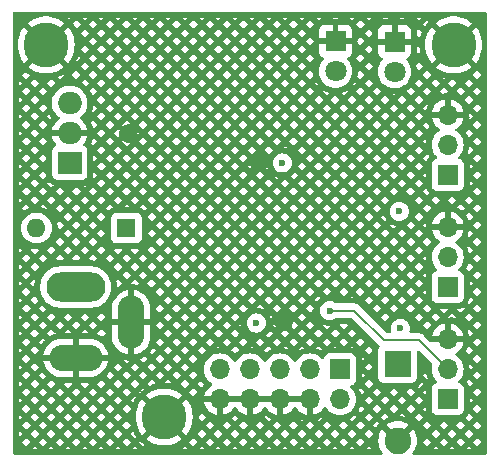
<source format=gbr>
%TF.GenerationSoftware,KiCad,Pcbnew,8.0.6*%
%TF.CreationDate,2024-11-05T10:52:09-07:00*%
%TF.ProjectId,ProjectPCB,50726f6a-6563-4745-9043-422e6b696361,rev?*%
%TF.SameCoordinates,Original*%
%TF.FileFunction,Copper,L4,Bot*%
%TF.FilePolarity,Positive*%
%FSLAX46Y46*%
G04 Gerber Fmt 4.6, Leading zero omitted, Abs format (unit mm)*
G04 Created by KiCad (PCBNEW 8.0.6) date 2024-11-05 10:52:09*
%MOMM*%
%LPD*%
G01*
G04 APERTURE LIST*
%TA.AperFunction,ComponentPad*%
%ADD10C,3.800000*%
%TD*%
%TA.AperFunction,ComponentPad*%
%ADD11O,5.000000X2.500000*%
%TD*%
%TA.AperFunction,ComponentPad*%
%ADD12O,4.500000X2.250000*%
%TD*%
%TA.AperFunction,ComponentPad*%
%ADD13O,2.250000X4.500000*%
%TD*%
%TA.AperFunction,ComponentPad*%
%ADD14R,1.700000X1.700000*%
%TD*%
%TA.AperFunction,ComponentPad*%
%ADD15O,1.700000X1.700000*%
%TD*%
%TA.AperFunction,ComponentPad*%
%ADD16R,2.250000X2.250000*%
%TD*%
%TA.AperFunction,ComponentPad*%
%ADD17C,2.250000*%
%TD*%
%TA.AperFunction,ComponentPad*%
%ADD18R,1.600000X1.600000*%
%TD*%
%TA.AperFunction,ComponentPad*%
%ADD19O,1.600000X1.600000*%
%TD*%
%TA.AperFunction,ComponentPad*%
%ADD20O,2.000000X1.905000*%
%TD*%
%TA.AperFunction,ComponentPad*%
%ADD21R,2.000000X1.905000*%
%TD*%
%TA.AperFunction,ComponentPad*%
%ADD22R,1.800000X1.800000*%
%TD*%
%TA.AperFunction,ComponentPad*%
%ADD23C,1.800000*%
%TD*%
%TA.AperFunction,ViaPad*%
%ADD24C,0.600000*%
%TD*%
%TA.AperFunction,Conductor*%
%ADD25C,0.200000*%
%TD*%
G04 APERTURE END LIST*
D10*
%TO.P,H3,1,1*%
%TO.N,GND*%
X133500000Y-117000000D03*
%TD*%
%TO.P,H2,1,1*%
%TO.N,GND*%
X123500000Y-85500000D03*
%TD*%
%TO.P,H1,1,1*%
%TO.N,GND*%
X158000000Y-85500000D03*
%TD*%
D11*
%TO.P,J5,1*%
%TO.N,Net-(SW2-A)*%
X126000000Y-106000000D03*
D12*
%TO.P,J5,2*%
%TO.N,GND*%
X126000000Y-112000000D03*
D13*
%TO.P,J5,3*%
X130700000Y-109000000D03*
%TD*%
D14*
%TO.P,J3,1,Pin_1*%
%TO.N,Net-(J3-Pin_1)*%
X157500000Y-106000000D03*
D15*
%TO.P,J3,2,Pin_2*%
%TO.N,Net-(J3-Pin_2)*%
X157500000Y-103460000D03*
%TO.P,J3,3,Pin_3*%
%TO.N,GND*%
X157500000Y-100920000D03*
%TD*%
D16*
%TO.P,SW1,1,1*%
%TO.N,Net-(J1-Pin_5)*%
X153250000Y-112500000D03*
D17*
%TO.P,SW1,2,2*%
%TO.N,GND*%
X153250000Y-119000000D03*
%TD*%
D18*
%TO.P,SW2,1,A*%
%TO.N,Net-(SW2-A)*%
X130300000Y-101000000D03*
D19*
%TO.P,SW2,2,B*%
%TO.N,Net-(SW2-B)*%
X122680000Y-101000000D03*
%TD*%
D14*
%TO.P,J1,1,Pin_1*%
%TO.N,Net-(J1-Pin_1)*%
X148375000Y-112975000D03*
D15*
%TO.P,J1,2,Pin_2*%
%TO.N,+5V*%
X148375000Y-115515000D03*
%TO.P,J1,3,Pin_3*%
%TO.N,unconnected-(J1-Pin_3-Pad3)*%
X145835000Y-112975000D03*
%TO.P,J1,4,Pin_4*%
%TO.N,GND*%
X145835000Y-115515000D03*
%TO.P,J1,5,Pin_5*%
%TO.N,Net-(J1-Pin_5)*%
X143295000Y-112975000D03*
%TO.P,J1,6,Pin_6*%
%TO.N,GND*%
X143295000Y-115515000D03*
%TO.P,J1,7,Pin_7*%
%TO.N,Net-(J1-Pin_7)*%
X140755000Y-112975000D03*
%TO.P,J1,8,Pin_8*%
%TO.N,GND*%
X140755000Y-115515000D03*
%TO.P,J1,9,Pin_9*%
%TO.N,Net-(J1-Pin_9)*%
X138215000Y-112975000D03*
%TO.P,J1,10,Pin_10*%
%TO.N,GND*%
X138215000Y-115515000D03*
%TD*%
D20*
%TO.P,U2,3,VO*%
%TO.N,+5V*%
X125500000Y-90420000D03*
%TO.P,U2,2,GND*%
%TO.N,GND*%
X125500000Y-92960000D03*
D21*
%TO.P,U2,1,VI*%
%TO.N,Net-(SW2-B)*%
X125500000Y-95500000D03*
%TD*%
D14*
%TO.P,J2,1,Pin_1*%
%TO.N,+5V*%
X157500000Y-115500000D03*
D15*
%TO.P,J2,2,Pin_2*%
%TO.N,Net-(J2-Pin_2)*%
X157500000Y-112960000D03*
%TO.P,J2,3,Pin_3*%
%TO.N,GND*%
X157500000Y-110420000D03*
%TD*%
D22*
%TO.P,D2,1,K*%
%TO.N,GND*%
X153000000Y-85225000D03*
D23*
%TO.P,D2,2,A*%
%TO.N,Net-(D2-A)*%
X153000000Y-87765000D03*
%TD*%
D22*
%TO.P,D1,1,K*%
%TO.N,GND*%
X148000000Y-85185000D03*
D23*
%TO.P,D1,2,A*%
%TO.N,Net-(D1-A)*%
X148000000Y-87725000D03*
%TD*%
D14*
%TO.P,J4,1,Pin_1*%
%TO.N,Net-(J4-Pin_1)*%
X157500000Y-96500000D03*
D15*
%TO.P,J4,2,Pin_2*%
%TO.N,+5V*%
X157500000Y-93960000D03*
%TO.P,J4,3,Pin_3*%
%TO.N,GND*%
X157500000Y-91420000D03*
%TD*%
D24*
%TO.N,GND*%
X130450000Y-93000000D03*
X141500000Y-95500000D03*
X143600000Y-108950000D03*
%TO.N,+5V*%
X141300000Y-109050000D03*
X143500000Y-95500000D03*
X153400000Y-99600000D03*
X153500000Y-109500000D03*
%TO.N,Net-(J2-Pin_2)*%
X147500000Y-108000000D03*
%TD*%
D25*
%TO.N,Net-(J2-Pin_2)*%
X155040000Y-110500000D02*
X152100000Y-110500000D01*
X149600000Y-108000000D02*
X147500000Y-108000000D01*
X157500000Y-112960000D02*
X155040000Y-110500000D01*
X152100000Y-110500000D02*
X149600000Y-108000000D01*
%TD*%
%TA.AperFunction,Conductor*%
%TO.N,GND*%
G36*
X140289075Y-115322007D02*
G01*
X140255000Y-115449174D01*
X140255000Y-115580826D01*
X140289075Y-115707993D01*
X140321988Y-115765000D01*
X138648012Y-115765000D01*
X138680925Y-115707993D01*
X138715000Y-115580826D01*
X138715000Y-115449174D01*
X138680925Y-115322007D01*
X138648012Y-115265000D01*
X140321988Y-115265000D01*
X140289075Y-115322007D01*
G37*
%TD.AperFunction*%
%TA.AperFunction,Conductor*%
G36*
X142829075Y-115322007D02*
G01*
X142795000Y-115449174D01*
X142795000Y-115580826D01*
X142829075Y-115707993D01*
X142861988Y-115765000D01*
X141188012Y-115765000D01*
X141220925Y-115707993D01*
X141255000Y-115580826D01*
X141255000Y-115449174D01*
X141220925Y-115322007D01*
X141188012Y-115265000D01*
X142861988Y-115265000D01*
X142829075Y-115322007D01*
G37*
%TD.AperFunction*%
%TA.AperFunction,Conductor*%
G36*
X145369075Y-115322007D02*
G01*
X145335000Y-115449174D01*
X145335000Y-115580826D01*
X145369075Y-115707993D01*
X145401988Y-115765000D01*
X143728012Y-115765000D01*
X143760925Y-115707993D01*
X143795000Y-115580826D01*
X143795000Y-115449174D01*
X143760925Y-115322007D01*
X143728012Y-115265000D01*
X145401988Y-115265000D01*
X145369075Y-115322007D01*
G37*
%TD.AperFunction*%
%TA.AperFunction,Conductor*%
G36*
X160742539Y-82720185D02*
G01*
X160788294Y-82772989D01*
X160799500Y-82824500D01*
X160799500Y-120075500D01*
X160779815Y-120142539D01*
X160727011Y-120188294D01*
X160675500Y-120199500D01*
X154631524Y-120199500D01*
X154564485Y-120179815D01*
X154518730Y-120127011D01*
X154508786Y-120057853D01*
X154537233Y-119994969D01*
X154568720Y-119958101D01*
X154568721Y-119958100D01*
X154702363Y-119740015D01*
X154702365Y-119740012D01*
X154718317Y-119701500D01*
X156247753Y-119701500D01*
X156691138Y-119701500D01*
X157661967Y-119701500D01*
X158105351Y-119701500D01*
X159076181Y-119701500D01*
X159519565Y-119701500D01*
X159297873Y-119479808D01*
X159076181Y-119701500D01*
X158105351Y-119701500D01*
X157883659Y-119479808D01*
X157661967Y-119701500D01*
X156691138Y-119701500D01*
X156469445Y-119479807D01*
X156247753Y-119701500D01*
X154718317Y-119701500D01*
X154800247Y-119503702D01*
X154859957Y-119254989D01*
X154869977Y-119127669D01*
X155407370Y-119127669D01*
X155762339Y-119482638D01*
X156117307Y-119127670D01*
X156821584Y-119127670D01*
X157176552Y-119482638D01*
X157531520Y-119127670D01*
X158235798Y-119127670D01*
X158590766Y-119482638D01*
X158945734Y-119127670D01*
X159650011Y-119127670D01*
X160004979Y-119482638D01*
X160301500Y-119186117D01*
X160301500Y-119069222D01*
X160004979Y-118772701D01*
X159650011Y-119127670D01*
X158945734Y-119127670D01*
X158590766Y-118772702D01*
X158235798Y-119127670D01*
X157531520Y-119127670D01*
X157176552Y-118772702D01*
X156821584Y-119127670D01*
X156117307Y-119127670D01*
X155762338Y-118772701D01*
X155407370Y-119127669D01*
X154869977Y-119127669D01*
X154880024Y-119000000D01*
X154859957Y-118745010D01*
X154800247Y-118496297D01*
X154702365Y-118259987D01*
X154702363Y-118259984D01*
X154693756Y-118245939D01*
X155235576Y-118245939D01*
X155264079Y-118314751D01*
X155265854Y-118319285D01*
X155269248Y-118328485D01*
X155270840Y-118333074D01*
X155276887Y-118351679D01*
X155278301Y-118356341D01*
X155280970Y-118365802D01*
X155282202Y-118370522D01*
X155316670Y-118514092D01*
X155410198Y-118420563D01*
X156114477Y-118420563D01*
X156469445Y-118775531D01*
X156824414Y-118420563D01*
X157528691Y-118420563D01*
X157883659Y-118775531D01*
X158238627Y-118420563D01*
X158942905Y-118420563D01*
X159297873Y-118775531D01*
X159652841Y-118420563D01*
X159297873Y-118065595D01*
X158942905Y-118420563D01*
X158238627Y-118420563D01*
X157883659Y-118065595D01*
X157528691Y-118420563D01*
X156824414Y-118420563D01*
X156469445Y-118065594D01*
X156114477Y-118420563D01*
X155410198Y-118420563D01*
X155410199Y-118420562D01*
X155235576Y-118245939D01*
X154693756Y-118245939D01*
X154568719Y-118041897D01*
X154565465Y-118038087D01*
X153851041Y-118752510D01*
X153826022Y-118692110D01*
X153754888Y-118585649D01*
X153664351Y-118495112D01*
X153557890Y-118423978D01*
X153497488Y-118398958D01*
X154182989Y-117713456D01*
X155407371Y-117713456D01*
X155762339Y-118068424D01*
X156117307Y-117713456D01*
X156117306Y-117713455D01*
X156821583Y-117713455D01*
X157176552Y-118068424D01*
X157531520Y-117713456D01*
X157531519Y-117713455D01*
X158235797Y-117713455D01*
X158590766Y-118068424D01*
X158945734Y-117713456D01*
X159650011Y-117713456D01*
X160004979Y-118068424D01*
X160301500Y-117771903D01*
X160301500Y-117655008D01*
X160004979Y-117358487D01*
X159650011Y-117713456D01*
X158945734Y-117713456D01*
X158590765Y-117358487D01*
X158235797Y-117713455D01*
X157531519Y-117713455D01*
X157176551Y-117358487D01*
X156821583Y-117713455D01*
X156117306Y-117713455D01*
X155762339Y-117358488D01*
X155407371Y-117713456D01*
X154182989Y-117713456D01*
X154211912Y-117684533D01*
X154208107Y-117681284D01*
X154208098Y-117681277D01*
X153990015Y-117547636D01*
X153990012Y-117547634D01*
X153753702Y-117449752D01*
X153504988Y-117390042D01*
X153504989Y-117390042D01*
X153250000Y-117369975D01*
X152995010Y-117390042D01*
X152746297Y-117449752D01*
X152509987Y-117547634D01*
X152509984Y-117547636D01*
X152291893Y-117681282D01*
X152288086Y-117684532D01*
X153002512Y-118398958D01*
X152942110Y-118423978D01*
X152835649Y-118495112D01*
X152745112Y-118585649D01*
X152673978Y-118692110D01*
X152648958Y-118752512D01*
X151934532Y-118038086D01*
X151931282Y-118041893D01*
X151797636Y-118259984D01*
X151797634Y-118259987D01*
X151699752Y-118496297D01*
X151640042Y-118745010D01*
X151619975Y-119000000D01*
X151640042Y-119254989D01*
X151699752Y-119503702D01*
X151797634Y-119740012D01*
X151797636Y-119740015D01*
X151931278Y-119958100D01*
X151931279Y-119958101D01*
X151962767Y-119994969D01*
X151991337Y-120058730D01*
X151980899Y-120127816D01*
X151934768Y-120180292D01*
X151868476Y-120199500D01*
X120824500Y-120199500D01*
X120757461Y-120179815D01*
X120711706Y-120127011D01*
X120700500Y-120075500D01*
X120700500Y-119701500D01*
X122306628Y-119701500D01*
X122750012Y-119701500D01*
X123720842Y-119701500D01*
X124164226Y-119701500D01*
X125135055Y-119701500D01*
X125578439Y-119701500D01*
X126549269Y-119701500D01*
X126992653Y-119701500D01*
X127963482Y-119701500D01*
X128406866Y-119701500D01*
X129377696Y-119701500D01*
X129821080Y-119701500D01*
X130791909Y-119701500D01*
X131235294Y-119701500D01*
X132206122Y-119701500D01*
X132450877Y-119701500D01*
X135034550Y-119701500D01*
X135477934Y-119701500D01*
X136448764Y-119701500D01*
X136892148Y-119701500D01*
X137862977Y-119701500D01*
X138306361Y-119701500D01*
X139277191Y-119701500D01*
X139720575Y-119701500D01*
X140691404Y-119701500D01*
X141134788Y-119701500D01*
X142105618Y-119701500D01*
X142549002Y-119701500D01*
X143519831Y-119701500D01*
X143963216Y-119701500D01*
X144934045Y-119701500D01*
X145377429Y-119701500D01*
X146348259Y-119701500D01*
X146791643Y-119701500D01*
X147762472Y-119701500D01*
X148205856Y-119701500D01*
X149176686Y-119701500D01*
X149620070Y-119701500D01*
X150590899Y-119701500D01*
X151034283Y-119701500D01*
X150812591Y-119479808D01*
X150590899Y-119701500D01*
X149620070Y-119701500D01*
X149398378Y-119479808D01*
X149176686Y-119701500D01*
X148205856Y-119701500D01*
X147984164Y-119479808D01*
X147762472Y-119701500D01*
X146791643Y-119701500D01*
X146569951Y-119479808D01*
X146348259Y-119701500D01*
X145377429Y-119701500D01*
X145155737Y-119479808D01*
X144934045Y-119701500D01*
X143963216Y-119701500D01*
X143741523Y-119479807D01*
X143519831Y-119701500D01*
X142549002Y-119701500D01*
X142327310Y-119479808D01*
X142105618Y-119701500D01*
X141134788Y-119701500D01*
X140913096Y-119479808D01*
X140691404Y-119701500D01*
X139720575Y-119701500D01*
X139498883Y-119479808D01*
X139277191Y-119701500D01*
X138306361Y-119701500D01*
X138084669Y-119479808D01*
X137862977Y-119701500D01*
X136892148Y-119701500D01*
X136670456Y-119479808D01*
X136448764Y-119701500D01*
X135477934Y-119701500D01*
X135256242Y-119479808D01*
X135034550Y-119701500D01*
X132450877Y-119701500D01*
X132285505Y-119636025D01*
X132281907Y-119634535D01*
X132275751Y-119631871D01*
X132206122Y-119701500D01*
X131235294Y-119701500D01*
X131013601Y-119479807D01*
X130791909Y-119701500D01*
X129821080Y-119701500D01*
X129599388Y-119479808D01*
X129377696Y-119701500D01*
X128406866Y-119701500D01*
X128185174Y-119479808D01*
X127963482Y-119701500D01*
X126992653Y-119701500D01*
X126770961Y-119479808D01*
X126549269Y-119701500D01*
X125578439Y-119701500D01*
X125356747Y-119479808D01*
X125135055Y-119701500D01*
X124164226Y-119701500D01*
X123942534Y-119479808D01*
X123720842Y-119701500D01*
X122750012Y-119701500D01*
X122528320Y-119479808D01*
X122306628Y-119701500D01*
X120700500Y-119701500D01*
X120700500Y-119127670D01*
X121466245Y-119127670D01*
X121821213Y-119482638D01*
X122176181Y-119127670D01*
X122880459Y-119127670D01*
X123235427Y-119482638D01*
X123590395Y-119127670D01*
X124294672Y-119127670D01*
X124649640Y-119482638D01*
X125004608Y-119127670D01*
X125708886Y-119127670D01*
X126063854Y-119482638D01*
X126418822Y-119127670D01*
X127123099Y-119127670D01*
X127478067Y-119482638D01*
X127833036Y-119127670D01*
X128537313Y-119127670D01*
X128892281Y-119482638D01*
X129247249Y-119127670D01*
X129951527Y-119127670D01*
X130306495Y-119482638D01*
X130661463Y-119127670D01*
X130661462Y-119127669D01*
X131365739Y-119127669D01*
X131720707Y-119482637D01*
X131832633Y-119370711D01*
X131603225Y-119204037D01*
X131567921Y-119164308D01*
X131514317Y-119068592D01*
X131498888Y-119017732D01*
X131497630Y-119001756D01*
X131492889Y-119000519D01*
X131365739Y-119127669D01*
X130661462Y-119127669D01*
X130306495Y-118772702D01*
X129951527Y-119127670D01*
X129247249Y-119127670D01*
X128892281Y-118772702D01*
X128537313Y-119127670D01*
X127833036Y-119127670D01*
X127478067Y-118772701D01*
X127123099Y-119127670D01*
X126418822Y-119127670D01*
X126063854Y-118772702D01*
X125708886Y-119127670D01*
X125004608Y-119127670D01*
X124649640Y-118772702D01*
X124294672Y-119127670D01*
X123590395Y-119127670D01*
X123235427Y-118772702D01*
X122880459Y-119127670D01*
X122176181Y-119127670D01*
X121821213Y-118772702D01*
X121466245Y-119127670D01*
X120700500Y-119127670D01*
X120700500Y-118691137D01*
X121198500Y-118691137D01*
X121469074Y-118420563D01*
X122173352Y-118420563D01*
X122528320Y-118775531D01*
X122883288Y-118420563D01*
X123587566Y-118420563D01*
X123942534Y-118775531D01*
X124297502Y-118420563D01*
X125001779Y-118420563D01*
X125356747Y-118775531D01*
X125711715Y-118420563D01*
X126415993Y-118420563D01*
X126770961Y-118775531D01*
X127125929Y-118420563D01*
X127830206Y-118420563D01*
X128185174Y-118775531D01*
X128540142Y-118420563D01*
X129244420Y-118420563D01*
X129599388Y-118775531D01*
X129954356Y-118420563D01*
X129954355Y-118420562D01*
X130658632Y-118420562D01*
X131013600Y-118775530D01*
X131124249Y-118664881D01*
X130968036Y-118418728D01*
X130965999Y-118415405D01*
X130961999Y-118408641D01*
X130960067Y-118405252D01*
X130952530Y-118391540D01*
X130950710Y-118388103D01*
X130947146Y-118381108D01*
X130945434Y-118377612D01*
X130867404Y-118211791D01*
X130658632Y-118420562D01*
X129954355Y-118420562D01*
X129599388Y-118065595D01*
X129244420Y-118420563D01*
X128540142Y-118420563D01*
X128185174Y-118065595D01*
X127830206Y-118420563D01*
X127125929Y-118420563D01*
X126770961Y-118065595D01*
X126415993Y-118420563D01*
X125711715Y-118420563D01*
X125356747Y-118065595D01*
X125001779Y-118420563D01*
X124297502Y-118420563D01*
X123942534Y-118065595D01*
X123587566Y-118420563D01*
X122883288Y-118420563D01*
X122528320Y-118065595D01*
X122173352Y-118420563D01*
X121469074Y-118420563D01*
X121198500Y-118149988D01*
X121198500Y-118691137D01*
X120700500Y-118691137D01*
X120700500Y-117713456D01*
X121466245Y-117713456D01*
X121821213Y-118068424D01*
X122176181Y-117713456D01*
X122880459Y-117713456D01*
X123235427Y-118068424D01*
X123590395Y-117713456D01*
X124294672Y-117713456D01*
X124649640Y-118068424D01*
X125004608Y-117713456D01*
X125708886Y-117713456D01*
X126063854Y-118068424D01*
X126418822Y-117713456D01*
X127123099Y-117713456D01*
X127478067Y-118068424D01*
X127833036Y-117713456D01*
X128537313Y-117713456D01*
X128892281Y-118068424D01*
X129247249Y-117713456D01*
X129951527Y-117713456D01*
X130306494Y-118068423D01*
X130661462Y-117713455D01*
X130306495Y-117358488D01*
X129951527Y-117713456D01*
X129247249Y-117713456D01*
X128892281Y-117358488D01*
X128537313Y-117713456D01*
X127833036Y-117713456D01*
X127478067Y-117358487D01*
X127123099Y-117713456D01*
X126418822Y-117713456D01*
X126063854Y-117358488D01*
X125708886Y-117713456D01*
X125004608Y-117713456D01*
X124649640Y-117358488D01*
X124294672Y-117713456D01*
X123590395Y-117713456D01*
X123235427Y-117358488D01*
X122880459Y-117713456D01*
X122176181Y-117713456D01*
X121821213Y-117358488D01*
X121466245Y-117713456D01*
X120700500Y-117713456D01*
X120700500Y-117276923D01*
X121198500Y-117276923D01*
X121469074Y-117006349D01*
X122173352Y-117006349D01*
X122528320Y-117361317D01*
X122883288Y-117006349D01*
X123587566Y-117006349D01*
X123942534Y-117361317D01*
X124297502Y-117006349D01*
X125001779Y-117006349D01*
X125356747Y-117361317D01*
X125711715Y-117006349D01*
X126415993Y-117006349D01*
X126770961Y-117361317D01*
X127125929Y-117006349D01*
X127830206Y-117006349D01*
X128185174Y-117361317D01*
X128540142Y-117006349D01*
X129244420Y-117006349D01*
X129599388Y-117361317D01*
X129954356Y-117006349D01*
X129948001Y-116999994D01*
X131095255Y-116999994D01*
X131095255Y-117000005D01*
X131114215Y-117301383D01*
X131114216Y-117301390D01*
X131170805Y-117598040D01*
X131264125Y-117885247D01*
X131264127Y-117885252D01*
X131392704Y-118158491D01*
X131392707Y-118158497D01*
X131554516Y-118413469D01*
X131635311Y-118511133D01*
X132563708Y-117582736D01*
X132660967Y-117716602D01*
X132783398Y-117839033D01*
X132917262Y-117936290D01*
X131986564Y-118866987D01*
X131986565Y-118866989D01*
X132211461Y-119030385D01*
X132211479Y-119030397D01*
X132476109Y-119175878D01*
X132476117Y-119175882D01*
X132756889Y-119287047D01*
X132756892Y-119287048D01*
X133049399Y-119362150D01*
X133348995Y-119399999D01*
X133349007Y-119400000D01*
X133650993Y-119400000D01*
X133651004Y-119399999D01*
X133950600Y-119362150D01*
X134243107Y-119287048D01*
X134243110Y-119287047D01*
X134523882Y-119175882D01*
X134523890Y-119175878D01*
X134611580Y-119127670D01*
X135608381Y-119127670D01*
X135963349Y-119482638D01*
X136318317Y-119127670D01*
X137022594Y-119127670D01*
X137377562Y-119482638D01*
X137732530Y-119127670D01*
X138436808Y-119127670D01*
X138791776Y-119482638D01*
X139146744Y-119127670D01*
X139851022Y-119127670D01*
X140205990Y-119482638D01*
X140560958Y-119127670D01*
X141265235Y-119127670D01*
X141620203Y-119482638D01*
X141975171Y-119127670D01*
X142679449Y-119127670D01*
X143034417Y-119482638D01*
X143389385Y-119127670D01*
X144093662Y-119127670D01*
X144448630Y-119482638D01*
X144803598Y-119127670D01*
X145507876Y-119127670D01*
X145862844Y-119482638D01*
X146217812Y-119127670D01*
X146922089Y-119127670D01*
X147277057Y-119482638D01*
X147632025Y-119127670D01*
X148336303Y-119127670D01*
X148691271Y-119482638D01*
X149046239Y-119127670D01*
X149750516Y-119127670D01*
X150105484Y-119482638D01*
X150460453Y-119127670D01*
X150105484Y-118772701D01*
X149750516Y-119127670D01*
X149046239Y-119127670D01*
X148691271Y-118772702D01*
X148336303Y-119127670D01*
X147632025Y-119127670D01*
X147277057Y-118772702D01*
X146922089Y-119127670D01*
X146217812Y-119127670D01*
X145862844Y-118772702D01*
X145507876Y-119127670D01*
X144803598Y-119127670D01*
X144448630Y-118772702D01*
X144093662Y-119127670D01*
X143389385Y-119127670D01*
X143034417Y-118772702D01*
X142679449Y-119127670D01*
X141975171Y-119127670D01*
X141620203Y-118772702D01*
X141265235Y-119127670D01*
X140560958Y-119127670D01*
X140205990Y-118772702D01*
X139851022Y-119127670D01*
X139146744Y-119127670D01*
X138791776Y-118772702D01*
X138436808Y-119127670D01*
X137732530Y-119127670D01*
X137377562Y-118772701D01*
X137022594Y-119127670D01*
X136318317Y-119127670D01*
X135963349Y-118772702D01*
X135608381Y-119127670D01*
X134611580Y-119127670D01*
X134788520Y-119030397D01*
X134788530Y-119030390D01*
X135013433Y-118866987D01*
X135013434Y-118866987D01*
X134082737Y-117936290D01*
X134216602Y-117839033D01*
X134339033Y-117716602D01*
X134436290Y-117582737D01*
X135364687Y-118511134D01*
X135439613Y-118420563D01*
X136315488Y-118420563D01*
X136670456Y-118775531D01*
X137025424Y-118420563D01*
X137729701Y-118420563D01*
X138084669Y-118775531D01*
X138439637Y-118420563D01*
X139143915Y-118420563D01*
X139498883Y-118775531D01*
X139853851Y-118420563D01*
X140558128Y-118420563D01*
X140913096Y-118775531D01*
X141268064Y-118420563D01*
X141972342Y-118420563D01*
X142327310Y-118775531D01*
X142682278Y-118420563D01*
X143386555Y-118420563D01*
X143741523Y-118775531D01*
X144096491Y-118420563D01*
X144800769Y-118420563D01*
X145155737Y-118775531D01*
X145510705Y-118420563D01*
X146214983Y-118420563D01*
X146569951Y-118775531D01*
X146924919Y-118420563D01*
X147629196Y-118420563D01*
X147984164Y-118775531D01*
X148339132Y-118420563D01*
X149043410Y-118420563D01*
X149398378Y-118775531D01*
X149753346Y-118420563D01*
X150457623Y-118420563D01*
X150812590Y-118775530D01*
X151167558Y-118420562D01*
X150812591Y-118065595D01*
X150457623Y-118420563D01*
X149753346Y-118420563D01*
X149398378Y-118065595D01*
X149043410Y-118420563D01*
X148339132Y-118420563D01*
X147984164Y-118065595D01*
X147629196Y-118420563D01*
X146924919Y-118420563D01*
X146569951Y-118065595D01*
X146214983Y-118420563D01*
X145510705Y-118420563D01*
X145155737Y-118065595D01*
X144800769Y-118420563D01*
X144096491Y-118420563D01*
X143741523Y-118065594D01*
X143386555Y-118420563D01*
X142682278Y-118420563D01*
X142327310Y-118065595D01*
X141972342Y-118420563D01*
X141268064Y-118420563D01*
X140913096Y-118065595D01*
X140558128Y-118420563D01*
X139853851Y-118420563D01*
X139498883Y-118065595D01*
X139143915Y-118420563D01*
X138439637Y-118420563D01*
X138084669Y-118065595D01*
X137729701Y-118420563D01*
X137025424Y-118420563D01*
X136670456Y-118065595D01*
X136315488Y-118420563D01*
X135439613Y-118420563D01*
X135445486Y-118413464D01*
X135607292Y-118158497D01*
X135607295Y-118158491D01*
X135735872Y-117885252D01*
X135735874Y-117885247D01*
X135791693Y-117713456D01*
X137022594Y-117713456D01*
X137377562Y-118068424D01*
X137732530Y-117713456D01*
X138436808Y-117713456D01*
X138791776Y-118068424D01*
X139146744Y-117713456D01*
X139851022Y-117713456D01*
X140205990Y-118068424D01*
X140560958Y-117713456D01*
X141265235Y-117713456D01*
X141620203Y-118068424D01*
X141975171Y-117713456D01*
X141975170Y-117713455D01*
X142679448Y-117713455D01*
X143034417Y-118068424D01*
X143389385Y-117713456D01*
X144093662Y-117713456D01*
X144448630Y-118068424D01*
X144803598Y-117713456D01*
X145507876Y-117713456D01*
X145862844Y-118068424D01*
X146217812Y-117713456D01*
X146922089Y-117713456D01*
X147277057Y-118068424D01*
X147632025Y-117713456D01*
X147632024Y-117713455D01*
X148336302Y-117713455D01*
X148691271Y-118068424D01*
X149046239Y-117713456D01*
X149750516Y-117713456D01*
X150105484Y-118068424D01*
X150460453Y-117713456D01*
X151164730Y-117713456D01*
X151402671Y-117951397D01*
X151511770Y-117773364D01*
X151514389Y-117769272D01*
X151519833Y-117761123D01*
X151522613Y-117757133D01*
X151534095Y-117741325D01*
X151537032Y-117737444D01*
X151543105Y-117729738D01*
X151546189Y-117725979D01*
X151624959Y-117633713D01*
X151665134Y-117602664D01*
X151731615Y-117570405D01*
X151519698Y-117358488D01*
X151164730Y-117713456D01*
X150460453Y-117713456D01*
X150105484Y-117358487D01*
X149750516Y-117713456D01*
X149046239Y-117713456D01*
X148691270Y-117358487D01*
X148336302Y-117713455D01*
X147632024Y-117713455D01*
X147277057Y-117358488D01*
X146922089Y-117713456D01*
X146217812Y-117713456D01*
X145862844Y-117358488D01*
X145507876Y-117713456D01*
X144803598Y-117713456D01*
X144448630Y-117358488D01*
X144093662Y-117713456D01*
X143389385Y-117713456D01*
X143034416Y-117358487D01*
X142679448Y-117713455D01*
X141975170Y-117713455D01*
X141620203Y-117358488D01*
X141265235Y-117713456D01*
X140560958Y-117713456D01*
X140205990Y-117358488D01*
X139851022Y-117713456D01*
X139146744Y-117713456D01*
X138791776Y-117358488D01*
X138436808Y-117713456D01*
X137732530Y-117713456D01*
X137377562Y-117358487D01*
X137022594Y-117713456D01*
X135791693Y-117713456D01*
X135829194Y-117598040D01*
X135885783Y-117301390D01*
X135885784Y-117301383D01*
X135899147Y-117088990D01*
X136398129Y-117088990D01*
X136670456Y-117361317D01*
X136958251Y-117073522D01*
X139211088Y-117073522D01*
X139498882Y-117361316D01*
X139775241Y-117084957D01*
X139662979Y-117006349D01*
X141972342Y-117006349D01*
X142327309Y-117361316D01*
X142503613Y-117185012D01*
X142397108Y-117135348D01*
X142392265Y-117132960D01*
X142382591Y-117127925D01*
X142382046Y-117127626D01*
X144922046Y-117127626D01*
X145155736Y-117361316D01*
X145246539Y-117270513D01*
X145232117Y-117266649D01*
X145226921Y-117265135D01*
X145216509Y-117261852D01*
X145211382Y-117260111D01*
X145203957Y-117257408D01*
X146466042Y-117257408D01*
X146569951Y-117361317D01*
X146763588Y-117167679D01*
X149204740Y-117167679D01*
X149398378Y-117361317D01*
X149753346Y-117006349D01*
X150457623Y-117006349D01*
X150812591Y-117361317D01*
X151167559Y-117006349D01*
X151871837Y-117006349D01*
X152087782Y-117222294D01*
X152258118Y-117117913D01*
X152262314Y-117115453D01*
X152270877Y-117110657D01*
X152275174Y-117108360D01*
X152292605Y-117099478D01*
X152296980Y-117097356D01*
X152305900Y-117093243D01*
X152310370Y-117091288D01*
X152562342Y-116986918D01*
X152458404Y-116882980D01*
X153409417Y-116882980D01*
X153553820Y-116894345D01*
X153558676Y-116894824D01*
X153568436Y-116895980D01*
X153573253Y-116896646D01*
X153592575Y-116899707D01*
X153597367Y-116900563D01*
X153606988Y-116902477D01*
X153611741Y-116903520D01*
X153879478Y-116967798D01*
X153884198Y-116969030D01*
X153893659Y-116971699D01*
X153898321Y-116973113D01*
X153916926Y-116979160D01*
X153921515Y-116980752D01*
X153930715Y-116984146D01*
X153935249Y-116985921D01*
X153992640Y-117009693D01*
X153995985Y-117006349D01*
X154700264Y-117006349D01*
X155055232Y-117361317D01*
X155326297Y-117090252D01*
X159026808Y-117090252D01*
X159297873Y-117361317D01*
X159652841Y-117006349D01*
X159301813Y-116655321D01*
X159254178Y-116783039D01*
X159250790Y-116791218D01*
X159243371Y-116807463D01*
X159239408Y-116815379D01*
X159222348Y-116846621D01*
X159217835Y-116854229D01*
X159208181Y-116869252D01*
X159203129Y-116876528D01*
X159095547Y-117020237D01*
X159089996Y-117027126D01*
X159078303Y-117040621D01*
X159072269Y-117047101D01*
X159047101Y-117072269D01*
X159040621Y-117078303D01*
X159027126Y-117089996D01*
X159026808Y-117090252D01*
X155326297Y-117090252D01*
X155410200Y-117006349D01*
X155055232Y-116651381D01*
X154700264Y-117006349D01*
X153995985Y-117006349D01*
X153995986Y-117006348D01*
X153641017Y-116651380D01*
X153409417Y-116882980D01*
X152458404Y-116882980D01*
X152226805Y-116651381D01*
X151871837Y-117006349D01*
X151167559Y-117006349D01*
X150812591Y-116651381D01*
X150457623Y-117006349D01*
X149753346Y-117006349D01*
X149625585Y-116878588D01*
X149590858Y-116913317D01*
X149586947Y-116917060D01*
X149578907Y-116924427D01*
X149574846Y-116927989D01*
X149558194Y-116941963D01*
X149553970Y-116945353D01*
X149545310Y-116951998D01*
X149540948Y-116955197D01*
X149329567Y-117103208D01*
X149325066Y-117106215D01*
X149315861Y-117112079D01*
X149311237Y-117114885D01*
X149292411Y-117125754D01*
X149287660Y-117128360D01*
X149277986Y-117133395D01*
X149273143Y-117135783D01*
X149204740Y-117167679D01*
X146763588Y-117167679D01*
X146920009Y-117011258D01*
X146789317Y-117102772D01*
X146784811Y-117105783D01*
X146775605Y-117111647D01*
X146770986Y-117114450D01*
X146752160Y-117125319D01*
X146747409Y-117127925D01*
X146737735Y-117132960D01*
X146732892Y-117135348D01*
X146499108Y-117244364D01*
X146494158Y-117246542D01*
X146484084Y-117250715D01*
X146479045Y-117252675D01*
X146466042Y-117257408D01*
X145203957Y-117257408D01*
X145190955Y-117252675D01*
X145185916Y-117250715D01*
X145175842Y-117246542D01*
X145170892Y-117244364D01*
X144937108Y-117135348D01*
X144932265Y-117132960D01*
X144922591Y-117127925D01*
X144922046Y-117127626D01*
X142382046Y-117127626D01*
X142377840Y-117125319D01*
X142359014Y-117114450D01*
X142354395Y-117111647D01*
X142345189Y-117105783D01*
X142340683Y-117102772D01*
X142129378Y-116954812D01*
X142125020Y-116951618D01*
X142116367Y-116944979D01*
X142112146Y-116941590D01*
X142095494Y-116927618D01*
X142091423Y-116924048D01*
X142083377Y-116916675D01*
X142079470Y-116912935D01*
X142072613Y-116906078D01*
X141972342Y-117006349D01*
X139662979Y-117006349D01*
X139589378Y-116954812D01*
X139585020Y-116951618D01*
X139576367Y-116944979D01*
X139572146Y-116941590D01*
X139555494Y-116927618D01*
X139551423Y-116924048D01*
X139543377Y-116916675D01*
X139539470Y-116912935D01*
X139485000Y-116858465D01*
X139430530Y-116912935D01*
X139426623Y-116916675D01*
X139418577Y-116924048D01*
X139414506Y-116927618D01*
X139397854Y-116941590D01*
X139393633Y-116944979D01*
X139384980Y-116951618D01*
X139380622Y-116954812D01*
X139211088Y-117073522D01*
X136958251Y-117073522D01*
X137025424Y-117006349D01*
X136670455Y-116651380D01*
X136398881Y-116922954D01*
X136402253Y-116976539D01*
X136402437Y-116980426D01*
X136402684Y-116988277D01*
X136402745Y-116992176D01*
X136402745Y-117007824D01*
X136402684Y-117011723D01*
X136402437Y-117019574D01*
X136402253Y-117023462D01*
X136398129Y-117088990D01*
X135899147Y-117088990D01*
X135904745Y-117000005D01*
X135904745Y-116999994D01*
X135885784Y-116698616D01*
X135885783Y-116698609D01*
X135829194Y-116401959D01*
X135735874Y-116114752D01*
X135735872Y-116114747D01*
X135607295Y-115841508D01*
X135607292Y-115841502D01*
X135445483Y-115586530D01*
X135364686Y-115488864D01*
X134436289Y-116417261D01*
X134339033Y-116283398D01*
X134216602Y-116160967D01*
X134082736Y-116063709D01*
X135013434Y-115133011D01*
X135013433Y-115133009D01*
X134788538Y-114969614D01*
X134788520Y-114969602D01*
X134634682Y-114885029D01*
X135608381Y-114885029D01*
X135963349Y-115239997D01*
X136318317Y-114885029D01*
X135963349Y-114530061D01*
X135608381Y-114885029D01*
X134634682Y-114885029D01*
X134523890Y-114824121D01*
X134523882Y-114824117D01*
X134243110Y-114712952D01*
X134243107Y-114712951D01*
X133950600Y-114637849D01*
X133651004Y-114600000D01*
X133348995Y-114600000D01*
X133049399Y-114637849D01*
X132756892Y-114712951D01*
X132756889Y-114712952D01*
X132476117Y-114824117D01*
X132476109Y-114824121D01*
X132211476Y-114969604D01*
X132211471Y-114969607D01*
X131986565Y-115133010D01*
X131986564Y-115133011D01*
X132917262Y-116063709D01*
X132783398Y-116160967D01*
X132660967Y-116283398D01*
X132563709Y-116417262D01*
X131635311Y-115488864D01*
X131554520Y-115586525D01*
X131554518Y-115586528D01*
X131392707Y-115841502D01*
X131392704Y-115841508D01*
X131264127Y-116114747D01*
X131264125Y-116114752D01*
X131170805Y-116401959D01*
X131114216Y-116698609D01*
X131114215Y-116698616D01*
X131095255Y-116999994D01*
X129948001Y-116999994D01*
X129599388Y-116651381D01*
X129244420Y-117006349D01*
X128540142Y-117006349D01*
X128185174Y-116651381D01*
X127830206Y-117006349D01*
X127125929Y-117006349D01*
X126770961Y-116651381D01*
X126415993Y-117006349D01*
X125711715Y-117006349D01*
X125356747Y-116651381D01*
X125001779Y-117006349D01*
X124297502Y-117006349D01*
X123942534Y-116651381D01*
X123587566Y-117006349D01*
X122883288Y-117006349D01*
X122528320Y-116651381D01*
X122173352Y-117006349D01*
X121469074Y-117006349D01*
X121198500Y-116735774D01*
X121198500Y-117276923D01*
X120700500Y-117276923D01*
X120700500Y-116299242D01*
X121466244Y-116299242D01*
X121821213Y-116654210D01*
X122176181Y-116299242D01*
X122880458Y-116299242D01*
X123235427Y-116654210D01*
X123590395Y-116299242D01*
X124294671Y-116299242D01*
X124649640Y-116654210D01*
X125004608Y-116299242D01*
X125708885Y-116299242D01*
X126063854Y-116654210D01*
X126418822Y-116299242D01*
X127123099Y-116299242D01*
X127478067Y-116654210D01*
X127833036Y-116299242D01*
X128537312Y-116299242D01*
X128892281Y-116654210D01*
X129247249Y-116299242D01*
X129951526Y-116299242D01*
X130306494Y-116654210D01*
X130661462Y-116299241D01*
X130306495Y-115944274D01*
X129951526Y-116299242D01*
X129247249Y-116299242D01*
X128892281Y-115944274D01*
X128537312Y-116299242D01*
X127833036Y-116299242D01*
X127478067Y-115944273D01*
X127123099Y-116299242D01*
X126418822Y-116299242D01*
X126063854Y-115944274D01*
X125708885Y-116299242D01*
X125004608Y-116299242D01*
X124649640Y-115944274D01*
X124294671Y-116299242D01*
X123590395Y-116299242D01*
X123235427Y-115944274D01*
X122880458Y-116299242D01*
X122176181Y-116299242D01*
X121821213Y-115944274D01*
X121466244Y-116299242D01*
X120700500Y-116299242D01*
X120700500Y-115862710D01*
X121198500Y-115862710D01*
X121469074Y-115592136D01*
X122173352Y-115592136D01*
X122528320Y-115947104D01*
X122883288Y-115592136D01*
X123587566Y-115592136D01*
X123942534Y-115947104D01*
X124297502Y-115592136D01*
X125001779Y-115592136D01*
X125356747Y-115947104D01*
X125711715Y-115592136D01*
X126415993Y-115592136D01*
X126770961Y-115947104D01*
X127125929Y-115592136D01*
X127830206Y-115592136D01*
X128185174Y-115947104D01*
X128540142Y-115592136D01*
X129244420Y-115592136D01*
X129599388Y-115947104D01*
X129954356Y-115592136D01*
X130658633Y-115592136D01*
X130863340Y-115796843D01*
X130945434Y-115622388D01*
X130947146Y-115618892D01*
X130950710Y-115611897D01*
X130952530Y-115608460D01*
X130960067Y-115594748D01*
X130962006Y-115591348D01*
X130966007Y-115584584D01*
X130968037Y-115581272D01*
X131119320Y-115342887D01*
X131013601Y-115237168D01*
X130658633Y-115592136D01*
X129954356Y-115592136D01*
X129599388Y-115237168D01*
X129244420Y-115592136D01*
X128540142Y-115592136D01*
X128185174Y-115237168D01*
X127830206Y-115592136D01*
X127125929Y-115592136D01*
X126770961Y-115237168D01*
X126415993Y-115592136D01*
X125711715Y-115592136D01*
X125356747Y-115237168D01*
X125001779Y-115592136D01*
X124297502Y-115592136D01*
X123942534Y-115237168D01*
X123587566Y-115592136D01*
X122883288Y-115592136D01*
X122528320Y-115237168D01*
X122173352Y-115592136D01*
X121469074Y-115592136D01*
X121198500Y-115321561D01*
X121198500Y-115862710D01*
X120700500Y-115862710D01*
X120700500Y-114885029D01*
X121466245Y-114885029D01*
X121821213Y-115239997D01*
X122176181Y-114885029D01*
X122880459Y-114885029D01*
X123235427Y-115239997D01*
X123590395Y-114885029D01*
X124294672Y-114885029D01*
X124649640Y-115239997D01*
X125004608Y-114885029D01*
X125708886Y-114885029D01*
X126063854Y-115239997D01*
X126418822Y-114885029D01*
X127123099Y-114885029D01*
X127478067Y-115239997D01*
X127833036Y-114885029D01*
X128537313Y-114885029D01*
X128892281Y-115239997D01*
X129247249Y-114885029D01*
X129951527Y-114885029D01*
X130306495Y-115239997D01*
X130661463Y-114885029D01*
X131365740Y-114885029D01*
X131482818Y-115002107D01*
X131497630Y-114998241D01*
X131498888Y-114982267D01*
X131514316Y-114931407D01*
X131567920Y-114835690D01*
X131603225Y-114795960D01*
X131825278Y-114634631D01*
X131720708Y-114530061D01*
X131365740Y-114885029D01*
X130661463Y-114885029D01*
X130306495Y-114530061D01*
X129951527Y-114885029D01*
X129247249Y-114885029D01*
X128892281Y-114530061D01*
X128537313Y-114885029D01*
X127833036Y-114885029D01*
X127478067Y-114530060D01*
X127123099Y-114885029D01*
X126418822Y-114885029D01*
X126063854Y-114530061D01*
X125708886Y-114885029D01*
X125004608Y-114885029D01*
X124649640Y-114530061D01*
X124294672Y-114885029D01*
X123590395Y-114885029D01*
X123235427Y-114530061D01*
X122880459Y-114885029D01*
X122176181Y-114885029D01*
X121821213Y-114530061D01*
X121466245Y-114885029D01*
X120700500Y-114885029D01*
X120700500Y-114448496D01*
X121198500Y-114448496D01*
X121469074Y-114177922D01*
X122173352Y-114177922D01*
X122528320Y-114532890D01*
X122883288Y-114177922D01*
X122883287Y-114177921D01*
X123587565Y-114177921D01*
X123942534Y-114532890D01*
X124297502Y-114177922D01*
X125001779Y-114177922D01*
X125356747Y-114532890D01*
X125711715Y-114177922D01*
X126415993Y-114177922D01*
X126770961Y-114532890D01*
X127125929Y-114177922D01*
X127125928Y-114177921D01*
X127830205Y-114177921D01*
X128185174Y-114532890D01*
X128540142Y-114177922D01*
X129244420Y-114177922D01*
X129599388Y-114532890D01*
X129954356Y-114177922D01*
X130658633Y-114177922D01*
X131013601Y-114532890D01*
X131368569Y-114177922D01*
X132072847Y-114177922D01*
X132267043Y-114372118D01*
X132271130Y-114370195D01*
X132274690Y-114368588D01*
X132281907Y-114365465D01*
X132285505Y-114363975D01*
X132580845Y-114247042D01*
X132584489Y-114245665D01*
X132591883Y-114243003D01*
X132595573Y-114241739D01*
X132610456Y-114236904D01*
X132614174Y-114235761D01*
X132621712Y-114233571D01*
X132625469Y-114232543D01*
X132763635Y-114197067D01*
X132782782Y-114177921D01*
X132706861Y-114102000D01*
X133562982Y-114102000D01*
X133658817Y-114102000D01*
X133662703Y-114102061D01*
X133670548Y-114102307D01*
X133674444Y-114102490D01*
X133690061Y-114103472D01*
X133693952Y-114103779D01*
X133701778Y-114104519D01*
X133705646Y-114104946D01*
X134020789Y-114144758D01*
X134024654Y-114145308D01*
X134032423Y-114146539D01*
X134036268Y-114147210D01*
X134051638Y-114150144D01*
X134055439Y-114150932D01*
X134063093Y-114152643D01*
X134066878Y-114153552D01*
X134189803Y-114185113D01*
X134196995Y-114177922D01*
X134901274Y-114177922D01*
X135256242Y-114532890D01*
X135611210Y-114177922D01*
X135611209Y-114177921D01*
X136315487Y-114177921D01*
X136656477Y-114518911D01*
X136775187Y-114349376D01*
X136778391Y-114345006D01*
X136785037Y-114336346D01*
X136788422Y-114332129D01*
X136802396Y-114315477D01*
X136805958Y-114311416D01*
X136813325Y-114303376D01*
X136817068Y-114299466D01*
X136871180Y-114245354D01*
X136816683Y-114190857D01*
X136812940Y-114186947D01*
X136805573Y-114178907D01*
X136802011Y-114174846D01*
X136788037Y-114158194D01*
X136784647Y-114153970D01*
X136778002Y-114145310D01*
X136774803Y-114140948D01*
X136626792Y-113929567D01*
X136623785Y-113925066D01*
X136617921Y-113915861D01*
X136615115Y-113911237D01*
X136604246Y-113892411D01*
X136603095Y-113890313D01*
X136315487Y-114177921D01*
X135611209Y-114177921D01*
X135256242Y-113822954D01*
X134901274Y-114177922D01*
X134196995Y-114177922D01*
X134196996Y-114177921D01*
X133842028Y-113822953D01*
X133562982Y-114102000D01*
X132706861Y-114102000D01*
X132427815Y-113822954D01*
X132072847Y-114177922D01*
X131368569Y-114177922D01*
X131013601Y-113822953D01*
X130658633Y-114177922D01*
X129954356Y-114177922D01*
X129599388Y-113822954D01*
X129244420Y-114177922D01*
X128540142Y-114177922D01*
X128198131Y-113835911D01*
X128145293Y-113862833D01*
X127830205Y-114177921D01*
X127125928Y-114177921D01*
X127071007Y-114123000D01*
X126470915Y-114123000D01*
X126415993Y-114177922D01*
X125711715Y-114177922D01*
X125656793Y-114123000D01*
X125056701Y-114123000D01*
X125001779Y-114177922D01*
X124297502Y-114177922D01*
X124100031Y-113980451D01*
X124088026Y-113976551D01*
X124083433Y-113974959D01*
X124074223Y-113971562D01*
X124069680Y-113969784D01*
X124051605Y-113962297D01*
X124047152Y-113960349D01*
X124038233Y-113956238D01*
X124033844Y-113954110D01*
X123886469Y-113879017D01*
X123587565Y-114177921D01*
X122883287Y-114177921D01*
X122528320Y-113822954D01*
X122173352Y-114177922D01*
X121469074Y-114177922D01*
X121198500Y-113907347D01*
X121198500Y-114448496D01*
X120700500Y-114448496D01*
X120700500Y-113470815D01*
X121466245Y-113470815D01*
X121821213Y-113825783D01*
X122176181Y-113470815D01*
X122176180Y-113470814D01*
X122880458Y-113470814D01*
X123235426Y-113825782D01*
X123466916Y-113594292D01*
X123276464Y-113403840D01*
X123273084Y-113400324D01*
X123266420Y-113393114D01*
X123263192Y-113389483D01*
X123250487Y-113374608D01*
X123247398Y-113370843D01*
X123241319Y-113363132D01*
X123238379Y-113359248D01*
X123134711Y-113216561D01*
X122880458Y-113470814D01*
X122176180Y-113470814D01*
X121821213Y-113115847D01*
X121466245Y-113470815D01*
X120700500Y-113470815D01*
X120700500Y-113034283D01*
X121198500Y-113034283D01*
X121469074Y-112763708D01*
X122173351Y-112763708D01*
X122528319Y-113118676D01*
X122883287Y-112763708D01*
X122528319Y-112408740D01*
X122173351Y-112763708D01*
X121469074Y-112763708D01*
X121198500Y-112493134D01*
X121198500Y-113034283D01*
X120700500Y-113034283D01*
X120700500Y-112056602D01*
X121466245Y-112056602D01*
X121821213Y-112411570D01*
X122176181Y-112056602D01*
X121869579Y-111750000D01*
X123269340Y-111750000D01*
X124566988Y-111750000D01*
X124534075Y-111807007D01*
X124500000Y-111934174D01*
X124500000Y-112065826D01*
X124534075Y-112192993D01*
X124566988Y-112250000D01*
X123269340Y-112250000D01*
X123290013Y-112380523D01*
X123369051Y-112623781D01*
X123369052Y-112623784D01*
X123485175Y-112851686D01*
X123635521Y-113058619D01*
X123816380Y-113239478D01*
X124023313Y-113389824D01*
X124251215Y-113505947D01*
X124251218Y-113505948D01*
X124494476Y-113584986D01*
X124747111Y-113625000D01*
X125750000Y-113625000D01*
X125750000Y-112500000D01*
X126250000Y-112500000D01*
X126250000Y-113625000D01*
X127252889Y-113625000D01*
X127505523Y-113584986D01*
X127673404Y-113530439D01*
X128596937Y-113530439D01*
X128892281Y-113825783D01*
X129247249Y-113470815D01*
X129951527Y-113470815D01*
X130306495Y-113825783D01*
X130661463Y-113470815D01*
X131365740Y-113470815D01*
X131720708Y-113825783D01*
X132075676Y-113470815D01*
X132779954Y-113470815D01*
X133134922Y-113825783D01*
X133489890Y-113470815D01*
X134194167Y-113470815D01*
X134549135Y-113825783D01*
X134904103Y-113470815D01*
X135608381Y-113470815D01*
X135963349Y-113825783D01*
X136318317Y-113470815D01*
X135963349Y-113115847D01*
X135608381Y-113470815D01*
X134904103Y-113470815D01*
X134549135Y-113115847D01*
X134194167Y-113470815D01*
X133489890Y-113470815D01*
X133134922Y-113115847D01*
X132779954Y-113470815D01*
X132075676Y-113470815D01*
X131720708Y-113115847D01*
X131365740Y-113470815D01*
X130661463Y-113470815D01*
X130306495Y-113115847D01*
X129951527Y-113470815D01*
X129247249Y-113470815D01*
X128919028Y-113142594D01*
X128761621Y-113359248D01*
X128758681Y-113363132D01*
X128752602Y-113370843D01*
X128749513Y-113374608D01*
X128736808Y-113389483D01*
X128733580Y-113393114D01*
X128726916Y-113400324D01*
X128723536Y-113403840D01*
X128596937Y-113530439D01*
X127673404Y-113530439D01*
X127748781Y-113505948D01*
X127748784Y-113505947D01*
X127976686Y-113389824D01*
X128183619Y-113239478D01*
X128364478Y-113058619D01*
X128514824Y-112851686D01*
X128559651Y-112763708D01*
X129244419Y-112763708D01*
X129599388Y-113118677D01*
X129954356Y-112763708D01*
X130658632Y-112763708D01*
X131013601Y-113118677D01*
X131368569Y-112763708D01*
X132072846Y-112763708D01*
X132427815Y-113118677D01*
X132782783Y-112763708D01*
X133487060Y-112763708D01*
X133842028Y-113118677D01*
X134196997Y-112763708D01*
X134901273Y-112763708D01*
X135256242Y-113118677D01*
X135399920Y-112974999D01*
X136859341Y-112974999D01*
X136859341Y-112975000D01*
X136879936Y-113210403D01*
X136879938Y-113210413D01*
X136941094Y-113438655D01*
X136941096Y-113438659D01*
X136941097Y-113438663D01*
X136972473Y-113505948D01*
X137040965Y-113652830D01*
X137040967Y-113652834D01*
X137113460Y-113756364D01*
X137176501Y-113846396D01*
X137176506Y-113846402D01*
X137343597Y-114013493D01*
X137343603Y-114013498D01*
X137395626Y-114049925D01*
X137511053Y-114130748D01*
X137529594Y-114143730D01*
X137573219Y-114198307D01*
X137580413Y-114267805D01*
X137548890Y-114330160D01*
X137529595Y-114346880D01*
X137343922Y-114476890D01*
X137343920Y-114476891D01*
X137176891Y-114643920D01*
X137176886Y-114643926D01*
X137041400Y-114837420D01*
X137041399Y-114837422D01*
X136941570Y-115051507D01*
X136941567Y-115051513D01*
X136884364Y-115264999D01*
X136884364Y-115265000D01*
X137781988Y-115265000D01*
X137749075Y-115322007D01*
X137715000Y-115449174D01*
X137715000Y-115580826D01*
X137749075Y-115707993D01*
X137781988Y-115765000D01*
X136884364Y-115765000D01*
X136941567Y-115978486D01*
X136941570Y-115978492D01*
X137041399Y-116192578D01*
X137176894Y-116386082D01*
X137343917Y-116553105D01*
X137537421Y-116688600D01*
X137751507Y-116788429D01*
X137751516Y-116788433D01*
X137965000Y-116845634D01*
X137965000Y-115948012D01*
X138022007Y-115980925D01*
X138149174Y-116015000D01*
X138280826Y-116015000D01*
X138407993Y-115980925D01*
X138465000Y-115948012D01*
X138465000Y-116845633D01*
X138678483Y-116788433D01*
X138678492Y-116788429D01*
X138892578Y-116688600D01*
X139086082Y-116553105D01*
X139253105Y-116386082D01*
X139383425Y-116199968D01*
X139438002Y-116156344D01*
X139507501Y-116149151D01*
X139569855Y-116180673D01*
X139586575Y-116199968D01*
X139716894Y-116386082D01*
X139883917Y-116553105D01*
X140077421Y-116688600D01*
X140291507Y-116788429D01*
X140291516Y-116788433D01*
X140505000Y-116845634D01*
X140505000Y-115948012D01*
X140562007Y-115980925D01*
X140689174Y-116015000D01*
X140820826Y-116015000D01*
X140947993Y-115980925D01*
X141005000Y-115948012D01*
X141005000Y-116845633D01*
X141218483Y-116788433D01*
X141218492Y-116788429D01*
X141432578Y-116688600D01*
X141626082Y-116553105D01*
X141793105Y-116386082D01*
X141923425Y-116199968D01*
X141978002Y-116156344D01*
X142047501Y-116149151D01*
X142109855Y-116180673D01*
X142126575Y-116199968D01*
X142256894Y-116386082D01*
X142423917Y-116553105D01*
X142617421Y-116688600D01*
X142831507Y-116788429D01*
X142831516Y-116788433D01*
X143045000Y-116845634D01*
X143045000Y-115948012D01*
X143102007Y-115980925D01*
X143229174Y-116015000D01*
X143360826Y-116015000D01*
X143487993Y-115980925D01*
X143545000Y-115948012D01*
X143545000Y-116845633D01*
X143758483Y-116788433D01*
X143758492Y-116788429D01*
X143972578Y-116688600D01*
X144166082Y-116553105D01*
X144333105Y-116386082D01*
X144463425Y-116199968D01*
X144518002Y-116156344D01*
X144587501Y-116149151D01*
X144649855Y-116180673D01*
X144666575Y-116199968D01*
X144796894Y-116386082D01*
X144963917Y-116553105D01*
X145157421Y-116688600D01*
X145371507Y-116788429D01*
X145371516Y-116788433D01*
X145585000Y-116845634D01*
X145585000Y-115948012D01*
X145642007Y-115980925D01*
X145769174Y-116015000D01*
X145900826Y-116015000D01*
X146027993Y-115980925D01*
X146085000Y-115948012D01*
X146085000Y-116845633D01*
X146298483Y-116788433D01*
X146298492Y-116788429D01*
X146512578Y-116688600D01*
X146706082Y-116553105D01*
X146873105Y-116386082D01*
X147003119Y-116200405D01*
X147057696Y-116156781D01*
X147127195Y-116149588D01*
X147189549Y-116181110D01*
X147206269Y-116200405D01*
X147336505Y-116386401D01*
X147503599Y-116553495D01*
X147600384Y-116621265D01*
X147697165Y-116689032D01*
X147697167Y-116689033D01*
X147697170Y-116689035D01*
X147911337Y-116788903D01*
X147911343Y-116788904D01*
X147911344Y-116788905D01*
X147929587Y-116793793D01*
X148139592Y-116850063D01*
X148327918Y-116866539D01*
X148374999Y-116870659D01*
X148375000Y-116870659D01*
X148375001Y-116870659D01*
X148414234Y-116867226D01*
X148610408Y-116850063D01*
X148838663Y-116788903D01*
X149052830Y-116689035D01*
X149246401Y-116553495D01*
X149305411Y-116494485D01*
X149945759Y-116494485D01*
X150105484Y-116654210D01*
X150460453Y-116299242D01*
X151164729Y-116299242D01*
X151519698Y-116654210D01*
X151874666Y-116299242D01*
X152578943Y-116299242D01*
X152933912Y-116654210D01*
X153288880Y-116299242D01*
X153993156Y-116299242D01*
X154348125Y-116654210D01*
X154703093Y-116299242D01*
X155407370Y-116299242D01*
X155668508Y-116560380D01*
X155667676Y-116556856D01*
X155666130Y-116549265D01*
X155663493Y-116533863D01*
X155662425Y-116526190D01*
X155653640Y-116444466D01*
X155653329Y-116441151D01*
X155652792Y-116434472D01*
X155652570Y-116431165D01*
X155651857Y-116417851D01*
X155651724Y-116414540D01*
X155651545Y-116407856D01*
X155651501Y-116404536D01*
X155651500Y-116055112D01*
X155407370Y-116299242D01*
X154703093Y-116299242D01*
X154348125Y-115944274D01*
X153993156Y-116299242D01*
X153288880Y-116299242D01*
X152933912Y-115944274D01*
X152578943Y-116299242D01*
X151874666Y-116299242D01*
X151519698Y-115944274D01*
X151164729Y-116299242D01*
X150460453Y-116299242D01*
X150159272Y-115998061D01*
X150127121Y-116118055D01*
X150125607Y-116123251D01*
X150122324Y-116133663D01*
X150120583Y-116138790D01*
X150113147Y-116159217D01*
X150111187Y-116164256D01*
X150107014Y-116174330D01*
X150104836Y-116179280D01*
X149995783Y-116413143D01*
X149993395Y-116417986D01*
X149988360Y-116427660D01*
X149985754Y-116432411D01*
X149974885Y-116451237D01*
X149972079Y-116455861D01*
X149966215Y-116465066D01*
X149963207Y-116469568D01*
X149945759Y-116494485D01*
X149305411Y-116494485D01*
X149413495Y-116386401D01*
X149549035Y-116192830D01*
X149648903Y-115978663D01*
X149710063Y-115750408D01*
X149723910Y-115592136D01*
X150457623Y-115592136D01*
X150812591Y-115947104D01*
X151167559Y-115592136D01*
X151871837Y-115592136D01*
X152226805Y-115947104D01*
X152581773Y-115592136D01*
X153286050Y-115592136D01*
X153641018Y-115947104D01*
X153995986Y-115592136D01*
X154700264Y-115592136D01*
X155055232Y-115947104D01*
X155410200Y-115592136D01*
X155055232Y-115237168D01*
X154700264Y-115592136D01*
X153995986Y-115592136D01*
X153641018Y-115237167D01*
X153286050Y-115592136D01*
X152581773Y-115592136D01*
X152226805Y-115237168D01*
X151871837Y-115592136D01*
X151167559Y-115592136D01*
X150812591Y-115237168D01*
X150457623Y-115592136D01*
X149723910Y-115592136D01*
X149730659Y-115515000D01*
X149710063Y-115279592D01*
X149648903Y-115051337D01*
X149549035Y-114837171D01*
X149543730Y-114829595D01*
X149413496Y-114643600D01*
X149402373Y-114632477D01*
X150003067Y-114632477D01*
X150104836Y-114850720D01*
X150107014Y-114855670D01*
X150111187Y-114865744D01*
X150113147Y-114870783D01*
X150120583Y-114891210D01*
X150122324Y-114896337D01*
X150125607Y-114906749D01*
X150127121Y-114911945D01*
X150191873Y-115153608D01*
X150460453Y-114885029D01*
X151164730Y-114885029D01*
X151519698Y-115239997D01*
X151874666Y-114885029D01*
X151874665Y-114885028D01*
X152578943Y-114885028D01*
X152933912Y-115239997D01*
X153288880Y-114885029D01*
X153288879Y-114885028D01*
X153993156Y-114885028D01*
X154348125Y-115239997D01*
X154703093Y-114885029D01*
X155407371Y-114885029D01*
X155651500Y-115129158D01*
X155651500Y-114640900D01*
X155407371Y-114885029D01*
X154703093Y-114885029D01*
X154441270Y-114623206D01*
X154439538Y-114623276D01*
X154432856Y-114623455D01*
X154429535Y-114623499D01*
X154254686Y-114623499D01*
X153993156Y-114885028D01*
X153288879Y-114885028D01*
X153027350Y-114623499D01*
X152840473Y-114623499D01*
X152578943Y-114885028D01*
X151874665Y-114885028D01*
X151519698Y-114530061D01*
X151164730Y-114885029D01*
X150460453Y-114885029D01*
X150105485Y-114530061D01*
X150003067Y-114632477D01*
X149402373Y-114632477D01*
X149369896Y-114600000D01*
X149291567Y-114521671D01*
X149258084Y-114460351D01*
X149263068Y-114390659D01*
X149304939Y-114334725D01*
X149335915Y-114317810D01*
X149467331Y-114268796D01*
X149582546Y-114182546D01*
X149586008Y-114177922D01*
X150457623Y-114177922D01*
X150812591Y-114532890D01*
X150909712Y-114435769D01*
X154958111Y-114435769D01*
X155055232Y-114532890D01*
X155410200Y-114177922D01*
X155282203Y-114049925D01*
X155279178Y-114058039D01*
X155275790Y-114066218D01*
X155268371Y-114082463D01*
X155264408Y-114090379D01*
X155247348Y-114121621D01*
X155242835Y-114129229D01*
X155233181Y-114144252D01*
X155228129Y-114151528D01*
X155120547Y-114295237D01*
X155114996Y-114302126D01*
X155103303Y-114315621D01*
X155097269Y-114322101D01*
X155072101Y-114347269D01*
X155065621Y-114353303D01*
X155052126Y-114364996D01*
X155045237Y-114370547D01*
X154958111Y-114435769D01*
X150909712Y-114435769D01*
X151167559Y-114177922D01*
X150812591Y-113822954D01*
X150457623Y-114177922D01*
X149586008Y-114177922D01*
X149668796Y-114067331D01*
X149719091Y-113932483D01*
X149725500Y-113872873D01*
X149725500Y-113707768D01*
X150223499Y-113707768D01*
X150460453Y-113470815D01*
X150223499Y-113233861D01*
X150223499Y-113707768D01*
X149725500Y-113707768D01*
X149725499Y-112763708D01*
X150457622Y-112763708D01*
X150812590Y-113118676D01*
X151126500Y-112804767D01*
X151126500Y-112722649D01*
X150812590Y-112408740D01*
X150457622Y-112763708D01*
X149725499Y-112763708D01*
X149725499Y-112077128D01*
X149719091Y-112017517D01*
X149717810Y-112014083D01*
X149668797Y-111882671D01*
X149668793Y-111882664D01*
X149582547Y-111767455D01*
X149582544Y-111767452D01*
X149552785Y-111745174D01*
X150149025Y-111745174D01*
X150191134Y-111858073D01*
X150193613Y-111865413D01*
X150198148Y-111880364D01*
X150200163Y-111887840D01*
X150207324Y-111918144D01*
X150208870Y-111925735D01*
X150211507Y-111941137D01*
X150212575Y-111948810D01*
X150221360Y-112030534D01*
X150221671Y-112033849D01*
X150222208Y-112040528D01*
X150222430Y-112043835D01*
X150223143Y-112057149D01*
X150223276Y-112060460D01*
X150223455Y-112067144D01*
X150223499Y-112070464D01*
X150223499Y-112293556D01*
X150460453Y-112056602D01*
X150149025Y-111745174D01*
X149552785Y-111745174D01*
X149467335Y-111681206D01*
X149467328Y-111681202D01*
X149332482Y-111630908D01*
X149332483Y-111630908D01*
X149272883Y-111624501D01*
X149272881Y-111624500D01*
X149272873Y-111624500D01*
X149272864Y-111624500D01*
X147477129Y-111624500D01*
X147477123Y-111624501D01*
X147417516Y-111630908D01*
X147282671Y-111681202D01*
X147282664Y-111681206D01*
X147167455Y-111767452D01*
X147167452Y-111767455D01*
X147081206Y-111882664D01*
X147081203Y-111882669D01*
X147032189Y-112014083D01*
X146990317Y-112070016D01*
X146924853Y-112094433D01*
X146856580Y-112079581D01*
X146828326Y-112058430D01*
X146706402Y-111936506D01*
X146706395Y-111936501D01*
X146703297Y-111934332D01*
X146629518Y-111882671D01*
X146512834Y-111800967D01*
X146512830Y-111800965D01*
X146480662Y-111785965D01*
X146298663Y-111701097D01*
X146298659Y-111701096D01*
X146298655Y-111701094D01*
X146070413Y-111639938D01*
X146070403Y-111639936D01*
X145835001Y-111619341D01*
X145834999Y-111619341D01*
X145599596Y-111639936D01*
X145599586Y-111639938D01*
X145371344Y-111701094D01*
X145371337Y-111701096D01*
X145371337Y-111701097D01*
X145364121Y-111704462D01*
X145157171Y-111800964D01*
X145157169Y-111800965D01*
X144963597Y-111936505D01*
X144796505Y-112103597D01*
X144666575Y-112289158D01*
X144611998Y-112332783D01*
X144542500Y-112339977D01*
X144480145Y-112308454D01*
X144463425Y-112289158D01*
X144333494Y-112103597D01*
X144166402Y-111936506D01*
X144166395Y-111936501D01*
X144163297Y-111934332D01*
X144089518Y-111882671D01*
X143972834Y-111800967D01*
X143972830Y-111800965D01*
X143940662Y-111785965D01*
X143758663Y-111701097D01*
X143758659Y-111701096D01*
X143758655Y-111701094D01*
X143530413Y-111639938D01*
X143530403Y-111639936D01*
X143295001Y-111619341D01*
X143294999Y-111619341D01*
X143059596Y-111639936D01*
X143059586Y-111639938D01*
X142831344Y-111701094D01*
X142831337Y-111701096D01*
X142831337Y-111701097D01*
X142824121Y-111704462D01*
X142617171Y-111800964D01*
X142617169Y-111800965D01*
X142423597Y-111936505D01*
X142256505Y-112103597D01*
X142126575Y-112289158D01*
X142071998Y-112332783D01*
X142002500Y-112339977D01*
X141940145Y-112308454D01*
X141923425Y-112289158D01*
X141793494Y-112103597D01*
X141626402Y-111936506D01*
X141626395Y-111936501D01*
X141623297Y-111934332D01*
X141549518Y-111882671D01*
X141432834Y-111800967D01*
X141432830Y-111800965D01*
X141400662Y-111785965D01*
X141218663Y-111701097D01*
X141218659Y-111701096D01*
X141218655Y-111701094D01*
X140990413Y-111639938D01*
X140990403Y-111639936D01*
X140755001Y-111619341D01*
X140754999Y-111619341D01*
X140519596Y-111639936D01*
X140519586Y-111639938D01*
X140291344Y-111701094D01*
X140291337Y-111701096D01*
X140291337Y-111701097D01*
X140284121Y-111704462D01*
X140077171Y-111800964D01*
X140077169Y-111800965D01*
X139883597Y-111936505D01*
X139716505Y-112103597D01*
X139586575Y-112289158D01*
X139531998Y-112332783D01*
X139462500Y-112339977D01*
X139400145Y-112308454D01*
X139383425Y-112289158D01*
X139253494Y-112103597D01*
X139086402Y-111936506D01*
X139086395Y-111936501D01*
X139083297Y-111934332D01*
X139009518Y-111882671D01*
X138892834Y-111800967D01*
X138892830Y-111800965D01*
X138860662Y-111785965D01*
X138678663Y-111701097D01*
X138678659Y-111701096D01*
X138678655Y-111701094D01*
X138450413Y-111639938D01*
X138450403Y-111639936D01*
X138215001Y-111619341D01*
X138214999Y-111619341D01*
X137979596Y-111639936D01*
X137979586Y-111639938D01*
X137751344Y-111701094D01*
X137751337Y-111701096D01*
X137751337Y-111701097D01*
X137744121Y-111704462D01*
X137537171Y-111800964D01*
X137537169Y-111800965D01*
X137343597Y-111936505D01*
X137176505Y-112103597D01*
X137040965Y-112297169D01*
X137040964Y-112297171D01*
X136941098Y-112511335D01*
X136941094Y-112511344D01*
X136879938Y-112739586D01*
X136879936Y-112739596D01*
X136859341Y-112974999D01*
X135399920Y-112974999D01*
X135611210Y-112763708D01*
X135256242Y-112408740D01*
X134901273Y-112763708D01*
X134196997Y-112763708D01*
X133842028Y-112408740D01*
X133487060Y-112763708D01*
X132782783Y-112763708D01*
X132427815Y-112408740D01*
X132072846Y-112763708D01*
X131368569Y-112763708D01*
X131013601Y-112408740D01*
X130658632Y-112763708D01*
X129954356Y-112763708D01*
X129599388Y-112408740D01*
X129244419Y-112763708D01*
X128559651Y-112763708D01*
X128630947Y-112623784D01*
X128630948Y-112623781D01*
X128709986Y-112380523D01*
X128730660Y-112250000D01*
X127433012Y-112250000D01*
X127465925Y-112192993D01*
X127479665Y-112141716D01*
X130036641Y-112141716D01*
X130306494Y-112411569D01*
X130478658Y-112239405D01*
X130231918Y-112200326D01*
X130227122Y-112199470D01*
X130217501Y-112197556D01*
X130212758Y-112196515D01*
X130193736Y-112191950D01*
X130189023Y-112190721D01*
X130179564Y-112188054D01*
X130174896Y-112186638D01*
X130036641Y-112141716D01*
X127479665Y-112141716D01*
X127485414Y-112120259D01*
X131429397Y-112120259D01*
X131720708Y-112411570D01*
X132075676Y-112056602D01*
X132779954Y-112056602D01*
X133134922Y-112411570D01*
X133489890Y-112056602D01*
X134194167Y-112056602D01*
X134549135Y-112411570D01*
X134904103Y-112056602D01*
X135608381Y-112056602D01*
X135963349Y-112411570D01*
X136318317Y-112056602D01*
X135963349Y-111701634D01*
X135608381Y-112056602D01*
X134904103Y-112056602D01*
X134549135Y-111701634D01*
X134194167Y-112056602D01*
X133489890Y-112056602D01*
X133134922Y-111701634D01*
X132779954Y-112056602D01*
X132075676Y-112056602D01*
X131897912Y-111878838D01*
X131836490Y-111923465D01*
X131832498Y-111926247D01*
X131824333Y-111931703D01*
X131820226Y-111934332D01*
X131803546Y-111944553D01*
X131799346Y-111947015D01*
X131790780Y-111951812D01*
X131786488Y-111954106D01*
X131541156Y-112079110D01*
X131536767Y-112081238D01*
X131527848Y-112085349D01*
X131523395Y-112087297D01*
X131505320Y-112094784D01*
X131500777Y-112096562D01*
X131491567Y-112099959D01*
X131486975Y-112101551D01*
X131429397Y-112120259D01*
X127485414Y-112120259D01*
X127500000Y-112065826D01*
X127500000Y-111934174D01*
X127465925Y-111807007D01*
X127433012Y-111750000D01*
X128730660Y-111750000D01*
X128709986Y-111619476D01*
X128630948Y-111376218D01*
X128630947Y-111376215D01*
X128514824Y-111148313D01*
X128364478Y-110941380D01*
X128183619Y-110760521D01*
X127976686Y-110610175D01*
X127748784Y-110494052D01*
X127748781Y-110494051D01*
X127505523Y-110415013D01*
X127252889Y-110375000D01*
X126250000Y-110375000D01*
X126250000Y-111500000D01*
X125750000Y-111500000D01*
X125750000Y-110375000D01*
X124747111Y-110375000D01*
X124494476Y-110415013D01*
X124251218Y-110494051D01*
X124251215Y-110494052D01*
X124023313Y-110610175D01*
X123816380Y-110760521D01*
X123635521Y-110941380D01*
X123485175Y-111148313D01*
X123369052Y-111376215D01*
X123369051Y-111376218D01*
X123290013Y-111619476D01*
X123269340Y-111750000D01*
X121869579Y-111750000D01*
X121821213Y-111701634D01*
X121466245Y-112056602D01*
X120700500Y-112056602D01*
X120700500Y-111620069D01*
X121198500Y-111620069D01*
X121469074Y-111349495D01*
X122173352Y-111349495D01*
X122528319Y-111704462D01*
X122840062Y-111392719D01*
X122861262Y-111327469D01*
X122528320Y-110994527D01*
X122173352Y-111349495D01*
X121469074Y-111349495D01*
X121198500Y-111078920D01*
X121198500Y-111620069D01*
X120700500Y-111620069D01*
X120700500Y-110642388D01*
X121466245Y-110642388D01*
X121821213Y-110997356D01*
X122176181Y-110642388D01*
X122880459Y-110642388D01*
X123087074Y-110849003D01*
X123238379Y-110640752D01*
X123241319Y-110636868D01*
X123247398Y-110629157D01*
X123250487Y-110625392D01*
X123263192Y-110610517D01*
X123266420Y-110606886D01*
X123273084Y-110599676D01*
X123276464Y-110596160D01*
X123410315Y-110462308D01*
X123235427Y-110287420D01*
X122880459Y-110642388D01*
X122176181Y-110642388D01*
X121821213Y-110287420D01*
X121466245Y-110642388D01*
X120700500Y-110642388D01*
X120700500Y-110205856D01*
X121198500Y-110205856D01*
X121469074Y-109935281D01*
X122173351Y-109935281D01*
X122528320Y-110290249D01*
X122883288Y-109935281D01*
X123587565Y-109935281D01*
X123811476Y-110159192D01*
X124033844Y-110045890D01*
X124038233Y-110043762D01*
X124047152Y-110039651D01*
X124051605Y-110037703D01*
X124069680Y-110030216D01*
X124074223Y-110028438D01*
X124083433Y-110025041D01*
X124088025Y-110023449D01*
X124267718Y-109965062D01*
X124297500Y-109935281D01*
X127830206Y-109935281D01*
X127921952Y-110027027D01*
X127925777Y-110028438D01*
X127930320Y-110030216D01*
X127948395Y-110037703D01*
X127952848Y-110039651D01*
X127961767Y-110043762D01*
X127966156Y-110045890D01*
X128211488Y-110170894D01*
X128215780Y-110173188D01*
X128224346Y-110177985D01*
X128228546Y-110180447D01*
X128245226Y-110190668D01*
X128249333Y-110193297D01*
X128257498Y-110198753D01*
X128261489Y-110201535D01*
X128268670Y-110206752D01*
X128540142Y-109935281D01*
X128185174Y-109580313D01*
X127830206Y-109935281D01*
X124297500Y-109935281D01*
X124297501Y-109935280D01*
X124239221Y-109877000D01*
X125060060Y-109877000D01*
X125653434Y-109877000D01*
X126474274Y-109877000D01*
X127067648Y-109877000D01*
X126770961Y-109580313D01*
X126474274Y-109877000D01*
X125653434Y-109877000D01*
X125356747Y-109580313D01*
X125060060Y-109877000D01*
X124239221Y-109877000D01*
X123942534Y-109580313D01*
X123587565Y-109935281D01*
X122883288Y-109935281D01*
X122528320Y-109580313D01*
X122173351Y-109935281D01*
X121469074Y-109935281D01*
X121198500Y-109664706D01*
X121198500Y-110205856D01*
X120700500Y-110205856D01*
X120700500Y-109228175D01*
X121466245Y-109228175D01*
X121821213Y-109583143D01*
X122176181Y-109228175D01*
X122880459Y-109228175D01*
X123235427Y-109583143D01*
X123590395Y-109228175D01*
X124294672Y-109228175D01*
X124649640Y-109583143D01*
X125004608Y-109228175D01*
X125708886Y-109228175D01*
X126063854Y-109583143D01*
X126418822Y-109228175D01*
X127123099Y-109228175D01*
X127478067Y-109583143D01*
X127833036Y-109228175D01*
X127478067Y-108873206D01*
X127123099Y-109228175D01*
X126418822Y-109228175D01*
X126063854Y-108873207D01*
X125708886Y-109228175D01*
X125004608Y-109228175D01*
X124649640Y-108873207D01*
X124294672Y-109228175D01*
X123590395Y-109228175D01*
X123235427Y-108873207D01*
X122880459Y-109228175D01*
X122176181Y-109228175D01*
X121821213Y-108873207D01*
X121466245Y-109228175D01*
X120700500Y-109228175D01*
X120700500Y-108791642D01*
X121198500Y-108791642D01*
X121469074Y-108521068D01*
X122173352Y-108521068D01*
X122528320Y-108876036D01*
X122883288Y-108521068D01*
X123587566Y-108521068D01*
X123942534Y-108876036D01*
X124297502Y-108521068D01*
X125001779Y-108521068D01*
X125356747Y-108876036D01*
X125711715Y-108521068D01*
X126415993Y-108521068D01*
X126770961Y-108876036D01*
X127125929Y-108521068D01*
X127830206Y-108521068D01*
X128185174Y-108876036D01*
X128540142Y-108521068D01*
X128185174Y-108166100D01*
X127830206Y-108521068D01*
X127125929Y-108521068D01*
X126853361Y-108248500D01*
X126688561Y-108248500D01*
X126415993Y-108521068D01*
X125711715Y-108521068D01*
X125439147Y-108248500D01*
X125274347Y-108248500D01*
X125001779Y-108521068D01*
X124297502Y-108521068D01*
X123942534Y-108166100D01*
X123587566Y-108521068D01*
X122883288Y-108521068D01*
X122528320Y-108166100D01*
X122173352Y-108521068D01*
X121469074Y-108521068D01*
X121198500Y-108250493D01*
X121198500Y-108791642D01*
X120700500Y-108791642D01*
X120700500Y-107813961D01*
X121466245Y-107813961D01*
X121821213Y-108168929D01*
X122176181Y-107813961D01*
X122176180Y-107813960D01*
X122880458Y-107813960D01*
X123235426Y-108168928D01*
X123518835Y-107885519D01*
X123515854Y-107883733D01*
X123508915Y-107879418D01*
X123505517Y-107877227D01*
X123491962Y-107868172D01*
X123488619Y-107865858D01*
X123481959Y-107861086D01*
X123478694Y-107858665D01*
X123283713Y-107709049D01*
X123280541Y-107706532D01*
X123274226Y-107701350D01*
X123271136Y-107698729D01*
X123258880Y-107687983D01*
X123255870Y-107685255D01*
X123249889Y-107679654D01*
X123246967Y-107676826D01*
X123132280Y-107562139D01*
X122880458Y-107813960D01*
X122176180Y-107813960D01*
X121821213Y-107458993D01*
X121466245Y-107813961D01*
X120700500Y-107813961D01*
X120700500Y-107377428D01*
X121198500Y-107377428D01*
X121469074Y-107106854D01*
X122173352Y-107106854D01*
X122528319Y-107461821D01*
X122825856Y-107164284D01*
X122741302Y-107017832D01*
X122739335Y-107014293D01*
X122735480Y-107007082D01*
X122733624Y-107003469D01*
X122726414Y-106988850D01*
X122724676Y-106985175D01*
X122721297Y-106977717D01*
X122719684Y-106973997D01*
X122697942Y-106921508D01*
X122528320Y-106751886D01*
X122173352Y-107106854D01*
X121469074Y-107106854D01*
X121198500Y-106836279D01*
X121198500Y-107377428D01*
X120700500Y-107377428D01*
X120700500Y-106399747D01*
X121466244Y-106399747D01*
X121821213Y-106754716D01*
X122176181Y-106399747D01*
X121821213Y-106044779D01*
X121466244Y-106399747D01*
X120700500Y-106399747D01*
X120700500Y-105963215D01*
X121198500Y-105963215D01*
X121469074Y-105692641D01*
X122173352Y-105692641D01*
X122501500Y-106020789D01*
X122501500Y-105885258D01*
X122999500Y-105885258D01*
X122999500Y-106114741D01*
X123019854Y-106269339D01*
X123029452Y-106342238D01*
X123088842Y-106563887D01*
X123176650Y-106775876D01*
X123176656Y-106775888D01*
X123260729Y-106921508D01*
X123291392Y-106974617D01*
X123431081Y-107156661D01*
X123431089Y-107156670D01*
X123593330Y-107318911D01*
X123593338Y-107318918D01*
X123775382Y-107458607D01*
X123775385Y-107458608D01*
X123775388Y-107458611D01*
X123974112Y-107573344D01*
X123974117Y-107573346D01*
X123974123Y-107573349D01*
X124038226Y-107599901D01*
X124186113Y-107661158D01*
X124407762Y-107720548D01*
X124635266Y-107750500D01*
X124635273Y-107750500D01*
X127364727Y-107750500D01*
X127364734Y-107750500D01*
X127390483Y-107747110D01*
X129075000Y-107747110D01*
X129075000Y-108750000D01*
X130200000Y-108750000D01*
X130200000Y-109250000D01*
X129075000Y-109250000D01*
X129075000Y-110252889D01*
X129115013Y-110505523D01*
X129194051Y-110748781D01*
X129194052Y-110748784D01*
X129310175Y-110976686D01*
X129460521Y-111183619D01*
X129641380Y-111364478D01*
X129848313Y-111514824D01*
X130076215Y-111630947D01*
X130076218Y-111630948D01*
X130319475Y-111709986D01*
X130450000Y-111730659D01*
X130450000Y-110433012D01*
X130507007Y-110465925D01*
X130634174Y-110500000D01*
X130765826Y-110500000D01*
X130892993Y-110465925D01*
X130950000Y-110433012D01*
X130950000Y-111730658D01*
X131080522Y-111709986D01*
X131080525Y-111709986D01*
X131323781Y-111630948D01*
X131323784Y-111630947D01*
X131478701Y-111552012D01*
X132275364Y-111552012D01*
X132427815Y-111704463D01*
X132782783Y-111349495D01*
X133487060Y-111349495D01*
X133842028Y-111704463D01*
X134196997Y-111349495D01*
X134901274Y-111349495D01*
X135256242Y-111704463D01*
X135611210Y-111349495D01*
X136315488Y-111349495D01*
X136670456Y-111704463D01*
X137025424Y-111349495D01*
X139143915Y-111349495D01*
X139208409Y-111413989D01*
X139380948Y-111534803D01*
X139385310Y-111538002D01*
X139393970Y-111544647D01*
X139398194Y-111548037D01*
X139414846Y-111562011D01*
X139418913Y-111565578D01*
X139426952Y-111572945D01*
X139430856Y-111576682D01*
X139484999Y-111630824D01*
X139539147Y-111576678D01*
X139543054Y-111572939D01*
X139551100Y-111565566D01*
X139555171Y-111561996D01*
X139571823Y-111548024D01*
X139576043Y-111544637D01*
X139584697Y-111537997D01*
X139589057Y-111534800D01*
X139800433Y-111386793D01*
X139804939Y-111383782D01*
X139814139Y-111377922D01*
X139818754Y-111375122D01*
X139837579Y-111364253D01*
X139840929Y-111362414D01*
X139853849Y-111349495D01*
X141972342Y-111349495D01*
X142145872Y-111523025D01*
X142340433Y-111386793D01*
X142344939Y-111383782D01*
X142354139Y-111377922D01*
X142358754Y-111375122D01*
X142377579Y-111364253D01*
X142382316Y-111361654D01*
X142391994Y-111356615D01*
X142396854Y-111354218D01*
X142406982Y-111349495D01*
X144800769Y-111349495D01*
X144855514Y-111404240D01*
X144880433Y-111386793D01*
X144884939Y-111383782D01*
X144894139Y-111377922D01*
X144898754Y-111375122D01*
X144917579Y-111364253D01*
X144922316Y-111361654D01*
X144931994Y-111356615D01*
X144936854Y-111354218D01*
X145170720Y-111245164D01*
X145175670Y-111242986D01*
X145185744Y-111238813D01*
X145190783Y-111236853D01*
X145211210Y-111229417D01*
X145216337Y-111227676D01*
X145226749Y-111224393D01*
X145231945Y-111222879D01*
X145308019Y-111202495D01*
X146361981Y-111202495D01*
X146438055Y-111222879D01*
X146443251Y-111224393D01*
X146453663Y-111227676D01*
X146458790Y-111229417D01*
X146479217Y-111236853D01*
X146484256Y-111238813D01*
X146494330Y-111242986D01*
X146499280Y-111245164D01*
X146733143Y-111354217D01*
X146737986Y-111356605D01*
X146747660Y-111361640D01*
X146752411Y-111364246D01*
X146771237Y-111375115D01*
X146775861Y-111377921D01*
X146785066Y-111383785D01*
X146789566Y-111386792D01*
X146821486Y-111409143D01*
X146827899Y-111402731D01*
X146834379Y-111396697D01*
X146847874Y-111385004D01*
X146854763Y-111379453D01*
X146894780Y-111349495D01*
X150457623Y-111349495D01*
X150812590Y-111704462D01*
X151126500Y-111390553D01*
X151126500Y-111320455D01*
X151126545Y-111317125D01*
X151126725Y-111310424D01*
X151126793Y-111308729D01*
X150812591Y-110994527D01*
X150457623Y-111349495D01*
X146894780Y-111349495D01*
X146912016Y-111336592D01*
X146701924Y-111126500D01*
X147852190Y-111126500D01*
X148116137Y-111126500D01*
X149266404Y-111126500D01*
X149279545Y-111126500D01*
X149282875Y-111126545D01*
X149289576Y-111126725D01*
X149292885Y-111126858D01*
X149306202Y-111127572D01*
X149309521Y-111127795D01*
X149316186Y-111128332D01*
X149319483Y-111128641D01*
X149401195Y-111137426D01*
X149408866Y-111138494D01*
X149424262Y-111141130D01*
X149431851Y-111142675D01*
X149462152Y-111149835D01*
X149469628Y-111151850D01*
X149484583Y-111156386D01*
X149491925Y-111158866D01*
X149604825Y-111200974D01*
X149398377Y-110994526D01*
X149266404Y-111126500D01*
X148116137Y-111126500D01*
X147984163Y-110994526D01*
X147852190Y-111126500D01*
X146701924Y-111126500D01*
X146569950Y-110994526D01*
X146361981Y-111202495D01*
X145308019Y-111202495D01*
X145351937Y-111190727D01*
X145155737Y-110994527D01*
X144800769Y-111349495D01*
X142406982Y-111349495D01*
X142594729Y-111261946D01*
X142478229Y-111145446D01*
X143590603Y-111145446D01*
X143600824Y-111146791D01*
X143606180Y-111147615D01*
X143627587Y-111151390D01*
X143632884Y-111152444D01*
X143643537Y-111154805D01*
X143648799Y-111156092D01*
X143898055Y-111222879D01*
X143903251Y-111224393D01*
X143913663Y-111227676D01*
X143918790Y-111229417D01*
X143939217Y-111236853D01*
X143944256Y-111238813D01*
X143954330Y-111242986D01*
X143959280Y-111245164D01*
X144020890Y-111273893D01*
X143741522Y-110994526D01*
X143590603Y-111145446D01*
X142478229Y-111145446D01*
X142327310Y-110994527D01*
X141972342Y-111349495D01*
X139853849Y-111349495D01*
X139853850Y-111349494D01*
X139626506Y-111122150D01*
X140785471Y-111122150D01*
X140787577Y-111122289D01*
X141044640Y-111144780D01*
X141050010Y-111145368D01*
X141060824Y-111146791D01*
X141066180Y-111147615D01*
X141066184Y-111147615D01*
X140913095Y-110994526D01*
X140785471Y-111122150D01*
X139626506Y-111122150D01*
X139498883Y-110994527D01*
X139143915Y-111349495D01*
X137025424Y-111349495D01*
X136819840Y-111143911D01*
X137935284Y-111143911D01*
X138182423Y-111122289D01*
X138187821Y-111121935D01*
X138198721Y-111121459D01*
X138204131Y-111121341D01*
X138211483Y-111121341D01*
X138084669Y-110994527D01*
X137935284Y-111143911D01*
X136819840Y-111143911D01*
X136670456Y-110994527D01*
X136315488Y-111349495D01*
X135611210Y-111349495D01*
X135256242Y-110994527D01*
X134901274Y-111349495D01*
X134196997Y-111349495D01*
X133842028Y-110994526D01*
X133487060Y-111349495D01*
X132782783Y-111349495D01*
X132568149Y-111134861D01*
X132529106Y-111211488D01*
X132526812Y-111215780D01*
X132522015Y-111224346D01*
X132519553Y-111228546D01*
X132509332Y-111245226D01*
X132506703Y-111249333D01*
X132501247Y-111257498D01*
X132498465Y-111261489D01*
X132336621Y-111484248D01*
X132333681Y-111488132D01*
X132327602Y-111495843D01*
X132324513Y-111499608D01*
X132311808Y-111514483D01*
X132308580Y-111518114D01*
X132301916Y-111525324D01*
X132298536Y-111528840D01*
X132275364Y-111552012D01*
X131478701Y-111552012D01*
X131551686Y-111514824D01*
X131758619Y-111364478D01*
X131939478Y-111183619D01*
X132089824Y-110976686D01*
X132205947Y-110748784D01*
X132205948Y-110748781D01*
X132240517Y-110642387D01*
X132779953Y-110642387D01*
X133134922Y-110997356D01*
X133489890Y-110642388D01*
X134194167Y-110642388D01*
X134549135Y-110997356D01*
X134904103Y-110642388D01*
X135608381Y-110642388D01*
X135963349Y-110997356D01*
X136318317Y-110642388D01*
X137022594Y-110642388D01*
X137377562Y-110997356D01*
X137732530Y-110642388D01*
X138436808Y-110642388D01*
X138791776Y-110997356D01*
X139146744Y-110642388D01*
X139851022Y-110642388D01*
X140205990Y-110997356D01*
X140560958Y-110642388D01*
X140560957Y-110642387D01*
X141265234Y-110642387D01*
X141620203Y-110997356D01*
X141975171Y-110642388D01*
X142679449Y-110642388D01*
X143034417Y-110997356D01*
X143389385Y-110642388D01*
X144093662Y-110642388D01*
X144448630Y-110997356D01*
X144803598Y-110642388D01*
X145507876Y-110642388D01*
X145862844Y-110997356D01*
X146217812Y-110642388D01*
X146922089Y-110642388D01*
X147277057Y-110997356D01*
X147632025Y-110642388D01*
X148336303Y-110642388D01*
X148691271Y-110997356D01*
X149046239Y-110642388D01*
X149750516Y-110642388D01*
X150105484Y-110997356D01*
X150460453Y-110642388D01*
X150105484Y-110287419D01*
X149750516Y-110642388D01*
X149046239Y-110642388D01*
X148691271Y-110287420D01*
X148336303Y-110642388D01*
X147632025Y-110642388D01*
X147277057Y-110287420D01*
X146922089Y-110642388D01*
X146217812Y-110642388D01*
X145862844Y-110287420D01*
X145507876Y-110642388D01*
X144803598Y-110642388D01*
X144448630Y-110287420D01*
X144093662Y-110642388D01*
X143389385Y-110642388D01*
X143034417Y-110287420D01*
X142679449Y-110642388D01*
X141975171Y-110642388D01*
X141639638Y-110306855D01*
X141630541Y-110310039D01*
X141623909Y-110312153D01*
X141610426Y-110316037D01*
X141603695Y-110317773D01*
X141585754Y-110321867D01*
X141265234Y-110642387D01*
X140560957Y-110642387D01*
X140205990Y-110287420D01*
X139851022Y-110642388D01*
X139146744Y-110642388D01*
X138791776Y-110287420D01*
X138436808Y-110642388D01*
X137732530Y-110642388D01*
X137377562Y-110287419D01*
X137022594Y-110642388D01*
X136318317Y-110642388D01*
X135963349Y-110287420D01*
X135608381Y-110642388D01*
X134904103Y-110642388D01*
X134549135Y-110287420D01*
X134194167Y-110642388D01*
X133489890Y-110642388D01*
X133134921Y-110287419D01*
X132779953Y-110642387D01*
X132240517Y-110642387D01*
X132284986Y-110505523D01*
X132325000Y-110252889D01*
X132325000Y-109935281D01*
X133487060Y-109935281D01*
X133842028Y-110290249D01*
X134196997Y-109935281D01*
X134901273Y-109935281D01*
X135256242Y-110290249D01*
X135611210Y-109935281D01*
X136315487Y-109935281D01*
X136670456Y-110290249D01*
X137025424Y-109935281D01*
X137729700Y-109935281D01*
X138084669Y-110290249D01*
X138439637Y-109935281D01*
X139143914Y-109935281D01*
X139498883Y-110290249D01*
X139717067Y-110072065D01*
X142109126Y-110072065D01*
X142327310Y-110290249D01*
X142682278Y-109935281D01*
X143386554Y-109935281D01*
X143741523Y-110290249D01*
X144096491Y-109935281D01*
X144800768Y-109935281D01*
X145155737Y-110290249D01*
X145510705Y-109935281D01*
X146214982Y-109935281D01*
X146569951Y-110290249D01*
X146924919Y-109935281D01*
X147629195Y-109935281D01*
X147984164Y-110290249D01*
X148339132Y-109935281D01*
X149043409Y-109935281D01*
X149398378Y-110290249D01*
X149753346Y-109935281D01*
X149398378Y-109580313D01*
X149043409Y-109935281D01*
X148339132Y-109935281D01*
X147984164Y-109580313D01*
X147629195Y-109935281D01*
X146924919Y-109935281D01*
X146569951Y-109580313D01*
X146214982Y-109935281D01*
X145510705Y-109935281D01*
X145155737Y-109580313D01*
X144800768Y-109935281D01*
X144096491Y-109935281D01*
X143847396Y-109686186D01*
X143708599Y-109720397D01*
X143678924Y-109724000D01*
X143597836Y-109724000D01*
X143386554Y-109935281D01*
X142682278Y-109935281D01*
X142433571Y-109686574D01*
X142344047Y-109829051D01*
X142340181Y-109834837D01*
X142332062Y-109846279D01*
X142327880Y-109851835D01*
X142310449Y-109873692D01*
X142305966Y-109879001D01*
X142296620Y-109889460D01*
X142291838Y-109894518D01*
X142144518Y-110041838D01*
X142139460Y-110046620D01*
X142129001Y-110055966D01*
X142123692Y-110060449D01*
X142109126Y-110072065D01*
X139717067Y-110072065D01*
X139853851Y-109935281D01*
X139498883Y-109580313D01*
X139143914Y-109935281D01*
X138439637Y-109935281D01*
X138084669Y-109580313D01*
X137729700Y-109935281D01*
X137025424Y-109935281D01*
X136670456Y-109580313D01*
X136315487Y-109935281D01*
X135611210Y-109935281D01*
X135256242Y-109580313D01*
X134901273Y-109935281D01*
X134196997Y-109935281D01*
X133842028Y-109580312D01*
X133487060Y-109935281D01*
X132325000Y-109935281D01*
X132325000Y-109250000D01*
X131200000Y-109250000D01*
X131200000Y-109185128D01*
X132823000Y-109185128D01*
X132823000Y-109271221D01*
X133134922Y-109583143D01*
X133489890Y-109228175D01*
X134194167Y-109228175D01*
X134549135Y-109583143D01*
X134904103Y-109228175D01*
X135608381Y-109228175D01*
X135963349Y-109583143D01*
X136318317Y-109228175D01*
X137022594Y-109228175D01*
X137377562Y-109583143D01*
X137732530Y-109228175D01*
X138436808Y-109228175D01*
X138791776Y-109583143D01*
X139146744Y-109228175D01*
X139146743Y-109228174D01*
X139851021Y-109228174D01*
X140059645Y-109436798D01*
X140039960Y-109380540D01*
X140037847Y-109373909D01*
X140033963Y-109360426D01*
X140032227Y-109353695D01*
X140026006Y-109326439D01*
X140024648Y-109319613D01*
X140022299Y-109305785D01*
X140021328Y-109298901D01*
X139998002Y-109091867D01*
X139997417Y-109084941D01*
X139997248Y-109081947D01*
X139851021Y-109228174D01*
X139146743Y-109228174D01*
X138968565Y-109049996D01*
X140494435Y-109049996D01*
X140494435Y-109050003D01*
X140514630Y-109229249D01*
X140514631Y-109229254D01*
X140574211Y-109399523D01*
X140637347Y-109500003D01*
X140670184Y-109552262D01*
X140797738Y-109679816D01*
X140862322Y-109720397D01*
X140942722Y-109770916D01*
X140950478Y-109775789D01*
X141053726Y-109811917D01*
X141120745Y-109835368D01*
X141120750Y-109835369D01*
X141299996Y-109855565D01*
X141300000Y-109855565D01*
X141300004Y-109855565D01*
X141479249Y-109835369D01*
X141479252Y-109835368D01*
X141479255Y-109835368D01*
X141649522Y-109775789D01*
X141802262Y-109679816D01*
X141929816Y-109552262D01*
X142025789Y-109399522D01*
X142085368Y-109229255D01*
X142085490Y-109228174D01*
X142679448Y-109228174D01*
X143034416Y-109583142D01*
X143087522Y-109530036D01*
X143027668Y-109477010D01*
X143007846Y-109454636D01*
X142955586Y-109378926D01*
X144244413Y-109378926D01*
X144448630Y-109583143D01*
X144803598Y-109228175D01*
X145507876Y-109228175D01*
X145862844Y-109583143D01*
X146217812Y-109228175D01*
X146217811Y-109228174D01*
X146922088Y-109228174D01*
X147277057Y-109583143D01*
X147560276Y-109299923D01*
X147541867Y-109301998D01*
X147534941Y-109302583D01*
X147520935Y-109303370D01*
X147513978Y-109303565D01*
X147486022Y-109303565D01*
X147479065Y-109303370D01*
X147465059Y-109302583D01*
X147458133Y-109301998D01*
X147251099Y-109278672D01*
X147244215Y-109277701D01*
X147230387Y-109275352D01*
X147223561Y-109273994D01*
X147196305Y-109267773D01*
X147189574Y-109266037D01*
X147176091Y-109262153D01*
X147169460Y-109260040D01*
X147078395Y-109228175D01*
X148336303Y-109228175D01*
X148691271Y-109583143D01*
X149046239Y-109228175D01*
X148916564Y-109098500D01*
X148465978Y-109098500D01*
X148336303Y-109228175D01*
X147078395Y-109228175D01*
X146972804Y-109191227D01*
X146966307Y-109188746D01*
X146962920Y-109187343D01*
X146922088Y-109228174D01*
X146217811Y-109228174D01*
X145862844Y-108873207D01*
X145507876Y-109228175D01*
X144803598Y-109228175D01*
X144448629Y-108873206D01*
X144377870Y-108943966D01*
X144377870Y-108964947D01*
X144358843Y-109121645D01*
X144351689Y-109150668D01*
X144295716Y-109298259D01*
X144281823Y-109324730D01*
X144244413Y-109378926D01*
X142955586Y-109378926D01*
X142918177Y-109324730D01*
X142904284Y-109298259D01*
X142848311Y-109150668D01*
X142841157Y-109121645D01*
X142835182Y-109072441D01*
X142679448Y-109228174D01*
X142085490Y-109228174D01*
X142086815Y-109216416D01*
X142105565Y-109050003D01*
X142105565Y-109049996D01*
X142085369Y-108870750D01*
X142085368Y-108870745D01*
X142085172Y-108870184D01*
X142025789Y-108700478D01*
X141929816Y-108547738D01*
X141802262Y-108420184D01*
X141649523Y-108324211D01*
X141479254Y-108264631D01*
X141479249Y-108264630D01*
X141300004Y-108244435D01*
X141299996Y-108244435D01*
X141120750Y-108264630D01*
X141120745Y-108264631D01*
X140950476Y-108324211D01*
X140797737Y-108420184D01*
X140670184Y-108547737D01*
X140574211Y-108700476D01*
X140514631Y-108870745D01*
X140514630Y-108870750D01*
X140494435Y-109049996D01*
X138968565Y-109049996D01*
X138791776Y-108873207D01*
X138436808Y-109228175D01*
X137732530Y-109228175D01*
X137377562Y-108873206D01*
X137022594Y-109228175D01*
X136318317Y-109228175D01*
X135963349Y-108873207D01*
X135608381Y-109228175D01*
X134904103Y-109228175D01*
X134549135Y-108873207D01*
X134194167Y-109228175D01*
X133489890Y-109228175D01*
X133134921Y-108873206D01*
X132823000Y-109185128D01*
X131200000Y-109185128D01*
X131200000Y-108750000D01*
X132325000Y-108750000D01*
X132325000Y-108521068D01*
X133487060Y-108521068D01*
X133842028Y-108876036D01*
X134196997Y-108521068D01*
X134901274Y-108521068D01*
X135256242Y-108876036D01*
X135611210Y-108521068D01*
X136315488Y-108521068D01*
X136670456Y-108876036D01*
X137025424Y-108521068D01*
X137729701Y-108521068D01*
X138084669Y-108876036D01*
X138439637Y-108521068D01*
X139143915Y-108521068D01*
X139498883Y-108876036D01*
X139853851Y-108521068D01*
X139536310Y-108203527D01*
X142289883Y-108203527D01*
X142291838Y-108205482D01*
X142296620Y-108210540D01*
X142305966Y-108220999D01*
X142310449Y-108226308D01*
X142327880Y-108248165D01*
X142332062Y-108253721D01*
X142340181Y-108265163D01*
X142344047Y-108270949D01*
X142454894Y-108447360D01*
X142458425Y-108453346D01*
X142465211Y-108465623D01*
X142468406Y-108471807D01*
X142480536Y-108496995D01*
X142483377Y-108503345D01*
X142488746Y-108516307D01*
X142491227Y-108522804D01*
X142540299Y-108663045D01*
X142682276Y-108521068D01*
X144800769Y-108521068D01*
X145155737Y-108876036D01*
X145510705Y-108521068D01*
X145510704Y-108521067D01*
X146214982Y-108521067D01*
X146427189Y-108733274D01*
X146345106Y-108602640D01*
X146341575Y-108596654D01*
X146334789Y-108584377D01*
X146331594Y-108578193D01*
X146319464Y-108553005D01*
X146316623Y-108546655D01*
X146311254Y-108533693D01*
X146308773Y-108527196D01*
X146282872Y-108453177D01*
X146214982Y-108521067D01*
X145510704Y-108521067D01*
X145155737Y-108166100D01*
X144800769Y-108521068D01*
X142682276Y-108521068D01*
X142682277Y-108521067D01*
X142327310Y-108166100D01*
X142289883Y-108203527D01*
X139536310Y-108203527D01*
X139498883Y-108166100D01*
X139143915Y-108521068D01*
X138439637Y-108521068D01*
X138084669Y-108166100D01*
X137729701Y-108521068D01*
X137025424Y-108521068D01*
X136670456Y-108166100D01*
X136315488Y-108521068D01*
X135611210Y-108521068D01*
X135256242Y-108166100D01*
X134901274Y-108521068D01*
X134196997Y-108521068D01*
X133842028Y-108166099D01*
X133487060Y-108521068D01*
X132325000Y-108521068D01*
X132325000Y-107770914D01*
X132823000Y-107770914D01*
X132823000Y-107857007D01*
X133134922Y-108168929D01*
X133489890Y-107813961D01*
X134194167Y-107813961D01*
X134549135Y-108168929D01*
X134904103Y-107813961D01*
X135608381Y-107813961D01*
X135963349Y-108168929D01*
X136318317Y-107813961D01*
X137022594Y-107813961D01*
X137377562Y-108168929D01*
X137732530Y-107813961D01*
X138436808Y-107813961D01*
X138791776Y-108168929D01*
X139146744Y-107813961D01*
X139851022Y-107813961D01*
X140205990Y-108168929D01*
X140560958Y-107813961D01*
X140494245Y-107747248D01*
X141331947Y-107747248D01*
X141334941Y-107747417D01*
X141341867Y-107748002D01*
X141548901Y-107771328D01*
X141555785Y-107772299D01*
X141569613Y-107774648D01*
X141576439Y-107776006D01*
X141603695Y-107782227D01*
X141610426Y-107783963D01*
X141623909Y-107787847D01*
X141630540Y-107789960D01*
X141827196Y-107858773D01*
X141833693Y-107861254D01*
X141846655Y-107866623D01*
X141853005Y-107869464D01*
X141878193Y-107881594D01*
X141884377Y-107884789D01*
X141896654Y-107891575D01*
X141897221Y-107891909D01*
X141975169Y-107813961D01*
X142679449Y-107813961D01*
X143034417Y-108168929D01*
X143389385Y-107813961D01*
X144093662Y-107813961D01*
X144448630Y-108168929D01*
X144803598Y-107813961D01*
X145507876Y-107813961D01*
X145862843Y-108168928D01*
X146031775Y-107999996D01*
X146694435Y-107999996D01*
X146694435Y-108000003D01*
X146714630Y-108179249D01*
X146714631Y-108179254D01*
X146774211Y-108349523D01*
X146870184Y-108502262D01*
X146997738Y-108629816D01*
X147050622Y-108663045D01*
X147132721Y-108714632D01*
X147150478Y-108725789D01*
X147288860Y-108774211D01*
X147320745Y-108785368D01*
X147320750Y-108785369D01*
X147499996Y-108805565D01*
X147500000Y-108805565D01*
X147500004Y-108805565D01*
X147679249Y-108785369D01*
X147679252Y-108785368D01*
X147679255Y-108785368D01*
X147849522Y-108725789D01*
X148002262Y-108629816D01*
X148002267Y-108629810D01*
X148005097Y-108627555D01*
X148007275Y-108626665D01*
X148008158Y-108626111D01*
X148008255Y-108626265D01*
X148069783Y-108601145D01*
X148082412Y-108600500D01*
X149299903Y-108600500D01*
X149366942Y-108620185D01*
X149387584Y-108636819D01*
X151615139Y-110864374D01*
X151615149Y-110864385D01*
X151619479Y-110868715D01*
X151619480Y-110868716D01*
X151691805Y-110941041D01*
X151725289Y-111002362D01*
X151720305Y-111072054D01*
X151703390Y-111103031D01*
X151681206Y-111132665D01*
X151681202Y-111132671D01*
X151630908Y-111267517D01*
X151624501Y-111327116D01*
X151624500Y-111327135D01*
X151624500Y-113672870D01*
X151624501Y-113672876D01*
X151630908Y-113732483D01*
X151681202Y-113867328D01*
X151681206Y-113867335D01*
X151767452Y-113982544D01*
X151767455Y-113982547D01*
X151882664Y-114068793D01*
X151882671Y-114068797D01*
X152017517Y-114119091D01*
X152017516Y-114119091D01*
X152024444Y-114119835D01*
X152077127Y-114125500D01*
X154422872Y-114125499D01*
X154482483Y-114119091D01*
X154617331Y-114068796D01*
X154732546Y-113982546D01*
X154818796Y-113867331D01*
X154869091Y-113732483D01*
X154875500Y-113672873D01*
X154875500Y-113470814D01*
X155407370Y-113470814D01*
X155762338Y-113825782D01*
X155831756Y-113756364D01*
X155770164Y-113624280D01*
X155767986Y-113619330D01*
X155763813Y-113609256D01*
X155761853Y-113604217D01*
X155754417Y-113583790D01*
X155752676Y-113578663D01*
X155749393Y-113568251D01*
X155747879Y-113563055D01*
X155681092Y-113313799D01*
X155679805Y-113308537D01*
X155677444Y-113297884D01*
X155676390Y-113292587D01*
X155672615Y-113271180D01*
X155671791Y-113265824D01*
X155670368Y-113255010D01*
X155669780Y-113249640D01*
X155666462Y-113211723D01*
X155407370Y-113470814D01*
X154875500Y-113470814D01*
X154875499Y-111484095D01*
X154895184Y-111417057D01*
X154947987Y-111371302D01*
X155017146Y-111361358D01*
X155080702Y-111390383D01*
X155087180Y-111396415D01*
X156167233Y-112476468D01*
X156200718Y-112537791D01*
X156199327Y-112596241D01*
X156164939Y-112724583D01*
X156164936Y-112724596D01*
X156144341Y-112959999D01*
X156144341Y-112960000D01*
X156164936Y-113195403D01*
X156164938Y-113195413D01*
X156226094Y-113423655D01*
X156226096Y-113423659D01*
X156226097Y-113423663D01*
X156275339Y-113529262D01*
X156325965Y-113637830D01*
X156325967Y-113637834D01*
X156408963Y-113756364D01*
X156461501Y-113831396D01*
X156461506Y-113831402D01*
X156583430Y-113953326D01*
X156616915Y-114014649D01*
X156611931Y-114084341D01*
X156570059Y-114140274D01*
X156539083Y-114157189D01*
X156407669Y-114206203D01*
X156407664Y-114206206D01*
X156292455Y-114292452D01*
X156292452Y-114292455D01*
X156206206Y-114407664D01*
X156206202Y-114407671D01*
X156155908Y-114542517D01*
X156149501Y-114602116D01*
X156149501Y-114602123D01*
X156149500Y-114602135D01*
X156149500Y-116397870D01*
X156149501Y-116397876D01*
X156155908Y-116457483D01*
X156206202Y-116592328D01*
X156206206Y-116592335D01*
X156292452Y-116707544D01*
X156292455Y-116707547D01*
X156407664Y-116793793D01*
X156407671Y-116793797D01*
X156542517Y-116844091D01*
X156542516Y-116844091D01*
X156549444Y-116844835D01*
X156602127Y-116850500D01*
X158397872Y-116850499D01*
X158457483Y-116844091D01*
X158592331Y-116793796D01*
X158707546Y-116707546D01*
X158793796Y-116592331D01*
X158844091Y-116457483D01*
X158850500Y-116397873D01*
X158850500Y-116299242D01*
X159650010Y-116299242D01*
X160004979Y-116654210D01*
X160301500Y-116357690D01*
X160301500Y-116240794D01*
X160004979Y-115944273D01*
X159650010Y-116299242D01*
X158850500Y-116299242D01*
X158850500Y-115896478D01*
X159348499Y-115896478D01*
X159652841Y-115592136D01*
X159348499Y-115287794D01*
X159348499Y-115896478D01*
X158850500Y-115896478D01*
X158850499Y-114885029D01*
X159650011Y-114885029D01*
X160004979Y-115239997D01*
X160301500Y-114943476D01*
X160301500Y-114826581D01*
X160004979Y-114530060D01*
X159650011Y-114885029D01*
X158850499Y-114885029D01*
X158850499Y-114602128D01*
X158844091Y-114542517D01*
X158840500Y-114532890D01*
X158793797Y-114407671D01*
X158793793Y-114407664D01*
X158707547Y-114292455D01*
X158707544Y-114292452D01*
X158592335Y-114206206D01*
X158592328Y-114206202D01*
X158460917Y-114157189D01*
X158404983Y-114115318D01*
X158380566Y-114049853D01*
X158390151Y-114005792D01*
X159115033Y-114005792D01*
X159203129Y-114123472D01*
X159208181Y-114130748D01*
X159217835Y-114145771D01*
X159222348Y-114153379D01*
X159239408Y-114184621D01*
X159243371Y-114192537D01*
X159250790Y-114208782D01*
X159254178Y-114216961D01*
X159316134Y-114383073D01*
X159318613Y-114390413D01*
X159323148Y-114405364D01*
X159325163Y-114412840D01*
X159332324Y-114443144D01*
X159333870Y-114450735D01*
X159336507Y-114466137D01*
X159337575Y-114473810D01*
X159339455Y-114491307D01*
X159652841Y-114177922D01*
X159297872Y-113822953D01*
X159115033Y-114005792D01*
X158390151Y-114005792D01*
X158395418Y-113981580D01*
X158416563Y-113953332D01*
X158538495Y-113831401D01*
X158674035Y-113637830D01*
X158751916Y-113470815D01*
X159650011Y-113470815D01*
X160004979Y-113825783D01*
X160301500Y-113529262D01*
X160301500Y-113412367D01*
X160004979Y-113115846D01*
X159650011Y-113470815D01*
X158751916Y-113470815D01*
X158773903Y-113423663D01*
X158835063Y-113195408D01*
X158855659Y-112960000D01*
X158835063Y-112724592D01*
X158777922Y-112511335D01*
X158773905Y-112496344D01*
X158773904Y-112496343D01*
X158773903Y-112496337D01*
X158744778Y-112433878D01*
X159272734Y-112433878D01*
X159318908Y-112606201D01*
X159320195Y-112611463D01*
X159322556Y-112622116D01*
X159323610Y-112627413D01*
X159327385Y-112648820D01*
X159328209Y-112654176D01*
X159329632Y-112664990D01*
X159330220Y-112670360D01*
X159352711Y-112927423D01*
X159353065Y-112932821D01*
X159353541Y-112943721D01*
X159353659Y-112949131D01*
X159353659Y-112970869D01*
X159353541Y-112976279D01*
X159353065Y-112987179D01*
X159352711Y-112992577D01*
X159345878Y-113070671D01*
X159652841Y-112763708D01*
X159297872Y-112408740D01*
X159272734Y-112433878D01*
X158744778Y-112433878D01*
X158674035Y-112282171D01*
X158616128Y-112199470D01*
X158538494Y-112088597D01*
X158506499Y-112056602D01*
X159650011Y-112056602D01*
X160004979Y-112411570D01*
X160301500Y-112115049D01*
X160301500Y-111998154D01*
X160004979Y-111701633D01*
X159650011Y-112056602D01*
X158506499Y-112056602D01*
X158371402Y-111921506D01*
X158371401Y-111921505D01*
X158185405Y-111791269D01*
X158141781Y-111736692D01*
X158134588Y-111667193D01*
X158166110Y-111604839D01*
X158185405Y-111588119D01*
X158371082Y-111458105D01*
X158384265Y-111444922D01*
X159038332Y-111444922D01*
X159297873Y-111704463D01*
X159652841Y-111349495D01*
X159297873Y-110994527D01*
X159243009Y-111049390D01*
X159237675Y-111064045D01*
X159235715Y-111069084D01*
X159231542Y-111079158D01*
X159229364Y-111084108D01*
X159120348Y-111317892D01*
X159117960Y-111322735D01*
X159112925Y-111332409D01*
X159110319Y-111337160D01*
X159099450Y-111355986D01*
X159096647Y-111360605D01*
X159090783Y-111369811D01*
X159087772Y-111374318D01*
X159038332Y-111444922D01*
X158384265Y-111444922D01*
X158538105Y-111291082D01*
X158673600Y-111097578D01*
X158773429Y-110883492D01*
X158773432Y-110883486D01*
X158830636Y-110670000D01*
X157933012Y-110670000D01*
X157948954Y-110642388D01*
X159650011Y-110642388D01*
X160004979Y-110997356D01*
X160301500Y-110700835D01*
X160301500Y-110583940D01*
X160004979Y-110287419D01*
X159650011Y-110642388D01*
X157948954Y-110642388D01*
X157965925Y-110612993D01*
X158000000Y-110485826D01*
X158000000Y-110354174D01*
X157965925Y-110227007D01*
X157933012Y-110170000D01*
X158830636Y-110170000D01*
X158830635Y-110169999D01*
X158773432Y-109956513D01*
X158773429Y-109956507D01*
X158673600Y-109742422D01*
X158673599Y-109742420D01*
X158631902Y-109682871D01*
X159195313Y-109682871D01*
X159229364Y-109755892D01*
X159231542Y-109760842D01*
X159235715Y-109770916D01*
X159237675Y-109775955D01*
X159245111Y-109796382D01*
X159246851Y-109801506D01*
X159250134Y-109811917D01*
X159251649Y-109817115D01*
X159342582Y-110156480D01*
X159344424Y-110212766D01*
X159336743Y-110251379D01*
X159652841Y-109935281D01*
X159297872Y-109580312D01*
X159195313Y-109682871D01*
X158631902Y-109682871D01*
X158538113Y-109548926D01*
X158538108Y-109548920D01*
X158371082Y-109381894D01*
X158177578Y-109246399D01*
X157963492Y-109146570D01*
X157963486Y-109146567D01*
X157750000Y-109089364D01*
X157750000Y-109986988D01*
X157692993Y-109954075D01*
X157565826Y-109920000D01*
X157434174Y-109920000D01*
X157307007Y-109954075D01*
X157250000Y-109986988D01*
X157250000Y-109089364D01*
X157249999Y-109089364D01*
X157036513Y-109146567D01*
X157036507Y-109146570D01*
X156822422Y-109246399D01*
X156822420Y-109246400D01*
X156628926Y-109381886D01*
X156628920Y-109381891D01*
X156461891Y-109548920D01*
X156461886Y-109548926D01*
X156326400Y-109742420D01*
X156326399Y-109742422D01*
X156226570Y-109956507D01*
X156226567Y-109956513D01*
X156169364Y-110169999D01*
X156169364Y-110170000D01*
X157066988Y-110170000D01*
X157034075Y-110227007D01*
X157000000Y-110354174D01*
X157000000Y-110485826D01*
X157034075Y-110612993D01*
X157066988Y-110670000D01*
X156110597Y-110670000D01*
X156043558Y-110650315D01*
X156022916Y-110633681D01*
X155527590Y-110138355D01*
X155527588Y-110138352D01*
X155408717Y-110019481D01*
X155408716Y-110019480D01*
X155321904Y-109969360D01*
X155321904Y-109969359D01*
X155321900Y-109969358D01*
X155271785Y-109940423D01*
X155119057Y-109899499D01*
X154960943Y-109899499D01*
X154953347Y-109899499D01*
X154953331Y-109899500D01*
X154383063Y-109899500D01*
X154316024Y-109879815D01*
X154270269Y-109827011D01*
X154260325Y-109757853D01*
X154266022Y-109734545D01*
X154285366Y-109679262D01*
X154285369Y-109679249D01*
X154305565Y-109500003D01*
X154305565Y-109499996D01*
X154285369Y-109320750D01*
X154285368Y-109320745D01*
X154260613Y-109250000D01*
X154252976Y-109228175D01*
X155407371Y-109228175D01*
X155762338Y-109583142D01*
X155987970Y-109357510D01*
X156060187Y-109254375D01*
X156063391Y-109250006D01*
X156070037Y-109241346D01*
X156073422Y-109237129D01*
X156087396Y-109220477D01*
X156090958Y-109216416D01*
X156097934Y-109208802D01*
X155794431Y-108905299D01*
X158558672Y-108905299D01*
X158665622Y-108980188D01*
X158669980Y-108983382D01*
X158678633Y-108990021D01*
X158682854Y-108993410D01*
X158699506Y-109007382D01*
X158703577Y-109010952D01*
X158711623Y-109018325D01*
X158715530Y-109022065D01*
X158897932Y-109204466D01*
X158901675Y-109208376D01*
X158909042Y-109216416D01*
X158912604Y-109220477D01*
X158926578Y-109237129D01*
X158929963Y-109241346D01*
X158931091Y-109242816D01*
X158945732Y-109228175D01*
X159650011Y-109228175D01*
X160004979Y-109583143D01*
X160301500Y-109286622D01*
X160301500Y-109169727D01*
X160004979Y-108873206D01*
X159650011Y-109228175D01*
X158945732Y-109228175D01*
X158945733Y-109228174D01*
X158590765Y-108873206D01*
X158558672Y-108905299D01*
X155794431Y-108905299D01*
X155762339Y-108873207D01*
X155407371Y-109228175D01*
X154252976Y-109228175D01*
X154225789Y-109150478D01*
X154223333Y-109146570D01*
X154162652Y-109049996D01*
X154129816Y-108997738D01*
X154002262Y-108870184D01*
X153899422Y-108805565D01*
X153849523Y-108774211D01*
X153679254Y-108714631D01*
X153679249Y-108714630D01*
X153500004Y-108694435D01*
X153499996Y-108694435D01*
X153320750Y-108714630D01*
X153320745Y-108714631D01*
X153150476Y-108774211D01*
X152997737Y-108870184D01*
X152870184Y-108997737D01*
X152774211Y-109150476D01*
X152714631Y-109320745D01*
X152714630Y-109320750D01*
X152694435Y-109499996D01*
X152694435Y-109500003D01*
X152714630Y-109679249D01*
X152714633Y-109679262D01*
X152733978Y-109734545D01*
X152737540Y-109804324D01*
X152702812Y-109864951D01*
X152640818Y-109897179D01*
X152616937Y-109899500D01*
X152400097Y-109899500D01*
X152333058Y-109879815D01*
X152312416Y-109863181D01*
X150970303Y-108521068D01*
X151871837Y-108521068D01*
X152226805Y-108876036D01*
X152581773Y-108521068D01*
X154700264Y-108521068D01*
X155055232Y-108876036D01*
X155410200Y-108521068D01*
X155410199Y-108521067D01*
X156114477Y-108521067D01*
X156469445Y-108876035D01*
X156824412Y-108521068D01*
X157528691Y-108521068D01*
X157603778Y-108596155D01*
X157707234Y-108575576D01*
X157763520Y-108577418D01*
X158093782Y-108665911D01*
X158238625Y-108521068D01*
X158942905Y-108521068D01*
X159297873Y-108876036D01*
X159652841Y-108521068D01*
X159297873Y-108166100D01*
X158942905Y-108521068D01*
X158238625Y-108521068D01*
X158238626Y-108521067D01*
X157883659Y-108166100D01*
X157528691Y-108521068D01*
X156824412Y-108521068D01*
X156824413Y-108521067D01*
X156469445Y-108166099D01*
X156114477Y-108521067D01*
X155410199Y-108521067D01*
X155055232Y-108166100D01*
X154700264Y-108521068D01*
X152581773Y-108521068D01*
X152226805Y-108166100D01*
X151871837Y-108521068D01*
X150970303Y-108521068D01*
X150263196Y-107813961D01*
X151164730Y-107813961D01*
X151519698Y-108168929D01*
X151874666Y-107813961D01*
X152578944Y-107813961D01*
X152933912Y-108168929D01*
X153288880Y-107813961D01*
X153993157Y-107813961D01*
X154348125Y-108168929D01*
X154703093Y-107813961D01*
X155407371Y-107813961D01*
X155762339Y-108168929D01*
X156082769Y-107848499D01*
X156856122Y-107848499D01*
X157176552Y-108168929D01*
X157496982Y-107848499D01*
X158270336Y-107848499D01*
X158590766Y-108168929D01*
X158945734Y-107813961D01*
X159650011Y-107813961D01*
X160004979Y-108168929D01*
X160301500Y-107872408D01*
X160301500Y-107755513D01*
X160004979Y-107458992D01*
X159650011Y-107813961D01*
X158945734Y-107813961D01*
X158851328Y-107719555D01*
X158846621Y-107722348D01*
X158815379Y-107739408D01*
X158807463Y-107743371D01*
X158791218Y-107750790D01*
X158783039Y-107754178D01*
X158616927Y-107816134D01*
X158609587Y-107818613D01*
X158594636Y-107823148D01*
X158587160Y-107825163D01*
X158556856Y-107832324D01*
X158549265Y-107833870D01*
X158533863Y-107836507D01*
X158526190Y-107837575D01*
X158444466Y-107846360D01*
X158441151Y-107846671D01*
X158434472Y-107847208D01*
X158431165Y-107847430D01*
X158417851Y-107848143D01*
X158414540Y-107848276D01*
X158407856Y-107848455D01*
X158404536Y-107848499D01*
X158270336Y-107848499D01*
X157496982Y-107848499D01*
X156856122Y-107848499D01*
X156082769Y-107848499D01*
X156117307Y-107813961D01*
X155762339Y-107458993D01*
X155407371Y-107813961D01*
X154703093Y-107813961D01*
X154348125Y-107458993D01*
X153993157Y-107813961D01*
X153288880Y-107813961D01*
X152933912Y-107458993D01*
X152578944Y-107813961D01*
X151874666Y-107813961D01*
X151519698Y-107458993D01*
X151164730Y-107813961D01*
X150263196Y-107813961D01*
X150087590Y-107638355D01*
X150087588Y-107638352D01*
X149968717Y-107519481D01*
X149968716Y-107519480D01*
X149863287Y-107458611D01*
X149863286Y-107458610D01*
X149831783Y-107440422D01*
X149775881Y-107425443D01*
X149679057Y-107399499D01*
X149520943Y-107399499D01*
X149513347Y-107399499D01*
X149513331Y-107399500D01*
X148082412Y-107399500D01*
X148015373Y-107379815D01*
X148005097Y-107372445D01*
X148002263Y-107370185D01*
X148002262Y-107370184D01*
X147945496Y-107334515D01*
X147849523Y-107274211D01*
X147679254Y-107214631D01*
X147679249Y-107214630D01*
X147500004Y-107194435D01*
X147499996Y-107194435D01*
X147320750Y-107214630D01*
X147320745Y-107214631D01*
X147150476Y-107274211D01*
X146997737Y-107370184D01*
X146870184Y-107497737D01*
X146774211Y-107650476D01*
X146714631Y-107820745D01*
X146714630Y-107820750D01*
X146694435Y-107999996D01*
X146031775Y-107999996D01*
X146213791Y-107817980D01*
X146214606Y-107810755D01*
X145862844Y-107458993D01*
X145507876Y-107813961D01*
X144803598Y-107813961D01*
X144448630Y-107458993D01*
X144093662Y-107813961D01*
X143389385Y-107813961D01*
X143034417Y-107458993D01*
X142679449Y-107813961D01*
X141975169Y-107813961D01*
X141975170Y-107813960D01*
X141620203Y-107458993D01*
X141331947Y-107747248D01*
X140494245Y-107747248D01*
X140205990Y-107458993D01*
X139851022Y-107813961D01*
X139146744Y-107813961D01*
X138791776Y-107458993D01*
X138436808Y-107813961D01*
X137732530Y-107813961D01*
X137377562Y-107458992D01*
X137022594Y-107813961D01*
X136318317Y-107813961D01*
X135963349Y-107458993D01*
X135608381Y-107813961D01*
X134904103Y-107813961D01*
X134549135Y-107458993D01*
X134194167Y-107813961D01*
X133489890Y-107813961D01*
X133134921Y-107458992D01*
X132823000Y-107770914D01*
X132325000Y-107770914D01*
X132325000Y-107747110D01*
X132284986Y-107494476D01*
X132205948Y-107251218D01*
X132205947Y-107251215D01*
X132089824Y-107023313D01*
X132015020Y-106920354D01*
X132596283Y-106920354D01*
X132654110Y-107033844D01*
X132656238Y-107038233D01*
X132660349Y-107047152D01*
X132662297Y-107051605D01*
X132669784Y-107069680D01*
X132671562Y-107074223D01*
X132674959Y-107083433D01*
X132676551Y-107088025D01*
X132707220Y-107182416D01*
X132782781Y-107106854D01*
X133487060Y-107106854D01*
X133842028Y-107461822D01*
X134196997Y-107106854D01*
X134901274Y-107106854D01*
X135256242Y-107461822D01*
X135611210Y-107106854D01*
X136315488Y-107106854D01*
X136670456Y-107461822D01*
X137025424Y-107106854D01*
X137729701Y-107106854D01*
X138084669Y-107461822D01*
X138439637Y-107106854D01*
X139143915Y-107106854D01*
X139498883Y-107461822D01*
X139853851Y-107106854D01*
X140558128Y-107106854D01*
X140913096Y-107461822D01*
X141268064Y-107106854D01*
X141972342Y-107106854D01*
X142327310Y-107461822D01*
X142682278Y-107106854D01*
X143386555Y-107106854D01*
X143741523Y-107461822D01*
X144096491Y-107106854D01*
X144800769Y-107106854D01*
X145155737Y-107461822D01*
X145510705Y-107106854D01*
X146214983Y-107106854D01*
X146406994Y-107298865D01*
X146455953Y-107220949D01*
X146459819Y-107215163D01*
X146467938Y-107203721D01*
X146472120Y-107198165D01*
X146489551Y-107176308D01*
X146494034Y-107170999D01*
X146503380Y-107160540D01*
X146508162Y-107155482D01*
X146556790Y-107106854D01*
X150457623Y-107106854D01*
X150812591Y-107461822D01*
X151167559Y-107106854D01*
X151871837Y-107106854D01*
X152226805Y-107461822D01*
X152581773Y-107106854D01*
X153286050Y-107106854D01*
X153641018Y-107461822D01*
X153995986Y-107106854D01*
X154700264Y-107106854D01*
X155055232Y-107461822D01*
X155146104Y-107370950D01*
X159207001Y-107370950D01*
X159297873Y-107461822D01*
X159652841Y-107106854D01*
X159348499Y-106802512D01*
X159348500Y-106904545D01*
X159348455Y-106907875D01*
X159348275Y-106914576D01*
X159348142Y-106917885D01*
X159347428Y-106931202D01*
X159347205Y-106934521D01*
X159346668Y-106941186D01*
X159346359Y-106944483D01*
X159337574Y-107026195D01*
X159336506Y-107033866D01*
X159333870Y-107049262D01*
X159332325Y-107056851D01*
X159325165Y-107087152D01*
X159323150Y-107094628D01*
X159318614Y-107109583D01*
X159316134Y-107116925D01*
X159254178Y-107283039D01*
X159250790Y-107291218D01*
X159243371Y-107307463D01*
X159239408Y-107315379D01*
X159222348Y-107346621D01*
X159217835Y-107354229D01*
X159208181Y-107369252D01*
X159207001Y-107370950D01*
X155146104Y-107370950D01*
X155410200Y-107106854D01*
X155055232Y-106751886D01*
X154700264Y-107106854D01*
X153995986Y-107106854D01*
X153641018Y-106751885D01*
X153286050Y-107106854D01*
X152581773Y-107106854D01*
X152226805Y-106751886D01*
X151871837Y-107106854D01*
X151167559Y-107106854D01*
X150812591Y-106751886D01*
X150457623Y-107106854D01*
X146556790Y-107106854D01*
X146655482Y-107008162D01*
X146660540Y-107003380D01*
X146670999Y-106994034D01*
X146676308Y-106989551D01*
X146698165Y-106972120D01*
X146703721Y-106967938D01*
X146715163Y-106959819D01*
X146720948Y-106955954D01*
X146753539Y-106935474D01*
X146719565Y-106901500D01*
X149248764Y-106901500D01*
X149505532Y-106901500D01*
X149505564Y-106901499D01*
X149547991Y-106901499D01*
X149398378Y-106751886D01*
X149248764Y-106901500D01*
X146719565Y-106901500D01*
X146569951Y-106751886D01*
X146214983Y-107106854D01*
X145510705Y-107106854D01*
X145155737Y-106751886D01*
X144800769Y-107106854D01*
X144096491Y-107106854D01*
X143741523Y-106751885D01*
X143386555Y-107106854D01*
X142682278Y-107106854D01*
X142327310Y-106751886D01*
X141972342Y-107106854D01*
X141268064Y-107106854D01*
X140913096Y-106751886D01*
X140558128Y-107106854D01*
X139853851Y-107106854D01*
X139498883Y-106751886D01*
X139143915Y-107106854D01*
X138439637Y-107106854D01*
X138084669Y-106751886D01*
X137729701Y-107106854D01*
X137025424Y-107106854D01*
X136670456Y-106751886D01*
X136315488Y-107106854D01*
X135611210Y-107106854D01*
X135256242Y-106751886D01*
X134901274Y-107106854D01*
X134196997Y-107106854D01*
X133842028Y-106751885D01*
X133487060Y-107106854D01*
X132782781Y-107106854D01*
X132782782Y-107106853D01*
X132596283Y-106920354D01*
X132015020Y-106920354D01*
X131939478Y-106816380D01*
X131758619Y-106635521D01*
X131551686Y-106485175D01*
X131384026Y-106399747D01*
X132779953Y-106399747D01*
X133134922Y-106754716D01*
X133489890Y-106399747D01*
X134194166Y-106399747D01*
X134549135Y-106754716D01*
X134904103Y-106399747D01*
X135608380Y-106399747D01*
X135963349Y-106754716D01*
X136318317Y-106399747D01*
X137022593Y-106399747D01*
X137377562Y-106754716D01*
X137732530Y-106399747D01*
X138436807Y-106399747D01*
X138791776Y-106754716D01*
X139146744Y-106399747D01*
X139851021Y-106399747D01*
X140205990Y-106754716D01*
X140560958Y-106399747D01*
X141265234Y-106399747D01*
X141620203Y-106754716D01*
X141975171Y-106399747D01*
X142679448Y-106399747D01*
X143034417Y-106754716D01*
X143389385Y-106399747D01*
X144093661Y-106399747D01*
X144448630Y-106754716D01*
X144803598Y-106399747D01*
X145507875Y-106399747D01*
X145862844Y-106754716D01*
X146217812Y-106399747D01*
X146922088Y-106399747D01*
X147244587Y-106722246D01*
X147251098Y-106721328D01*
X147317979Y-106713792D01*
X147632024Y-106399747D01*
X148336302Y-106399747D01*
X148691271Y-106754716D01*
X149046239Y-106399747D01*
X149750516Y-106399747D01*
X150105484Y-106754716D01*
X150460453Y-106399747D01*
X151164729Y-106399747D01*
X151519698Y-106754716D01*
X151874666Y-106399747D01*
X152578943Y-106399747D01*
X152933912Y-106754716D01*
X153288880Y-106399747D01*
X153993156Y-106399747D01*
X154348125Y-106754716D01*
X154703093Y-106399747D01*
X155407370Y-106399747D01*
X155651500Y-106643877D01*
X155651500Y-106155618D01*
X155407370Y-106399747D01*
X154703093Y-106399747D01*
X154348125Y-106044779D01*
X153993156Y-106399747D01*
X153288880Y-106399747D01*
X152933912Y-106044779D01*
X152578943Y-106399747D01*
X151874666Y-106399747D01*
X151519698Y-106044779D01*
X151164729Y-106399747D01*
X150460453Y-106399747D01*
X150105484Y-106044779D01*
X149750516Y-106399747D01*
X149046239Y-106399747D01*
X148691271Y-106044779D01*
X148336302Y-106399747D01*
X147632024Y-106399747D01*
X147277057Y-106044779D01*
X146922088Y-106399747D01*
X146217812Y-106399747D01*
X145862844Y-106044779D01*
X145507875Y-106399747D01*
X144803598Y-106399747D01*
X144448630Y-106044779D01*
X144093661Y-106399747D01*
X143389385Y-106399747D01*
X143034417Y-106044779D01*
X142679448Y-106399747D01*
X141975171Y-106399747D01*
X141620203Y-106044779D01*
X141265234Y-106399747D01*
X140560958Y-106399747D01*
X140205990Y-106044779D01*
X139851021Y-106399747D01*
X139146744Y-106399747D01*
X138791776Y-106044779D01*
X138436807Y-106399747D01*
X137732530Y-106399747D01*
X137377562Y-106044779D01*
X137022593Y-106399747D01*
X136318317Y-106399747D01*
X135963349Y-106044779D01*
X135608380Y-106399747D01*
X134904103Y-106399747D01*
X134549135Y-106044779D01*
X134194166Y-106399747D01*
X133489890Y-106399747D01*
X133134922Y-106044779D01*
X132779953Y-106399747D01*
X131384026Y-106399747D01*
X131323784Y-106369052D01*
X131323781Y-106369051D01*
X131080523Y-106290013D01*
X130950000Y-106269339D01*
X130950000Y-107566988D01*
X130892993Y-107534075D01*
X130765826Y-107500000D01*
X130634174Y-107500000D01*
X130507007Y-107534075D01*
X130450000Y-107566988D01*
X130450000Y-106269339D01*
X130319476Y-106290013D01*
X130076218Y-106369051D01*
X130076215Y-106369052D01*
X129848313Y-106485175D01*
X129641380Y-106635521D01*
X129460521Y-106816380D01*
X129310175Y-107023313D01*
X129194052Y-107251215D01*
X129194051Y-107251218D01*
X129115013Y-107494476D01*
X129075000Y-107747110D01*
X127390483Y-107747110D01*
X127592238Y-107720548D01*
X127813887Y-107661158D01*
X128025888Y-107573344D01*
X128224612Y-107458611D01*
X128406661Y-107318919D01*
X128406665Y-107318914D01*
X128406670Y-107318911D01*
X128568911Y-107156670D01*
X128568914Y-107156665D01*
X128568919Y-107156661D01*
X128708611Y-106974612D01*
X128823344Y-106775888D01*
X128911158Y-106563887D01*
X128970548Y-106342238D01*
X129000500Y-106114734D01*
X129000500Y-105885266D01*
X128970548Y-105657762D01*
X128926843Y-105494650D01*
X129442409Y-105494650D01*
X129453688Y-105536742D01*
X129454674Y-105540678D01*
X129456531Y-105548642D01*
X129457387Y-105552607D01*
X129460567Y-105568593D01*
X129461292Y-105572577D01*
X129462626Y-105580653D01*
X129463223Y-105584676D01*
X129495303Y-105828343D01*
X129495767Y-105832377D01*
X129496569Y-105840521D01*
X129496901Y-105844564D01*
X129497967Y-105860830D01*
X129498165Y-105864877D01*
X129498433Y-105873054D01*
X129498500Y-105877116D01*
X129498500Y-105946721D01*
X129599387Y-106047608D01*
X129954354Y-105692641D01*
X130658633Y-105692641D01*
X130758798Y-105792806D01*
X130864211Y-105763077D01*
X130917269Y-105759948D01*
X131168086Y-105799675D01*
X131172874Y-105800530D01*
X131182498Y-105802444D01*
X131187249Y-105803486D01*
X131206270Y-105808051D01*
X131210992Y-105809283D01*
X131220448Y-105811950D01*
X131225106Y-105813363D01*
X131242270Y-105818939D01*
X131368568Y-105692641D01*
X132072847Y-105692641D01*
X132427815Y-106047609D01*
X132782783Y-105692641D01*
X133487060Y-105692641D01*
X133842028Y-106047609D01*
X134196997Y-105692641D01*
X134901274Y-105692641D01*
X135256242Y-106047609D01*
X135611210Y-105692641D01*
X136315488Y-105692641D01*
X136670456Y-106047609D01*
X137025424Y-105692641D01*
X137729701Y-105692641D01*
X138084669Y-106047609D01*
X138439637Y-105692641D01*
X139143915Y-105692641D01*
X139498883Y-106047609D01*
X139853851Y-105692641D01*
X140558128Y-105692641D01*
X140913096Y-106047609D01*
X141268064Y-105692641D01*
X141972342Y-105692641D01*
X142327310Y-106047609D01*
X142682278Y-105692641D01*
X143386555Y-105692641D01*
X143741523Y-106047609D01*
X144096491Y-105692641D01*
X144800769Y-105692641D01*
X145155737Y-106047609D01*
X145510705Y-105692641D01*
X146214983Y-105692641D01*
X146569951Y-106047609D01*
X146924919Y-105692641D01*
X147629196Y-105692641D01*
X147984164Y-106047609D01*
X148339132Y-105692641D01*
X149043410Y-105692641D01*
X149398378Y-106047609D01*
X149753346Y-105692641D01*
X150457623Y-105692641D01*
X150812591Y-106047609D01*
X151167559Y-105692641D01*
X151871837Y-105692641D01*
X152226805Y-106047609D01*
X152581773Y-105692641D01*
X153286050Y-105692641D01*
X153641018Y-106047609D01*
X153995986Y-105692641D01*
X154700264Y-105692641D01*
X155055232Y-106047609D01*
X155410200Y-105692641D01*
X155055232Y-105337673D01*
X154700264Y-105692641D01*
X153995986Y-105692641D01*
X153641018Y-105337672D01*
X153286050Y-105692641D01*
X152581773Y-105692641D01*
X152226805Y-105337673D01*
X151871837Y-105692641D01*
X151167559Y-105692641D01*
X150812591Y-105337673D01*
X150457623Y-105692641D01*
X149753346Y-105692641D01*
X149398378Y-105337673D01*
X149043410Y-105692641D01*
X148339132Y-105692641D01*
X147984164Y-105337673D01*
X147629196Y-105692641D01*
X146924919Y-105692641D01*
X146569951Y-105337673D01*
X146214983Y-105692641D01*
X145510705Y-105692641D01*
X145155737Y-105337673D01*
X144800769Y-105692641D01*
X144096491Y-105692641D01*
X143741523Y-105337672D01*
X143386555Y-105692641D01*
X142682278Y-105692641D01*
X142327310Y-105337673D01*
X141972342Y-105692641D01*
X141268064Y-105692641D01*
X140913096Y-105337673D01*
X140558128Y-105692641D01*
X139853851Y-105692641D01*
X139498883Y-105337673D01*
X139143915Y-105692641D01*
X138439637Y-105692641D01*
X138084669Y-105337673D01*
X137729701Y-105692641D01*
X137025424Y-105692641D01*
X136670456Y-105337673D01*
X136315488Y-105692641D01*
X135611210Y-105692641D01*
X135256242Y-105337673D01*
X134901274Y-105692641D01*
X134196997Y-105692641D01*
X133842028Y-105337672D01*
X133487060Y-105692641D01*
X132782783Y-105692641D01*
X132427815Y-105337673D01*
X132072847Y-105692641D01*
X131368568Y-105692641D01*
X131368569Y-105692640D01*
X131013601Y-105337672D01*
X130658633Y-105692641D01*
X129954354Y-105692641D01*
X129954355Y-105692640D01*
X129599387Y-105337672D01*
X129442409Y-105494650D01*
X128926843Y-105494650D01*
X128911158Y-105436113D01*
X128861190Y-105315480D01*
X128823349Y-105224123D01*
X128823346Y-105224117D01*
X128823344Y-105224112D01*
X128708611Y-105025388D01*
X128708608Y-105025385D01*
X128708607Y-105025382D01*
X128678030Y-104985534D01*
X129951527Y-104985534D01*
X130306495Y-105340502D01*
X130661463Y-104985534D01*
X131365740Y-104985534D01*
X131720708Y-105340502D01*
X132075676Y-104985534D01*
X132779954Y-104985534D01*
X133134922Y-105340502D01*
X133489890Y-104985534D01*
X134194167Y-104985534D01*
X134549135Y-105340502D01*
X134904103Y-104985534D01*
X135608381Y-104985534D01*
X135963349Y-105340502D01*
X136318317Y-104985534D01*
X137022594Y-104985534D01*
X137377562Y-105340502D01*
X137732530Y-104985534D01*
X138436808Y-104985534D01*
X138791776Y-105340502D01*
X139146744Y-104985534D01*
X139851022Y-104985534D01*
X140205990Y-105340502D01*
X140560958Y-104985534D01*
X141265235Y-104985534D01*
X141620203Y-105340502D01*
X141975171Y-104985534D01*
X142679449Y-104985534D01*
X143034417Y-105340502D01*
X143389385Y-104985534D01*
X144093662Y-104985534D01*
X144448630Y-105340502D01*
X144803598Y-104985534D01*
X145507876Y-104985534D01*
X145862844Y-105340502D01*
X146217812Y-104985534D01*
X146922089Y-104985534D01*
X147277057Y-105340502D01*
X147632025Y-104985534D01*
X148336303Y-104985534D01*
X148691271Y-105340502D01*
X149046239Y-104985534D01*
X149750516Y-104985534D01*
X150105484Y-105340502D01*
X150460453Y-104985534D01*
X151164730Y-104985534D01*
X151519698Y-105340502D01*
X151874666Y-104985534D01*
X152578944Y-104985534D01*
X152933912Y-105340502D01*
X153288880Y-104985534D01*
X153993157Y-104985534D01*
X154348125Y-105340502D01*
X154703093Y-104985534D01*
X155407371Y-104985534D01*
X155651500Y-105229663D01*
X155651500Y-105095455D01*
X155651545Y-105092125D01*
X155651725Y-105085424D01*
X155651858Y-105082115D01*
X155652572Y-105068798D01*
X155652795Y-105065479D01*
X155653332Y-105058814D01*
X155653641Y-105055517D01*
X155662426Y-104973805D01*
X155663494Y-104966134D01*
X155666130Y-104950738D01*
X155667675Y-104943149D01*
X155674835Y-104912848D01*
X155676850Y-104905372D01*
X155681386Y-104890417D01*
X155683866Y-104883075D01*
X155745822Y-104716961D01*
X155749210Y-104708782D01*
X155756629Y-104692537D01*
X155760592Y-104684621D01*
X155777652Y-104653379D01*
X155780444Y-104648671D01*
X155762339Y-104630566D01*
X155407371Y-104985534D01*
X154703093Y-104985534D01*
X154348125Y-104630566D01*
X153993157Y-104985534D01*
X153288880Y-104985534D01*
X152933912Y-104630566D01*
X152578944Y-104985534D01*
X151874666Y-104985534D01*
X151519698Y-104630566D01*
X151164730Y-104985534D01*
X150460453Y-104985534D01*
X150105484Y-104630565D01*
X149750516Y-104985534D01*
X149046239Y-104985534D01*
X148691271Y-104630566D01*
X148336303Y-104985534D01*
X147632025Y-104985534D01*
X147277057Y-104630566D01*
X146922089Y-104985534D01*
X146217812Y-104985534D01*
X145862844Y-104630566D01*
X145507876Y-104985534D01*
X144803598Y-104985534D01*
X144448630Y-104630566D01*
X144093662Y-104985534D01*
X143389385Y-104985534D01*
X143034417Y-104630566D01*
X142679449Y-104985534D01*
X141975171Y-104985534D01*
X141620203Y-104630566D01*
X141265235Y-104985534D01*
X140560958Y-104985534D01*
X140205990Y-104630566D01*
X139851022Y-104985534D01*
X139146744Y-104985534D01*
X138791776Y-104630566D01*
X138436808Y-104985534D01*
X137732530Y-104985534D01*
X137377562Y-104630565D01*
X137022594Y-104985534D01*
X136318317Y-104985534D01*
X135963349Y-104630566D01*
X135608381Y-104985534D01*
X134904103Y-104985534D01*
X134549135Y-104630566D01*
X134194167Y-104985534D01*
X133489890Y-104985534D01*
X133134922Y-104630566D01*
X132779954Y-104985534D01*
X132075676Y-104985534D01*
X131720708Y-104630566D01*
X131365740Y-104985534D01*
X130661463Y-104985534D01*
X130306495Y-104630566D01*
X129951527Y-104985534D01*
X128678030Y-104985534D01*
X128568918Y-104843338D01*
X128568911Y-104843330D01*
X128406670Y-104681089D01*
X128406661Y-104681081D01*
X128224617Y-104541392D01*
X128025890Y-104426657D01*
X128025876Y-104426650D01*
X127813887Y-104338842D01*
X127786094Y-104331395D01*
X127592238Y-104279452D01*
X127584453Y-104278427D01*
X129244420Y-104278427D01*
X129599388Y-104633395D01*
X129954356Y-104278427D01*
X130658633Y-104278427D01*
X131013601Y-104633395D01*
X131368569Y-104278427D01*
X132072847Y-104278427D01*
X132427815Y-104633395D01*
X132782783Y-104278427D01*
X133487060Y-104278427D01*
X133842028Y-104633395D01*
X134196997Y-104278427D01*
X134901274Y-104278427D01*
X135256242Y-104633395D01*
X135611210Y-104278427D01*
X136315488Y-104278427D01*
X136670456Y-104633395D01*
X137025424Y-104278427D01*
X137729701Y-104278427D01*
X138084669Y-104633395D01*
X138439637Y-104278427D01*
X139143915Y-104278427D01*
X139498883Y-104633395D01*
X139853851Y-104278427D01*
X140558128Y-104278427D01*
X140913096Y-104633395D01*
X141268064Y-104278427D01*
X141972342Y-104278427D01*
X142327310Y-104633395D01*
X142682278Y-104278427D01*
X143386555Y-104278427D01*
X143741523Y-104633395D01*
X144096491Y-104278427D01*
X144800769Y-104278427D01*
X145155737Y-104633395D01*
X145510705Y-104278427D01*
X146214983Y-104278427D01*
X146569951Y-104633395D01*
X146924919Y-104278427D01*
X147629196Y-104278427D01*
X147984164Y-104633395D01*
X148339132Y-104278427D01*
X149043410Y-104278427D01*
X149398378Y-104633395D01*
X149753346Y-104278427D01*
X150457623Y-104278427D01*
X150812591Y-104633395D01*
X151167559Y-104278427D01*
X151871837Y-104278427D01*
X152226805Y-104633395D01*
X152581773Y-104278427D01*
X153286050Y-104278427D01*
X153641018Y-104633395D01*
X153995986Y-104278427D01*
X154700264Y-104278427D01*
X155055232Y-104633395D01*
X155410200Y-104278427D01*
X155055232Y-103923459D01*
X154700264Y-104278427D01*
X153995986Y-104278427D01*
X153641018Y-103923458D01*
X153286050Y-104278427D01*
X152581773Y-104278427D01*
X152226805Y-103923459D01*
X151871837Y-104278427D01*
X151167559Y-104278427D01*
X150812591Y-103923459D01*
X150457623Y-104278427D01*
X149753346Y-104278427D01*
X149398378Y-103923459D01*
X149043410Y-104278427D01*
X148339132Y-104278427D01*
X147984164Y-103923459D01*
X147629196Y-104278427D01*
X146924919Y-104278427D01*
X146569951Y-103923459D01*
X146214983Y-104278427D01*
X145510705Y-104278427D01*
X145155737Y-103923459D01*
X144800769Y-104278427D01*
X144096491Y-104278427D01*
X143741523Y-103923458D01*
X143386555Y-104278427D01*
X142682278Y-104278427D01*
X142327310Y-103923459D01*
X141972342Y-104278427D01*
X141268064Y-104278427D01*
X140913096Y-103923459D01*
X140558128Y-104278427D01*
X139853851Y-104278427D01*
X139498883Y-103923459D01*
X139143915Y-104278427D01*
X138439637Y-104278427D01*
X138084669Y-103923459D01*
X137729701Y-104278427D01*
X137025424Y-104278427D01*
X136670456Y-103923459D01*
X136315488Y-104278427D01*
X135611210Y-104278427D01*
X135256242Y-103923459D01*
X134901274Y-104278427D01*
X134196997Y-104278427D01*
X133842028Y-103923458D01*
X133487060Y-104278427D01*
X132782783Y-104278427D01*
X132427815Y-103923459D01*
X132072847Y-104278427D01*
X131368569Y-104278427D01*
X131013601Y-103923458D01*
X130658633Y-104278427D01*
X129954356Y-104278427D01*
X129599388Y-103923459D01*
X129244420Y-104278427D01*
X127584453Y-104278427D01*
X127554215Y-104274446D01*
X127364741Y-104249500D01*
X127364734Y-104249500D01*
X124635266Y-104249500D01*
X124635258Y-104249500D01*
X124418715Y-104278009D01*
X124407762Y-104279452D01*
X124314076Y-104304554D01*
X124186112Y-104338842D01*
X123974123Y-104426650D01*
X123974109Y-104426657D01*
X123775382Y-104541392D01*
X123593338Y-104681081D01*
X123431081Y-104843338D01*
X123291392Y-105025382D01*
X123176657Y-105224109D01*
X123176650Y-105224123D01*
X123094660Y-105422066D01*
X123088842Y-105436113D01*
X123053345Y-105568593D01*
X123029453Y-105657759D01*
X123029451Y-105657770D01*
X122999500Y-105885258D01*
X122501500Y-105885258D01*
X122501500Y-105877116D01*
X122501567Y-105873054D01*
X122501835Y-105864877D01*
X122502033Y-105860830D01*
X122503099Y-105844564D01*
X122503431Y-105840521D01*
X122504233Y-105832377D01*
X122504697Y-105828343D01*
X122536777Y-105584676D01*
X122537374Y-105580653D01*
X122538708Y-105572577D01*
X122539433Y-105568593D01*
X122542613Y-105552607D01*
X122543469Y-105548642D01*
X122545326Y-105540678D01*
X122546312Y-105536743D01*
X122584577Y-105393930D01*
X122528320Y-105337673D01*
X122173352Y-105692641D01*
X121469074Y-105692641D01*
X121198500Y-105422066D01*
X121198500Y-105963215D01*
X120700500Y-105963215D01*
X120700500Y-104985534D01*
X121466245Y-104985534D01*
X121821213Y-105340502D01*
X122176181Y-104985534D01*
X121821213Y-104630566D01*
X121466245Y-104985534D01*
X120700500Y-104985534D01*
X120700500Y-104549001D01*
X121198500Y-104549001D01*
X121469074Y-104278427D01*
X122173352Y-104278427D01*
X122528320Y-104633395D01*
X122883288Y-104278427D01*
X122528320Y-103923459D01*
X122173352Y-104278427D01*
X121469074Y-104278427D01*
X121198500Y-104007852D01*
X121198500Y-104549001D01*
X120700500Y-104549001D01*
X120700500Y-103571320D01*
X121466245Y-103571320D01*
X121821213Y-103926288D01*
X122176181Y-103571320D01*
X122880459Y-103571320D01*
X123235427Y-103926288D01*
X123590395Y-103571320D01*
X124294672Y-103571320D01*
X124489716Y-103766364D01*
X124578344Y-103754697D01*
X124582377Y-103754233D01*
X124590521Y-103753431D01*
X124594564Y-103753099D01*
X124610830Y-103752033D01*
X124614877Y-103751835D01*
X124623054Y-103751567D01*
X124627116Y-103751500D01*
X124824428Y-103751500D01*
X125004608Y-103571320D01*
X125708886Y-103571320D01*
X125889066Y-103751500D01*
X126238642Y-103751500D01*
X126418822Y-103571320D01*
X126418821Y-103571319D01*
X127123099Y-103571319D01*
X127303280Y-103751500D01*
X127372884Y-103751500D01*
X127376946Y-103751567D01*
X127385123Y-103751835D01*
X127389170Y-103752033D01*
X127405436Y-103753099D01*
X127409479Y-103753431D01*
X127417623Y-103754233D01*
X127421657Y-103754697D01*
X127623132Y-103781222D01*
X127833034Y-103571320D01*
X128537313Y-103571320D01*
X128892281Y-103926288D01*
X129247249Y-103571320D01*
X129951527Y-103571320D01*
X130306495Y-103926288D01*
X130661463Y-103571320D01*
X131365740Y-103571320D01*
X131720708Y-103926288D01*
X132075676Y-103571320D01*
X132779954Y-103571320D01*
X133134922Y-103926288D01*
X133489890Y-103571320D01*
X134194167Y-103571320D01*
X134549135Y-103926288D01*
X134904103Y-103571320D01*
X135608381Y-103571320D01*
X135963349Y-103926288D01*
X136318317Y-103571320D01*
X137022594Y-103571320D01*
X137377562Y-103926288D01*
X137732530Y-103571320D01*
X138436808Y-103571320D01*
X138791776Y-103926288D01*
X139146744Y-103571320D01*
X139851022Y-103571320D01*
X140205990Y-103926288D01*
X140560958Y-103571320D01*
X141265235Y-103571320D01*
X141620203Y-103926288D01*
X141975171Y-103571320D01*
X142679449Y-103571320D01*
X143034417Y-103926288D01*
X143389385Y-103571320D01*
X144093662Y-103571320D01*
X144448630Y-103926288D01*
X144803598Y-103571320D01*
X145507876Y-103571320D01*
X145862844Y-103926288D01*
X146217812Y-103571320D01*
X146922089Y-103571320D01*
X147277057Y-103926288D01*
X147632025Y-103571320D01*
X148336303Y-103571320D01*
X148691271Y-103926288D01*
X149046239Y-103571320D01*
X149750516Y-103571320D01*
X150105484Y-103926288D01*
X150460453Y-103571320D01*
X151164730Y-103571320D01*
X151519698Y-103926288D01*
X151874666Y-103571320D01*
X152578944Y-103571320D01*
X152933912Y-103926288D01*
X153288880Y-103571320D01*
X153993157Y-103571320D01*
X154348125Y-103926288D01*
X154703093Y-103571320D01*
X155407371Y-103571320D01*
X155692527Y-103856476D01*
X155681092Y-103813799D01*
X155679805Y-103808537D01*
X155677444Y-103797884D01*
X155676390Y-103792587D01*
X155672615Y-103771180D01*
X155671791Y-103765824D01*
X155670368Y-103755010D01*
X155669780Y-103749640D01*
X155647289Y-103492577D01*
X155646935Y-103487179D01*
X155646459Y-103476279D01*
X155646341Y-103470869D01*
X155646341Y-103459999D01*
X156144341Y-103459999D01*
X156144341Y-103460000D01*
X156164936Y-103695403D01*
X156164938Y-103695413D01*
X156226094Y-103923655D01*
X156226096Y-103923659D01*
X156226097Y-103923663D01*
X156231320Y-103934863D01*
X156325965Y-104137830D01*
X156325967Y-104137834D01*
X156404157Y-104249500D01*
X156461501Y-104331396D01*
X156461506Y-104331402D01*
X156583430Y-104453326D01*
X156616915Y-104514649D01*
X156611931Y-104584341D01*
X156570059Y-104640274D01*
X156539083Y-104657189D01*
X156407669Y-104706203D01*
X156407664Y-104706206D01*
X156292455Y-104792452D01*
X156292452Y-104792455D01*
X156206206Y-104907664D01*
X156206202Y-104907671D01*
X156155908Y-105042517D01*
X156150575Y-105092125D01*
X156149501Y-105102123D01*
X156149500Y-105102135D01*
X156149500Y-106897870D01*
X156149501Y-106897876D01*
X156155908Y-106957483D01*
X156206202Y-107092328D01*
X156206206Y-107092335D01*
X156292452Y-107207544D01*
X156292455Y-107207547D01*
X156407664Y-107293793D01*
X156407671Y-107293797D01*
X156542517Y-107344091D01*
X156542516Y-107344091D01*
X156549444Y-107344835D01*
X156602127Y-107350500D01*
X158397872Y-107350499D01*
X158457483Y-107344091D01*
X158592331Y-107293796D01*
X158707546Y-107207546D01*
X158793796Y-107092331D01*
X158844091Y-106957483D01*
X158850500Y-106897873D01*
X158850499Y-106399747D01*
X159650010Y-106399747D01*
X160004979Y-106754716D01*
X160301500Y-106458195D01*
X160301500Y-106341300D01*
X160004979Y-106044779D01*
X159650010Y-106399747D01*
X158850499Y-106399747D01*
X158850499Y-105996983D01*
X159348499Y-105996983D01*
X159652841Y-105692641D01*
X159348499Y-105388299D01*
X159348499Y-105996983D01*
X158850499Y-105996983D01*
X158850499Y-105102128D01*
X158844091Y-105042517D01*
X158837702Y-105025388D01*
X158822838Y-104985534D01*
X159650011Y-104985534D01*
X160004979Y-105340502D01*
X160301500Y-105043981D01*
X160301500Y-104927086D01*
X160004979Y-104630565D01*
X159650011Y-104985534D01*
X158822838Y-104985534D01*
X158793797Y-104907671D01*
X158793793Y-104907664D01*
X158707547Y-104792455D01*
X158707544Y-104792452D01*
X158592335Y-104706206D01*
X158592328Y-104706202D01*
X158460917Y-104657189D01*
X158404983Y-104615318D01*
X158380566Y-104549853D01*
X158395418Y-104481580D01*
X158416563Y-104453332D01*
X158449940Y-104419955D01*
X159084433Y-104419955D01*
X159297873Y-104633395D01*
X159652841Y-104278427D01*
X159297873Y-103923459D01*
X159286468Y-103934863D01*
X159252121Y-104063055D01*
X159250607Y-104068251D01*
X159247324Y-104078663D01*
X159245583Y-104083790D01*
X159238147Y-104104217D01*
X159236187Y-104109256D01*
X159232014Y-104119330D01*
X159229836Y-104124280D01*
X159120783Y-104358143D01*
X159118395Y-104362986D01*
X159113360Y-104372660D01*
X159110754Y-104377411D01*
X159099885Y-104396237D01*
X159097079Y-104400861D01*
X159091215Y-104410066D01*
X159088207Y-104414567D01*
X159084433Y-104419955D01*
X158449940Y-104419955D01*
X158538495Y-104331401D01*
X158674035Y-104137830D01*
X158773903Y-103923663D01*
X158835063Y-103695408D01*
X158845920Y-103571320D01*
X159650011Y-103571320D01*
X160004979Y-103926288D01*
X160301500Y-103629767D01*
X160301500Y-103512872D01*
X160004979Y-103216351D01*
X159650011Y-103571320D01*
X158845920Y-103571320D01*
X158855659Y-103460000D01*
X158835063Y-103224592D01*
X158773903Y-102996337D01*
X158674035Y-102782171D01*
X158673070Y-102780792D01*
X158579212Y-102646748D01*
X159160369Y-102646748D01*
X159229836Y-102795720D01*
X159232014Y-102800670D01*
X159236187Y-102810744D01*
X159238147Y-102815783D01*
X159245583Y-102836210D01*
X159247324Y-102841337D01*
X159250607Y-102851749D01*
X159252121Y-102856945D01*
X159318908Y-103106201D01*
X159320195Y-103111463D01*
X159322556Y-103122116D01*
X159323610Y-103127413D01*
X159327385Y-103148820D01*
X159328209Y-103154176D01*
X159329632Y-103164990D01*
X159330220Y-103170360D01*
X159331545Y-103185509D01*
X159652841Y-102864214D01*
X159297872Y-102509245D01*
X159160369Y-102646748D01*
X158579212Y-102646748D01*
X158538494Y-102588597D01*
X158371402Y-102421506D01*
X158371401Y-102421505D01*
X158185405Y-102291269D01*
X158141781Y-102236692D01*
X158134588Y-102167193D01*
X158139687Y-102157107D01*
X159650011Y-102157107D01*
X160004979Y-102512075D01*
X160301500Y-102215554D01*
X160301500Y-102098659D01*
X160004979Y-101802138D01*
X159650011Y-102157107D01*
X158139687Y-102157107D01*
X158166110Y-102104839D01*
X158185405Y-102088119D01*
X158371082Y-101958105D01*
X158538105Y-101791082D01*
X158610279Y-101688008D01*
X159180913Y-101688008D01*
X159297873Y-101804968D01*
X159652841Y-101450000D01*
X159343969Y-101141128D01*
X159342582Y-101183520D01*
X159251649Y-101522885D01*
X159250134Y-101528083D01*
X159246851Y-101538494D01*
X159245111Y-101543618D01*
X159237675Y-101564045D01*
X159235715Y-101569084D01*
X159231542Y-101579158D01*
X159229364Y-101584108D01*
X159180913Y-101688008D01*
X158610279Y-101688008D01*
X158673600Y-101597578D01*
X158773429Y-101383492D01*
X158773432Y-101383486D01*
X158830636Y-101170000D01*
X157933012Y-101170000D01*
X157965925Y-101112993D01*
X158000000Y-100985826D01*
X158000000Y-100854174D01*
X157970182Y-100742893D01*
X159650011Y-100742893D01*
X160004979Y-101097861D01*
X160301500Y-100801340D01*
X160301500Y-100684445D01*
X160004979Y-100387924D01*
X159650011Y-100742893D01*
X157970182Y-100742893D01*
X157965925Y-100727007D01*
X157933012Y-100670000D01*
X158830636Y-100670000D01*
X158830635Y-100669999D01*
X158773432Y-100456513D01*
X158773429Y-100456507D01*
X158673600Y-100242422D01*
X158673599Y-100242420D01*
X158538113Y-100048926D01*
X158538108Y-100048920D01*
X158410898Y-99921710D01*
X159056980Y-99921710D01*
X159087771Y-99965684D01*
X159090773Y-99970177D01*
X159096634Y-99979376D01*
X159099442Y-99984003D01*
X159110312Y-100002829D01*
X159112919Y-100007580D01*
X159117957Y-100017259D01*
X159120347Y-100022106D01*
X159229364Y-100255892D01*
X159231542Y-100260842D01*
X159235715Y-100270916D01*
X159237675Y-100275955D01*
X159245111Y-100296382D01*
X159246851Y-100301506D01*
X159250134Y-100311917D01*
X159251649Y-100317115D01*
X159261683Y-100354565D01*
X159297873Y-100390755D01*
X159652841Y-100035786D01*
X159297872Y-99680818D01*
X159056980Y-99921710D01*
X158410898Y-99921710D01*
X158371082Y-99881894D01*
X158177578Y-99746399D01*
X157963492Y-99646570D01*
X157963486Y-99646567D01*
X157750000Y-99589364D01*
X157750000Y-100486988D01*
X157692993Y-100454075D01*
X157565826Y-100420000D01*
X157434174Y-100420000D01*
X157307007Y-100454075D01*
X157250000Y-100486988D01*
X157250000Y-99589364D01*
X157249999Y-99589364D01*
X157036513Y-99646567D01*
X157036507Y-99646570D01*
X156822422Y-99746399D01*
X156822420Y-99746400D01*
X156628926Y-99881886D01*
X156628920Y-99881891D01*
X156461891Y-100048920D01*
X156461886Y-100048926D01*
X156326400Y-100242420D01*
X156326399Y-100242422D01*
X156226570Y-100456507D01*
X156226567Y-100456513D01*
X156169364Y-100669999D01*
X156169364Y-100670000D01*
X157066988Y-100670000D01*
X157034075Y-100727007D01*
X157000000Y-100854174D01*
X157000000Y-100985826D01*
X157034075Y-101112993D01*
X157066988Y-101170000D01*
X156169364Y-101170000D01*
X156226567Y-101383486D01*
X156226570Y-101383492D01*
X156326399Y-101597578D01*
X156461894Y-101791082D01*
X156628917Y-101958105D01*
X156814595Y-102088119D01*
X156858219Y-102142696D01*
X156865412Y-102212195D01*
X156833890Y-102274549D01*
X156814595Y-102291269D01*
X156628594Y-102421508D01*
X156461505Y-102588597D01*
X156325965Y-102782169D01*
X156325964Y-102782171D01*
X156226098Y-102996335D01*
X156226094Y-102996344D01*
X156164938Y-103224586D01*
X156164936Y-103224596D01*
X156144341Y-103459999D01*
X155646341Y-103459999D01*
X155646341Y-103449131D01*
X155646459Y-103443721D01*
X155646935Y-103432821D01*
X155647289Y-103427423D01*
X155656495Y-103322195D01*
X155407371Y-103571320D01*
X154703093Y-103571320D01*
X154348125Y-103216352D01*
X153993157Y-103571320D01*
X153288880Y-103571320D01*
X152933912Y-103216352D01*
X152578944Y-103571320D01*
X151874666Y-103571320D01*
X151519698Y-103216352D01*
X151164730Y-103571320D01*
X150460453Y-103571320D01*
X150105484Y-103216351D01*
X149750516Y-103571320D01*
X149046239Y-103571320D01*
X148691271Y-103216352D01*
X148336303Y-103571320D01*
X147632025Y-103571320D01*
X147277057Y-103216352D01*
X146922089Y-103571320D01*
X146217812Y-103571320D01*
X145862844Y-103216352D01*
X145507876Y-103571320D01*
X144803598Y-103571320D01*
X144448630Y-103216352D01*
X144093662Y-103571320D01*
X143389385Y-103571320D01*
X143034417Y-103216352D01*
X142679449Y-103571320D01*
X141975171Y-103571320D01*
X141620203Y-103216352D01*
X141265235Y-103571320D01*
X140560958Y-103571320D01*
X140205990Y-103216352D01*
X139851022Y-103571320D01*
X139146744Y-103571320D01*
X138791776Y-103216352D01*
X138436808Y-103571320D01*
X137732530Y-103571320D01*
X137377562Y-103216351D01*
X137022594Y-103571320D01*
X136318317Y-103571320D01*
X135963349Y-103216352D01*
X135608381Y-103571320D01*
X134904103Y-103571320D01*
X134549135Y-103216352D01*
X134194167Y-103571320D01*
X133489890Y-103571320D01*
X133134922Y-103216352D01*
X132779954Y-103571320D01*
X132075676Y-103571320D01*
X131720708Y-103216352D01*
X131365740Y-103571320D01*
X130661463Y-103571320D01*
X130306495Y-103216352D01*
X129951527Y-103571320D01*
X129247249Y-103571320D01*
X128892281Y-103216352D01*
X128537313Y-103571320D01*
X127833034Y-103571320D01*
X127833035Y-103571319D01*
X127478067Y-103216351D01*
X127123099Y-103571319D01*
X126418821Y-103571319D01*
X126063854Y-103216352D01*
X125708886Y-103571320D01*
X125004608Y-103571320D01*
X124649640Y-103216352D01*
X124294672Y-103571320D01*
X123590395Y-103571320D01*
X123235427Y-103216352D01*
X122880459Y-103571320D01*
X122176181Y-103571320D01*
X121821213Y-103216352D01*
X121466245Y-103571320D01*
X120700500Y-103571320D01*
X120700500Y-103134788D01*
X121198500Y-103134788D01*
X121469074Y-102864214D01*
X121469073Y-102864213D01*
X122173351Y-102864213D01*
X122528320Y-103219182D01*
X122883288Y-102864214D01*
X123587566Y-102864214D01*
X123942534Y-103219182D01*
X124297502Y-102864214D01*
X125001779Y-102864214D01*
X125356747Y-103219182D01*
X125711715Y-102864214D01*
X126415993Y-102864214D01*
X126770961Y-103219182D01*
X127125929Y-102864214D01*
X127830206Y-102864214D01*
X128185174Y-103219182D01*
X128540142Y-102864214D01*
X128540141Y-102864213D01*
X129244419Y-102864213D01*
X129599388Y-103219182D01*
X129954356Y-102864214D01*
X129954355Y-102864213D01*
X130658632Y-102864213D01*
X131013601Y-103219182D01*
X131368568Y-102864214D01*
X132072847Y-102864214D01*
X132427815Y-103219182D01*
X132782783Y-102864214D01*
X133487060Y-102864214D01*
X133842028Y-103219182D01*
X134196997Y-102864214D01*
X134901274Y-102864214D01*
X135256242Y-103219182D01*
X135611210Y-102864214D01*
X136315488Y-102864214D01*
X136670456Y-103219182D01*
X137025424Y-102864214D01*
X137729701Y-102864214D01*
X138084669Y-103219182D01*
X138439637Y-102864214D01*
X139143915Y-102864214D01*
X139498883Y-103219182D01*
X139853851Y-102864214D01*
X140558128Y-102864214D01*
X140913096Y-103219182D01*
X141268064Y-102864214D01*
X141972342Y-102864214D01*
X142327310Y-103219182D01*
X142682278Y-102864214D01*
X143386555Y-102864214D01*
X143741523Y-103219182D01*
X144096491Y-102864214D01*
X144800769Y-102864214D01*
X145155737Y-103219182D01*
X145510705Y-102864214D01*
X146214983Y-102864214D01*
X146569951Y-103219182D01*
X146924919Y-102864214D01*
X147629196Y-102864214D01*
X147984164Y-103219182D01*
X148339132Y-102864214D01*
X149043410Y-102864214D01*
X149398378Y-103219182D01*
X149753346Y-102864214D01*
X150457623Y-102864214D01*
X150812591Y-103219182D01*
X151167559Y-102864214D01*
X151871837Y-102864214D01*
X152226805Y-103219182D01*
X152581773Y-102864214D01*
X153286050Y-102864214D01*
X153641018Y-103219182D01*
X153995986Y-102864214D01*
X154700264Y-102864214D01*
X155055232Y-103219182D01*
X155410200Y-102864214D01*
X155055232Y-102509246D01*
X154700264Y-102864214D01*
X153995986Y-102864214D01*
X153641018Y-102509245D01*
X153286050Y-102864214D01*
X152581773Y-102864214D01*
X152226805Y-102509246D01*
X151871837Y-102864214D01*
X151167559Y-102864214D01*
X150812591Y-102509246D01*
X150457623Y-102864214D01*
X149753346Y-102864214D01*
X149398378Y-102509246D01*
X149043410Y-102864214D01*
X148339132Y-102864214D01*
X147984164Y-102509246D01*
X147629196Y-102864214D01*
X146924919Y-102864214D01*
X146569951Y-102509246D01*
X146214983Y-102864214D01*
X145510705Y-102864214D01*
X145155737Y-102509246D01*
X144800769Y-102864214D01*
X144096491Y-102864214D01*
X143741523Y-102509245D01*
X143386555Y-102864214D01*
X142682278Y-102864214D01*
X142327310Y-102509246D01*
X141972342Y-102864214D01*
X141268064Y-102864214D01*
X140913096Y-102509246D01*
X140558128Y-102864214D01*
X139853851Y-102864214D01*
X139498883Y-102509246D01*
X139143915Y-102864214D01*
X138439637Y-102864214D01*
X138084669Y-102509246D01*
X137729701Y-102864214D01*
X137025424Y-102864214D01*
X136670456Y-102509246D01*
X136315488Y-102864214D01*
X135611210Y-102864214D01*
X135256242Y-102509246D01*
X134901274Y-102864214D01*
X134196997Y-102864214D01*
X133842028Y-102509245D01*
X133487060Y-102864214D01*
X132782783Y-102864214D01*
X132427815Y-102509246D01*
X132072847Y-102864214D01*
X131368568Y-102864214D01*
X131368569Y-102864213D01*
X131289839Y-102785483D01*
X131283863Y-102786507D01*
X131276190Y-102787575D01*
X131194466Y-102796360D01*
X131191151Y-102796671D01*
X131184472Y-102797208D01*
X131181165Y-102797430D01*
X131167851Y-102798143D01*
X131164540Y-102798276D01*
X131157856Y-102798455D01*
X131154536Y-102798499D01*
X130724347Y-102798499D01*
X130658632Y-102864213D01*
X129954355Y-102864213D01*
X129888641Y-102798499D01*
X129445455Y-102798500D01*
X129442125Y-102798455D01*
X129435424Y-102798275D01*
X129432115Y-102798142D01*
X129418798Y-102797428D01*
X129415479Y-102797205D01*
X129408814Y-102796668D01*
X129405517Y-102796359D01*
X129323805Y-102787574D01*
X129321394Y-102787238D01*
X129244419Y-102864213D01*
X128540141Y-102864213D01*
X128185174Y-102509246D01*
X127830206Y-102864214D01*
X127125929Y-102864214D01*
X126770961Y-102509246D01*
X126415993Y-102864214D01*
X125711715Y-102864214D01*
X125356747Y-102509246D01*
X125001779Y-102864214D01*
X124297502Y-102864214D01*
X123942534Y-102509246D01*
X123587566Y-102864214D01*
X122883288Y-102864214D01*
X122812822Y-102793748D01*
X122712577Y-102802520D01*
X122707179Y-102802874D01*
X122696279Y-102803350D01*
X122690869Y-102803468D01*
X122669131Y-102803468D01*
X122663721Y-102803350D01*
X122652821Y-102802874D01*
X122647423Y-102802520D01*
X122399077Y-102780792D01*
X122393709Y-102780204D01*
X122382894Y-102778781D01*
X122377536Y-102777957D01*
X122356129Y-102774182D01*
X122350832Y-102773128D01*
X122340179Y-102770767D01*
X122334917Y-102769480D01*
X122282208Y-102755356D01*
X122173351Y-102864213D01*
X121469073Y-102864213D01*
X121198500Y-102593639D01*
X121198500Y-103134788D01*
X120700500Y-103134788D01*
X120700500Y-100999998D01*
X121374532Y-100999998D01*
X121374532Y-101000001D01*
X121394364Y-101226686D01*
X121394366Y-101226697D01*
X121453258Y-101446488D01*
X121453261Y-101446497D01*
X121549431Y-101652732D01*
X121549432Y-101652734D01*
X121679954Y-101839141D01*
X121840858Y-102000045D01*
X121840861Y-102000047D01*
X122027266Y-102130568D01*
X122233504Y-102226739D01*
X122453308Y-102285635D01*
X122615230Y-102299801D01*
X122679998Y-102305468D01*
X122680000Y-102305468D01*
X122680002Y-102305468D01*
X122736807Y-102300498D01*
X122906692Y-102285635D01*
X123126496Y-102226739D01*
X123275821Y-102157107D01*
X124294672Y-102157107D01*
X124649640Y-102512075D01*
X125004608Y-102157107D01*
X125708886Y-102157107D01*
X126063854Y-102512075D01*
X126418822Y-102157107D01*
X127123099Y-102157107D01*
X127478067Y-102512075D01*
X127833036Y-102157107D01*
X127833035Y-102157106D01*
X128537312Y-102157106D01*
X128585458Y-102205252D01*
X128559300Y-102135119D01*
X128537312Y-102157106D01*
X127833035Y-102157106D01*
X127478067Y-101802138D01*
X127123099Y-102157107D01*
X126418822Y-102157107D01*
X126063854Y-101802139D01*
X125708886Y-102157107D01*
X125004608Y-102157107D01*
X124649640Y-101802139D01*
X124294672Y-102157107D01*
X123275821Y-102157107D01*
X123332734Y-102130568D01*
X123519139Y-102000047D01*
X123680047Y-101839139D01*
X123810568Y-101652734D01*
X123905105Y-101450000D01*
X125001779Y-101450000D01*
X125356747Y-101804968D01*
X125711715Y-101450000D01*
X126415993Y-101450000D01*
X126770961Y-101804968D01*
X127125929Y-101450000D01*
X127830206Y-101450000D01*
X128185173Y-101804967D01*
X128501500Y-101488641D01*
X128501500Y-101411358D01*
X128185174Y-101095032D01*
X127830206Y-101450000D01*
X127125929Y-101450000D01*
X126770961Y-101095032D01*
X126415993Y-101450000D01*
X125711715Y-101450000D01*
X125356747Y-101095032D01*
X125001779Y-101450000D01*
X123905105Y-101450000D01*
X123906739Y-101446496D01*
X123965635Y-101226692D01*
X123985468Y-101000000D01*
X123965635Y-100773308D01*
X123919789Y-100602207D01*
X124435356Y-100602207D01*
X124449480Y-100654916D01*
X124450767Y-100660179D01*
X124453128Y-100670832D01*
X124454182Y-100676129D01*
X124457957Y-100697536D01*
X124458781Y-100702894D01*
X124460204Y-100713709D01*
X124460792Y-100719077D01*
X124479002Y-100927223D01*
X124649640Y-101097861D01*
X125004608Y-100742893D01*
X125708886Y-100742893D01*
X126063854Y-101097861D01*
X126418822Y-100742893D01*
X127123099Y-100742893D01*
X127478067Y-101097861D01*
X127833036Y-100742893D01*
X127478067Y-100387924D01*
X127123099Y-100742893D01*
X126418822Y-100742893D01*
X126063854Y-100387925D01*
X125708886Y-100742893D01*
X125004608Y-100742893D01*
X124649639Y-100387924D01*
X124435356Y-100602207D01*
X123919789Y-100602207D01*
X123906739Y-100553504D01*
X123810568Y-100347266D01*
X123680047Y-100160861D01*
X123680045Y-100160858D01*
X123519141Y-99999954D01*
X123332734Y-99869432D01*
X123332732Y-99869431D01*
X123126497Y-99773261D01*
X123126488Y-99773258D01*
X122906697Y-99714366D01*
X122906693Y-99714365D01*
X122906692Y-99714365D01*
X122906691Y-99714364D01*
X122906686Y-99714364D01*
X122741862Y-99699944D01*
X123923408Y-99699944D01*
X124039873Y-99816409D01*
X124043613Y-99820316D01*
X124050986Y-99828362D01*
X124054556Y-99832432D01*
X124068529Y-99849085D01*
X124071916Y-99853306D01*
X124078556Y-99861960D01*
X124081753Y-99866320D01*
X124224740Y-100070530D01*
X124227742Y-100075023D01*
X124233603Y-100084222D01*
X124236415Y-100088855D01*
X124239349Y-100093938D01*
X124297501Y-100035786D01*
X125001778Y-100035786D01*
X125356747Y-100390755D01*
X125711715Y-100035786D01*
X126415992Y-100035786D01*
X126770961Y-100390755D01*
X127125929Y-100035786D01*
X127830205Y-100035786D01*
X128185173Y-100390754D01*
X128423792Y-100152135D01*
X128999500Y-100152135D01*
X128999500Y-101847870D01*
X128999501Y-101847876D01*
X129005908Y-101907483D01*
X129056202Y-102042328D01*
X129056206Y-102042335D01*
X129142452Y-102157544D01*
X129142455Y-102157547D01*
X129257664Y-102243793D01*
X129257671Y-102243797D01*
X129392517Y-102294091D01*
X129392516Y-102294091D01*
X129399444Y-102294835D01*
X129452127Y-102300500D01*
X131147872Y-102300499D01*
X131207483Y-102294091D01*
X131342331Y-102243796D01*
X131366147Y-102225967D01*
X132006815Y-102225967D01*
X132075676Y-102157107D01*
X132779954Y-102157107D01*
X133134922Y-102512075D01*
X133489890Y-102157107D01*
X134194167Y-102157107D01*
X134549135Y-102512075D01*
X134904103Y-102157107D01*
X135608381Y-102157107D01*
X135963349Y-102512075D01*
X136318317Y-102157107D01*
X137022594Y-102157107D01*
X137377562Y-102512075D01*
X137732530Y-102157107D01*
X138436808Y-102157107D01*
X138791776Y-102512075D01*
X139146744Y-102157107D01*
X139851022Y-102157107D01*
X140205990Y-102512075D01*
X140560958Y-102157107D01*
X141265235Y-102157107D01*
X141620203Y-102512075D01*
X141975171Y-102157107D01*
X142679449Y-102157107D01*
X143034417Y-102512075D01*
X143389385Y-102157107D01*
X144093662Y-102157107D01*
X144448630Y-102512075D01*
X144803598Y-102157107D01*
X145507876Y-102157107D01*
X145862844Y-102512075D01*
X146217812Y-102157107D01*
X146922089Y-102157107D01*
X147277057Y-102512075D01*
X147632025Y-102157107D01*
X148336303Y-102157107D01*
X148691271Y-102512075D01*
X149046239Y-102157107D01*
X149750516Y-102157107D01*
X150105484Y-102512075D01*
X150460453Y-102157107D01*
X151164730Y-102157107D01*
X151519698Y-102512075D01*
X151874666Y-102157107D01*
X152578944Y-102157107D01*
X152933912Y-102512075D01*
X153288880Y-102157107D01*
X153993157Y-102157107D01*
X154348125Y-102512075D01*
X154703093Y-102157107D01*
X155407371Y-102157107D01*
X155762339Y-102512075D01*
X156117307Y-102157107D01*
X155762339Y-101802139D01*
X155407371Y-102157107D01*
X154703093Y-102157107D01*
X154348125Y-101802139D01*
X153993157Y-102157107D01*
X153288880Y-102157107D01*
X152933912Y-101802139D01*
X152578944Y-102157107D01*
X151874666Y-102157107D01*
X151519698Y-101802139D01*
X151164730Y-102157107D01*
X150460453Y-102157107D01*
X150105484Y-101802138D01*
X149750516Y-102157107D01*
X149046239Y-102157107D01*
X148691271Y-101802139D01*
X148336303Y-102157107D01*
X147632025Y-102157107D01*
X147277057Y-101802139D01*
X146922089Y-102157107D01*
X146217812Y-102157107D01*
X145862844Y-101802139D01*
X145507876Y-102157107D01*
X144803598Y-102157107D01*
X144448630Y-101802139D01*
X144093662Y-102157107D01*
X143389385Y-102157107D01*
X143034417Y-101802139D01*
X142679449Y-102157107D01*
X141975171Y-102157107D01*
X141620203Y-101802139D01*
X141265235Y-102157107D01*
X140560958Y-102157107D01*
X140205990Y-101802139D01*
X139851022Y-102157107D01*
X139146744Y-102157107D01*
X138791776Y-101802139D01*
X138436808Y-102157107D01*
X137732530Y-102157107D01*
X137377562Y-101802138D01*
X137022594Y-102157107D01*
X136318317Y-102157107D01*
X135963349Y-101802139D01*
X135608381Y-102157107D01*
X134904103Y-102157107D01*
X134549135Y-101802139D01*
X134194167Y-102157107D01*
X133489890Y-102157107D01*
X133134922Y-101802139D01*
X132779954Y-102157107D01*
X132075676Y-102157107D01*
X132044227Y-102125658D01*
X132006815Y-102225967D01*
X131366147Y-102225967D01*
X131457546Y-102157546D01*
X131543796Y-102042331D01*
X131594091Y-101907483D01*
X131600500Y-101847873D01*
X131600500Y-101424347D01*
X132098499Y-101424347D01*
X132098499Y-101475652D01*
X132427815Y-101804968D01*
X132782783Y-101450000D01*
X133487060Y-101450000D01*
X133842028Y-101804968D01*
X134196997Y-101450000D01*
X134901274Y-101450000D01*
X135256242Y-101804968D01*
X135611210Y-101450000D01*
X136315488Y-101450000D01*
X136670456Y-101804968D01*
X137025424Y-101450000D01*
X137729701Y-101450000D01*
X138084669Y-101804968D01*
X138439637Y-101450000D01*
X139143915Y-101450000D01*
X139498883Y-101804968D01*
X139853851Y-101450000D01*
X140558128Y-101450000D01*
X140913096Y-101804968D01*
X141268064Y-101450000D01*
X141972342Y-101450000D01*
X142327310Y-101804968D01*
X142682278Y-101450000D01*
X143386555Y-101450000D01*
X143741523Y-101804968D01*
X144096491Y-101450000D01*
X144800769Y-101450000D01*
X145155737Y-101804968D01*
X145510705Y-101450000D01*
X146214983Y-101450000D01*
X146569951Y-101804968D01*
X146924919Y-101450000D01*
X147629196Y-101450000D01*
X147984164Y-101804968D01*
X148339132Y-101450000D01*
X149043410Y-101450000D01*
X149398378Y-101804968D01*
X149753346Y-101450000D01*
X150457623Y-101450000D01*
X150812591Y-101804968D01*
X151167559Y-101450000D01*
X151871837Y-101450000D01*
X152226805Y-101804968D01*
X152581773Y-101450000D01*
X153286050Y-101450000D01*
X153641018Y-101804968D01*
X153995986Y-101450000D01*
X154700264Y-101450000D01*
X155055232Y-101804968D01*
X155410200Y-101450000D01*
X155055232Y-101095032D01*
X154700264Y-101450000D01*
X153995986Y-101450000D01*
X153641018Y-101095031D01*
X153286050Y-101450000D01*
X152581773Y-101450000D01*
X152226805Y-101095032D01*
X151871837Y-101450000D01*
X151167559Y-101450000D01*
X150812591Y-101095032D01*
X150457623Y-101450000D01*
X149753346Y-101450000D01*
X149398378Y-101095032D01*
X149043410Y-101450000D01*
X148339132Y-101450000D01*
X147984164Y-101095032D01*
X147629196Y-101450000D01*
X146924919Y-101450000D01*
X146569951Y-101095032D01*
X146214983Y-101450000D01*
X145510705Y-101450000D01*
X145155737Y-101095032D01*
X144800769Y-101450000D01*
X144096491Y-101450000D01*
X143741523Y-101095031D01*
X143386555Y-101450000D01*
X142682278Y-101450000D01*
X142327310Y-101095032D01*
X141972342Y-101450000D01*
X141268064Y-101450000D01*
X140913096Y-101095032D01*
X140558128Y-101450000D01*
X139853851Y-101450000D01*
X139498883Y-101095032D01*
X139143915Y-101450000D01*
X138439637Y-101450000D01*
X138084669Y-101095032D01*
X137729701Y-101450000D01*
X137025424Y-101450000D01*
X136670456Y-101095032D01*
X136315488Y-101450000D01*
X135611210Y-101450000D01*
X135256242Y-101095032D01*
X134901274Y-101450000D01*
X134196997Y-101450000D01*
X133842028Y-101095031D01*
X133487060Y-101450000D01*
X132782783Y-101450000D01*
X132427814Y-101095031D01*
X132098499Y-101424347D01*
X131600500Y-101424347D01*
X131600499Y-100742893D01*
X132779954Y-100742893D01*
X133134922Y-101097861D01*
X133489890Y-100742893D01*
X134194167Y-100742893D01*
X134549135Y-101097861D01*
X134904103Y-100742893D01*
X135608381Y-100742893D01*
X135963349Y-101097861D01*
X136318317Y-100742893D01*
X137022594Y-100742893D01*
X137377562Y-101097861D01*
X137732530Y-100742893D01*
X138436808Y-100742893D01*
X138791776Y-101097861D01*
X139146744Y-100742893D01*
X139851022Y-100742893D01*
X140205990Y-101097861D01*
X140560958Y-100742893D01*
X141265235Y-100742893D01*
X141620203Y-101097861D01*
X141975171Y-100742893D01*
X142679449Y-100742893D01*
X143034417Y-101097861D01*
X143389385Y-100742893D01*
X144093662Y-100742893D01*
X144448630Y-101097861D01*
X144803598Y-100742893D01*
X145507876Y-100742893D01*
X145862844Y-101097861D01*
X146217812Y-100742893D01*
X146922089Y-100742893D01*
X147277057Y-101097861D01*
X147632025Y-100742893D01*
X148336303Y-100742893D01*
X148691271Y-101097861D01*
X149046239Y-100742893D01*
X149750516Y-100742893D01*
X150105484Y-101097861D01*
X150460453Y-100742893D01*
X151164730Y-100742893D01*
X151519698Y-101097861D01*
X151874666Y-100742893D01*
X151874665Y-100742892D01*
X152578943Y-100742892D01*
X152933911Y-101097860D01*
X153152897Y-100878874D01*
X153151099Y-100878672D01*
X153144215Y-100877701D01*
X153130387Y-100875352D01*
X153123561Y-100873994D01*
X153096305Y-100867773D01*
X153089574Y-100866037D01*
X153076091Y-100862153D01*
X153069460Y-100860040D01*
X152872804Y-100791227D01*
X152866307Y-100788746D01*
X152853345Y-100783377D01*
X152846995Y-100780536D01*
X152821807Y-100768406D01*
X152815623Y-100765211D01*
X152803346Y-100758425D01*
X152797360Y-100754894D01*
X152795813Y-100753922D01*
X154004186Y-100753922D01*
X154348125Y-101097861D01*
X154703093Y-100742893D01*
X155407371Y-100742893D01*
X155678162Y-101013684D01*
X155678321Y-101012890D01*
X155701562Y-100961596D01*
X155733479Y-100920000D01*
X155701562Y-100878404D01*
X155678321Y-100827110D01*
X155655576Y-100712766D01*
X155657418Y-100656480D01*
X155717312Y-100432951D01*
X155407371Y-100742893D01*
X154703093Y-100742893D01*
X154398054Y-100437854D01*
X154396620Y-100439460D01*
X154391838Y-100444518D01*
X154244518Y-100591838D01*
X154239460Y-100596620D01*
X154229001Y-100605966D01*
X154223692Y-100610449D01*
X154201835Y-100627880D01*
X154196279Y-100632062D01*
X154184837Y-100640181D01*
X154179051Y-100644047D01*
X154004186Y-100753922D01*
X152795813Y-100753922D01*
X152655855Y-100665980D01*
X152578943Y-100742892D01*
X151874665Y-100742892D01*
X151519698Y-100387925D01*
X151164730Y-100742893D01*
X150460453Y-100742893D01*
X150105484Y-100387924D01*
X149750516Y-100742893D01*
X149046239Y-100742893D01*
X148691271Y-100387925D01*
X148336303Y-100742893D01*
X147632025Y-100742893D01*
X147277057Y-100387925D01*
X146922089Y-100742893D01*
X146217812Y-100742893D01*
X145862844Y-100387925D01*
X145507876Y-100742893D01*
X144803598Y-100742893D01*
X144448630Y-100387925D01*
X144093662Y-100742893D01*
X143389385Y-100742893D01*
X143034417Y-100387925D01*
X142679449Y-100742893D01*
X141975171Y-100742893D01*
X141620203Y-100387925D01*
X141265235Y-100742893D01*
X140560958Y-100742893D01*
X140205990Y-100387925D01*
X139851022Y-100742893D01*
X139146744Y-100742893D01*
X138791776Y-100387925D01*
X138436808Y-100742893D01*
X137732530Y-100742893D01*
X137377562Y-100387924D01*
X137022594Y-100742893D01*
X136318317Y-100742893D01*
X135963349Y-100387925D01*
X135608381Y-100742893D01*
X134904103Y-100742893D01*
X134549135Y-100387925D01*
X134194167Y-100742893D01*
X133489890Y-100742893D01*
X133134922Y-100387925D01*
X132779954Y-100742893D01*
X131600499Y-100742893D01*
X131600499Y-100152128D01*
X131594091Y-100092517D01*
X131592725Y-100088855D01*
X131567564Y-100021394D01*
X132087238Y-100021394D01*
X132087575Y-100023811D01*
X132090790Y-100053730D01*
X132427815Y-100390755D01*
X132782783Y-100035786D01*
X133487060Y-100035786D01*
X133842028Y-100390755D01*
X134196997Y-100035786D01*
X134901273Y-100035786D01*
X135256242Y-100390755D01*
X135611210Y-100035786D01*
X136315487Y-100035786D01*
X136670456Y-100390755D01*
X137025424Y-100035786D01*
X137729700Y-100035786D01*
X138084669Y-100390755D01*
X138439637Y-100035786D01*
X139143914Y-100035786D01*
X139498883Y-100390755D01*
X139853851Y-100035786D01*
X140558127Y-100035786D01*
X140913096Y-100390755D01*
X141268064Y-100035786D01*
X141972341Y-100035786D01*
X142327310Y-100390755D01*
X142682278Y-100035786D01*
X143386554Y-100035786D01*
X143741523Y-100390755D01*
X144096491Y-100035786D01*
X144800768Y-100035786D01*
X145155737Y-100390755D01*
X145510705Y-100035786D01*
X146214982Y-100035786D01*
X146569951Y-100390755D01*
X146924919Y-100035786D01*
X147629195Y-100035786D01*
X147984164Y-100390755D01*
X148339132Y-100035786D01*
X149043409Y-100035786D01*
X149398378Y-100390755D01*
X149753346Y-100035786D01*
X150457622Y-100035786D01*
X150812591Y-100390755D01*
X151167559Y-100035786D01*
X151871836Y-100035786D01*
X152226804Y-100390754D01*
X152310633Y-100306925D01*
X152245106Y-100202640D01*
X152241575Y-100196654D01*
X152234789Y-100184377D01*
X152231594Y-100178193D01*
X152219464Y-100153005D01*
X152216623Y-100146655D01*
X152211254Y-100133693D01*
X152208773Y-100127196D01*
X152139960Y-99930540D01*
X152137847Y-99923909D01*
X152133963Y-99910426D01*
X152132227Y-99903695D01*
X152126006Y-99876439D01*
X152124648Y-99869613D01*
X152122299Y-99855785D01*
X152121328Y-99848901D01*
X152114988Y-99792634D01*
X151871836Y-100035786D01*
X151167559Y-100035786D01*
X150812591Y-99680818D01*
X150457622Y-100035786D01*
X149753346Y-100035786D01*
X149398378Y-99680818D01*
X149043409Y-100035786D01*
X148339132Y-100035786D01*
X147984164Y-99680818D01*
X147629195Y-100035786D01*
X146924919Y-100035786D01*
X146569951Y-99680818D01*
X146214982Y-100035786D01*
X145510705Y-100035786D01*
X145155737Y-99680818D01*
X144800768Y-100035786D01*
X144096491Y-100035786D01*
X143741523Y-99680818D01*
X143386554Y-100035786D01*
X142682278Y-100035786D01*
X142327310Y-99680818D01*
X141972341Y-100035786D01*
X141268064Y-100035786D01*
X140913096Y-99680818D01*
X140558127Y-100035786D01*
X139853851Y-100035786D01*
X139498883Y-99680818D01*
X139143914Y-100035786D01*
X138439637Y-100035786D01*
X138084669Y-99680818D01*
X137729700Y-100035786D01*
X137025424Y-100035786D01*
X136670456Y-99680818D01*
X136315487Y-100035786D01*
X135611210Y-100035786D01*
X135256242Y-99680818D01*
X134901273Y-100035786D01*
X134196997Y-100035786D01*
X133842028Y-99680818D01*
X133487060Y-100035786D01*
X132782783Y-100035786D01*
X132427814Y-99680818D01*
X132087238Y-100021394D01*
X131567564Y-100021394D01*
X131543797Y-99957671D01*
X131543793Y-99957664D01*
X131457547Y-99842455D01*
X131457544Y-99842452D01*
X131342335Y-99756206D01*
X131342328Y-99756202D01*
X131207482Y-99705908D01*
X131207483Y-99705908D01*
X131147883Y-99699501D01*
X131147881Y-99699500D01*
X131147873Y-99699500D01*
X131147864Y-99699500D01*
X129452129Y-99699500D01*
X129452123Y-99699501D01*
X129392516Y-99705908D01*
X129257671Y-99756202D01*
X129257664Y-99756206D01*
X129142455Y-99842452D01*
X129142452Y-99842455D01*
X129056206Y-99957664D01*
X129056202Y-99957671D01*
X129005908Y-100092517D01*
X129002180Y-100127196D01*
X128999501Y-100152123D01*
X128999500Y-100152135D01*
X128423792Y-100152135D01*
X128507643Y-100068284D01*
X128512426Y-100023805D01*
X128513494Y-100016134D01*
X128514516Y-100010161D01*
X128185173Y-99680818D01*
X127830205Y-100035786D01*
X127125929Y-100035786D01*
X126770961Y-99680818D01*
X126415992Y-100035786D01*
X125711715Y-100035786D01*
X125356747Y-99680818D01*
X125001778Y-100035786D01*
X124297501Y-100035786D01*
X123942533Y-99680818D01*
X123923408Y-99699944D01*
X122741862Y-99699944D01*
X122680002Y-99694532D01*
X122679998Y-99694532D01*
X122453313Y-99714364D01*
X122453302Y-99714366D01*
X122233511Y-99773258D01*
X122233502Y-99773261D01*
X122027267Y-99869431D01*
X122027265Y-99869432D01*
X121840858Y-99999954D01*
X121679954Y-100160858D01*
X121549432Y-100347265D01*
X121549431Y-100347267D01*
X121453261Y-100553502D01*
X121453258Y-100553511D01*
X121394366Y-100773302D01*
X121394364Y-100773313D01*
X121374532Y-100999998D01*
X120700500Y-100999998D01*
X120700500Y-99980212D01*
X121198500Y-99980212D01*
X121278247Y-99866320D01*
X121281444Y-99861960D01*
X121287437Y-99854149D01*
X121198500Y-99765212D01*
X121198500Y-99980212D01*
X120700500Y-99980212D01*
X120700500Y-99328680D01*
X121466245Y-99328680D01*
X121657772Y-99520207D01*
X121750531Y-99455259D01*
X121755023Y-99452258D01*
X121764222Y-99446397D01*
X121768855Y-99443585D01*
X121787680Y-99432717D01*
X121792412Y-99430121D01*
X121802090Y-99425082D01*
X121806950Y-99422685D01*
X122032887Y-99317328D01*
X122037837Y-99315150D01*
X122047911Y-99310977D01*
X122052950Y-99309017D01*
X122073377Y-99301581D01*
X122078504Y-99299840D01*
X122088916Y-99296557D01*
X122094111Y-99295043D01*
X122132308Y-99284807D01*
X122070238Y-99222737D01*
X122986401Y-99222737D01*
X123003871Y-99225818D01*
X123009168Y-99226872D01*
X123019821Y-99229233D01*
X123025083Y-99230520D01*
X123265888Y-99295043D01*
X123271084Y-99296557D01*
X123281496Y-99299840D01*
X123286623Y-99301581D01*
X123307050Y-99309017D01*
X123312089Y-99310977D01*
X123322163Y-99315150D01*
X123327113Y-99317328D01*
X123514408Y-99404665D01*
X123590393Y-99328680D01*
X124294672Y-99328680D01*
X124649640Y-99683648D01*
X125004608Y-99328680D01*
X125708886Y-99328680D01*
X126063854Y-99683648D01*
X126418822Y-99328680D01*
X127123099Y-99328680D01*
X127478067Y-99683648D01*
X127833036Y-99328680D01*
X128537313Y-99328680D01*
X128747578Y-99538945D01*
X128754453Y-99529762D01*
X128760004Y-99522874D01*
X128771697Y-99509379D01*
X128777731Y-99502899D01*
X128802899Y-99477731D01*
X128809379Y-99471697D01*
X128822874Y-99460004D01*
X128829763Y-99454453D01*
X128973472Y-99346871D01*
X128980748Y-99341819D01*
X128995771Y-99332165D01*
X129003379Y-99327652D01*
X129034621Y-99310592D01*
X129042537Y-99306629D01*
X129058782Y-99299210D01*
X129066961Y-99295822D01*
X129164879Y-99259300D01*
X131435118Y-99259300D01*
X131533039Y-99295822D01*
X131541218Y-99299210D01*
X131557463Y-99306629D01*
X131565379Y-99310592D01*
X131596621Y-99327652D01*
X131604229Y-99332165D01*
X131619252Y-99341819D01*
X131626528Y-99346871D01*
X131770237Y-99454453D01*
X131777126Y-99460004D01*
X131790621Y-99471697D01*
X131797101Y-99477731D01*
X131822269Y-99502899D01*
X131828303Y-99509379D01*
X131839996Y-99522874D01*
X131845547Y-99529764D01*
X131857981Y-99546373D01*
X132075674Y-99328680D01*
X132779954Y-99328680D01*
X133134922Y-99683648D01*
X133489890Y-99328680D01*
X134194167Y-99328680D01*
X134549135Y-99683648D01*
X134904103Y-99328680D01*
X135608381Y-99328680D01*
X135963349Y-99683648D01*
X136318317Y-99328680D01*
X137022594Y-99328680D01*
X137377562Y-99683648D01*
X137732530Y-99328680D01*
X138436808Y-99328680D01*
X138791776Y-99683648D01*
X139146744Y-99328680D01*
X139851022Y-99328680D01*
X140205990Y-99683648D01*
X140560958Y-99328680D01*
X141265235Y-99328680D01*
X141620203Y-99683648D01*
X141975171Y-99328680D01*
X142679449Y-99328680D01*
X143034417Y-99683648D01*
X143389385Y-99328680D01*
X144093662Y-99328680D01*
X144448630Y-99683648D01*
X144803598Y-99328680D01*
X145507876Y-99328680D01*
X145862844Y-99683648D01*
X146217812Y-99328680D01*
X146922089Y-99328680D01*
X147277057Y-99683648D01*
X147632025Y-99328680D01*
X148336303Y-99328680D01*
X148691271Y-99683648D01*
X149046239Y-99328680D01*
X149750516Y-99328680D01*
X150105484Y-99683648D01*
X150460453Y-99328680D01*
X151164730Y-99328680D01*
X151519698Y-99683648D01*
X151603350Y-99599996D01*
X152594435Y-99599996D01*
X152594435Y-99600003D01*
X152614630Y-99779249D01*
X152614631Y-99779254D01*
X152674211Y-99949523D01*
X152758849Y-100084222D01*
X152770184Y-100102262D01*
X152897738Y-100229816D01*
X153050478Y-100325789D01*
X153220745Y-100385368D01*
X153220750Y-100385369D01*
X153399996Y-100405565D01*
X153400000Y-100405565D01*
X153400004Y-100405565D01*
X153579249Y-100385369D01*
X153579252Y-100385368D01*
X153579255Y-100385368D01*
X153749522Y-100325789D01*
X153902262Y-100229816D01*
X154029816Y-100102262D01*
X154071586Y-100035786D01*
X154700263Y-100035786D01*
X155055232Y-100390755D01*
X155410200Y-100035786D01*
X155055232Y-99680818D01*
X154700263Y-100035786D01*
X154071586Y-100035786D01*
X154125789Y-99949522D01*
X154185368Y-99779255D01*
X154185369Y-99779249D01*
X154205565Y-99600003D01*
X154205565Y-99599996D01*
X154185369Y-99420750D01*
X154185368Y-99420745D01*
X154179741Y-99404665D01*
X154153153Y-99328680D01*
X155407371Y-99328680D01*
X155762339Y-99683648D01*
X156117307Y-99328680D01*
X156045961Y-99257334D01*
X158307142Y-99257334D01*
X158397892Y-99299652D01*
X158402735Y-99302040D01*
X158412409Y-99307075D01*
X158417160Y-99309681D01*
X158435986Y-99320550D01*
X158440605Y-99323353D01*
X158449811Y-99329217D01*
X158454317Y-99332228D01*
X158665622Y-99480188D01*
X158669980Y-99483382D01*
X158678633Y-99490021D01*
X158682854Y-99493410D01*
X158699506Y-99507382D01*
X158703577Y-99510952D01*
X158711623Y-99518325D01*
X158715530Y-99522065D01*
X158733939Y-99540474D01*
X158945732Y-99328680D01*
X159650011Y-99328680D01*
X160004979Y-99683648D01*
X160301500Y-99387127D01*
X160301500Y-99270232D01*
X160004979Y-98973711D01*
X159650011Y-99328680D01*
X158945732Y-99328680D01*
X158945733Y-99328679D01*
X158590765Y-98973711D01*
X158307142Y-99257334D01*
X156045961Y-99257334D01*
X155925939Y-99137312D01*
X157012951Y-99137312D01*
X157236480Y-99077418D01*
X157278870Y-99076030D01*
X157176552Y-98973712D01*
X157012951Y-99137312D01*
X155925939Y-99137312D01*
X155762339Y-98973712D01*
X155407371Y-99328680D01*
X154153153Y-99328680D01*
X154125789Y-99250478D01*
X154110956Y-99226872D01*
X154029815Y-99097737D01*
X153902262Y-98970184D01*
X153749523Y-98874211D01*
X153579254Y-98814631D01*
X153579249Y-98814630D01*
X153400004Y-98794435D01*
X153399996Y-98794435D01*
X153220750Y-98814630D01*
X153220745Y-98814631D01*
X153050476Y-98874211D01*
X152897737Y-98970184D01*
X152770184Y-99097737D01*
X152674211Y-99250476D01*
X152614631Y-99420745D01*
X152614630Y-99420750D01*
X152594435Y-99599996D01*
X151603350Y-99599996D01*
X151874666Y-99328680D01*
X151519698Y-98973712D01*
X151164730Y-99328680D01*
X150460453Y-99328680D01*
X150105484Y-98973711D01*
X149750516Y-99328680D01*
X149046239Y-99328680D01*
X148691271Y-98973712D01*
X148336303Y-99328680D01*
X147632025Y-99328680D01*
X147277057Y-98973712D01*
X146922089Y-99328680D01*
X146217812Y-99328680D01*
X145862844Y-98973712D01*
X145507876Y-99328680D01*
X144803598Y-99328680D01*
X144448630Y-98973712D01*
X144093662Y-99328680D01*
X143389385Y-99328680D01*
X143034417Y-98973712D01*
X142679449Y-99328680D01*
X141975171Y-99328680D01*
X141620203Y-98973712D01*
X141265235Y-99328680D01*
X140560958Y-99328680D01*
X140205990Y-98973712D01*
X139851022Y-99328680D01*
X139146744Y-99328680D01*
X138791776Y-98973712D01*
X138436808Y-99328680D01*
X137732530Y-99328680D01*
X137377562Y-98973711D01*
X137022594Y-99328680D01*
X136318317Y-99328680D01*
X135963349Y-98973712D01*
X135608381Y-99328680D01*
X134904103Y-99328680D01*
X134549135Y-98973712D01*
X134194167Y-99328680D01*
X133489890Y-99328680D01*
X133134922Y-98973712D01*
X132779954Y-99328680D01*
X132075674Y-99328680D01*
X132075675Y-99328679D01*
X131720707Y-98973711D01*
X131435118Y-99259300D01*
X129164879Y-99259300D01*
X129174340Y-99255771D01*
X129120069Y-99201500D01*
X130078706Y-99201500D01*
X130534283Y-99201500D01*
X130306494Y-98973711D01*
X130078706Y-99201500D01*
X129120069Y-99201500D01*
X128892281Y-98973712D01*
X128537313Y-99328680D01*
X127833036Y-99328680D01*
X127478067Y-98973711D01*
X127123099Y-99328680D01*
X126418822Y-99328680D01*
X126063854Y-98973712D01*
X125708886Y-99328680D01*
X125004608Y-99328680D01*
X124649640Y-98973712D01*
X124294672Y-99328680D01*
X123590393Y-99328680D01*
X123590394Y-99328679D01*
X123235426Y-98973711D01*
X122986401Y-99222737D01*
X122070238Y-99222737D01*
X121821213Y-98973712D01*
X121466245Y-99328680D01*
X120700500Y-99328680D01*
X120700500Y-98892147D01*
X121198500Y-98892147D01*
X121469074Y-98621573D01*
X122173352Y-98621573D01*
X122528320Y-98976541D01*
X122883288Y-98621573D01*
X123587566Y-98621573D01*
X123942534Y-98976541D01*
X124297502Y-98621573D01*
X125001779Y-98621573D01*
X125356747Y-98976541D01*
X125711715Y-98621573D01*
X126415993Y-98621573D01*
X126770961Y-98976541D01*
X127125929Y-98621573D01*
X127830206Y-98621573D01*
X128185174Y-98976541D01*
X128540142Y-98621573D01*
X129244420Y-98621573D01*
X129599388Y-98976541D01*
X129954356Y-98621573D01*
X130658633Y-98621573D01*
X131013601Y-98976541D01*
X131368569Y-98621573D01*
X132072847Y-98621573D01*
X132427815Y-98976541D01*
X132782783Y-98621573D01*
X133487060Y-98621573D01*
X133842028Y-98976541D01*
X134196997Y-98621573D01*
X134901274Y-98621573D01*
X135256242Y-98976541D01*
X135611210Y-98621573D01*
X136315488Y-98621573D01*
X136670456Y-98976541D01*
X137025424Y-98621573D01*
X137729701Y-98621573D01*
X138084669Y-98976541D01*
X138439637Y-98621573D01*
X139143915Y-98621573D01*
X139498883Y-98976541D01*
X139853851Y-98621573D01*
X140558128Y-98621573D01*
X140913096Y-98976541D01*
X141268064Y-98621573D01*
X141972342Y-98621573D01*
X142327310Y-98976541D01*
X142682278Y-98621573D01*
X143386555Y-98621573D01*
X143741523Y-98976541D01*
X144096491Y-98621573D01*
X144800769Y-98621573D01*
X145155737Y-98976541D01*
X145510705Y-98621573D01*
X146214983Y-98621573D01*
X146569951Y-98976541D01*
X146924919Y-98621573D01*
X147629196Y-98621573D01*
X147984164Y-98976541D01*
X148339132Y-98621573D01*
X149043410Y-98621573D01*
X149398378Y-98976541D01*
X149753346Y-98621573D01*
X150457623Y-98621573D01*
X150812591Y-98976541D01*
X151167559Y-98621573D01*
X151871837Y-98621573D01*
X152226804Y-98976540D01*
X152311245Y-98892099D01*
X152355954Y-98820948D01*
X152359819Y-98815163D01*
X152367938Y-98803721D01*
X152372120Y-98798165D01*
X152389551Y-98776308D01*
X152394034Y-98770999D01*
X152403380Y-98760540D01*
X152408162Y-98755482D01*
X152542071Y-98621573D01*
X154700264Y-98621573D01*
X155055232Y-98976541D01*
X155410200Y-98621573D01*
X155410199Y-98621572D01*
X156114477Y-98621572D01*
X156469445Y-98976541D01*
X156824414Y-98621573D01*
X156824413Y-98621572D01*
X157528690Y-98621572D01*
X157883659Y-98976541D01*
X158238627Y-98621573D01*
X158942905Y-98621573D01*
X159297873Y-98976541D01*
X159652841Y-98621573D01*
X159297873Y-98266605D01*
X158942905Y-98621573D01*
X158238627Y-98621573D01*
X157965553Y-98348499D01*
X157801764Y-98348499D01*
X157528690Y-98621572D01*
X156824413Y-98621572D01*
X156548439Y-98345598D01*
X156473805Y-98337574D01*
X156466134Y-98336506D01*
X156450738Y-98333870D01*
X156443149Y-98332325D01*
X156412848Y-98325165D01*
X156411301Y-98324748D01*
X156114477Y-98621572D01*
X155410199Y-98621572D01*
X155055232Y-98266605D01*
X154700264Y-98621573D01*
X152542071Y-98621573D01*
X152555482Y-98608162D01*
X152560540Y-98603380D01*
X152562145Y-98601945D01*
X152226805Y-98266605D01*
X151871837Y-98621573D01*
X151167559Y-98621573D01*
X150812591Y-98266605D01*
X150457623Y-98621573D01*
X149753346Y-98621573D01*
X149398378Y-98266605D01*
X149043410Y-98621573D01*
X148339132Y-98621573D01*
X147984164Y-98266605D01*
X147629196Y-98621573D01*
X146924919Y-98621573D01*
X146569951Y-98266605D01*
X146214983Y-98621573D01*
X145510705Y-98621573D01*
X145155737Y-98266605D01*
X144800769Y-98621573D01*
X144096491Y-98621573D01*
X143741523Y-98266604D01*
X143386555Y-98621573D01*
X142682278Y-98621573D01*
X142327310Y-98266605D01*
X141972342Y-98621573D01*
X141268064Y-98621573D01*
X140913096Y-98266605D01*
X140558128Y-98621573D01*
X139853851Y-98621573D01*
X139498883Y-98266605D01*
X139143915Y-98621573D01*
X138439637Y-98621573D01*
X138084669Y-98266605D01*
X137729701Y-98621573D01*
X137025424Y-98621573D01*
X136670456Y-98266605D01*
X136315488Y-98621573D01*
X135611210Y-98621573D01*
X135256242Y-98266605D01*
X134901274Y-98621573D01*
X134196997Y-98621573D01*
X133842028Y-98266604D01*
X133487060Y-98621573D01*
X132782783Y-98621573D01*
X132427815Y-98266605D01*
X132072847Y-98621573D01*
X131368569Y-98621573D01*
X131013601Y-98266604D01*
X130658633Y-98621573D01*
X129954356Y-98621573D01*
X129599388Y-98266605D01*
X129244420Y-98621573D01*
X128540142Y-98621573D01*
X128185174Y-98266605D01*
X127830206Y-98621573D01*
X127125929Y-98621573D01*
X126770961Y-98266605D01*
X126415993Y-98621573D01*
X125711715Y-98621573D01*
X125356747Y-98266605D01*
X125001779Y-98621573D01*
X124297502Y-98621573D01*
X123942534Y-98266605D01*
X123587566Y-98621573D01*
X122883288Y-98621573D01*
X122528320Y-98266605D01*
X122173352Y-98621573D01*
X121469074Y-98621573D01*
X121198500Y-98350998D01*
X121198500Y-98892147D01*
X120700500Y-98892147D01*
X120700500Y-97914466D01*
X121466245Y-97914466D01*
X121821213Y-98269434D01*
X122176181Y-97914466D01*
X122880459Y-97914466D01*
X123235427Y-98269434D01*
X123590395Y-97914466D01*
X124294672Y-97914466D01*
X124649640Y-98269434D01*
X125004608Y-97914466D01*
X125708886Y-97914466D01*
X126063854Y-98269434D01*
X126418822Y-97914466D01*
X127123099Y-97914466D01*
X127478067Y-98269434D01*
X127833036Y-97914466D01*
X128537313Y-97914466D01*
X128892281Y-98269434D01*
X129247249Y-97914466D01*
X129951527Y-97914466D01*
X130306495Y-98269434D01*
X130661463Y-97914466D01*
X131365740Y-97914466D01*
X131720708Y-98269434D01*
X132075676Y-97914466D01*
X132779954Y-97914466D01*
X133134922Y-98269434D01*
X133489890Y-97914466D01*
X134194167Y-97914466D01*
X134549135Y-98269434D01*
X134904103Y-97914466D01*
X135608381Y-97914466D01*
X135963349Y-98269434D01*
X136318317Y-97914466D01*
X137022594Y-97914466D01*
X137377562Y-98269434D01*
X137732530Y-97914466D01*
X138436808Y-97914466D01*
X138791776Y-98269434D01*
X139146744Y-97914466D01*
X139851022Y-97914466D01*
X140205990Y-98269434D01*
X140560958Y-97914466D01*
X141265235Y-97914466D01*
X141620203Y-98269434D01*
X141975171Y-97914466D01*
X142679449Y-97914466D01*
X143034417Y-98269434D01*
X143389385Y-97914466D01*
X144093662Y-97914466D01*
X144448630Y-98269434D01*
X144803598Y-97914466D01*
X145507876Y-97914466D01*
X145862844Y-98269434D01*
X146217812Y-97914466D01*
X146922089Y-97914466D01*
X147277057Y-98269434D01*
X147632025Y-97914466D01*
X148336303Y-97914466D01*
X148691271Y-98269434D01*
X149046239Y-97914466D01*
X149750516Y-97914466D01*
X150105484Y-98269434D01*
X150460453Y-97914466D01*
X151164730Y-97914466D01*
X151519698Y-98269434D01*
X151874666Y-97914466D01*
X152578944Y-97914466D01*
X152933912Y-98269434D01*
X153288880Y-97914466D01*
X153993157Y-97914466D01*
X154348125Y-98269434D01*
X154703093Y-97914466D01*
X155407371Y-97914466D01*
X155762338Y-98269433D01*
X155956318Y-98075453D01*
X155952899Y-98072269D01*
X155927731Y-98047101D01*
X155921697Y-98040621D01*
X155910004Y-98027126D01*
X155904453Y-98020237D01*
X155825272Y-97914466D01*
X159650011Y-97914466D01*
X160004979Y-98269434D01*
X160301500Y-97972913D01*
X160301500Y-97856018D01*
X160004979Y-97559497D01*
X159650011Y-97914466D01*
X155825272Y-97914466D01*
X155796871Y-97876528D01*
X155791819Y-97869252D01*
X155782165Y-97854229D01*
X155777652Y-97846621D01*
X155760592Y-97815379D01*
X155756629Y-97807463D01*
X155749210Y-97791218D01*
X155745822Y-97783039D01*
X155689582Y-97632254D01*
X155407371Y-97914466D01*
X154703093Y-97914466D01*
X154348125Y-97559498D01*
X153993157Y-97914466D01*
X153288880Y-97914466D01*
X152933912Y-97559498D01*
X152578944Y-97914466D01*
X151874666Y-97914466D01*
X151519698Y-97559498D01*
X151164730Y-97914466D01*
X150460453Y-97914466D01*
X150105484Y-97559497D01*
X149750516Y-97914466D01*
X149046239Y-97914466D01*
X148691271Y-97559498D01*
X148336303Y-97914466D01*
X147632025Y-97914466D01*
X147277057Y-97559498D01*
X146922089Y-97914466D01*
X146217812Y-97914466D01*
X145862844Y-97559498D01*
X145507876Y-97914466D01*
X144803598Y-97914466D01*
X144448630Y-97559498D01*
X144093662Y-97914466D01*
X143389385Y-97914466D01*
X143034417Y-97559498D01*
X142679449Y-97914466D01*
X141975171Y-97914466D01*
X141620203Y-97559498D01*
X141265235Y-97914466D01*
X140560958Y-97914466D01*
X140205990Y-97559498D01*
X139851022Y-97914466D01*
X139146744Y-97914466D01*
X138791776Y-97559498D01*
X138436808Y-97914466D01*
X137732530Y-97914466D01*
X137377562Y-97559497D01*
X137022594Y-97914466D01*
X136318317Y-97914466D01*
X135963349Y-97559498D01*
X135608381Y-97914466D01*
X134904103Y-97914466D01*
X134549135Y-97559498D01*
X134194167Y-97914466D01*
X133489890Y-97914466D01*
X133134922Y-97559498D01*
X132779954Y-97914466D01*
X132075676Y-97914466D01*
X131720708Y-97559498D01*
X131365740Y-97914466D01*
X130661463Y-97914466D01*
X130306495Y-97559498D01*
X129951527Y-97914466D01*
X129247249Y-97914466D01*
X128892281Y-97559498D01*
X128537313Y-97914466D01*
X127833036Y-97914466D01*
X127478067Y-97559497D01*
X127123099Y-97914466D01*
X126418822Y-97914466D01*
X126063854Y-97559498D01*
X125708886Y-97914466D01*
X125004608Y-97914466D01*
X124649640Y-97559498D01*
X124294672Y-97914466D01*
X123590395Y-97914466D01*
X123235427Y-97559498D01*
X122880459Y-97914466D01*
X122176181Y-97914466D01*
X121821213Y-97559498D01*
X121466245Y-97914466D01*
X120700500Y-97914466D01*
X120700500Y-97477933D01*
X121198500Y-97477933D01*
X121469074Y-97207359D01*
X122173352Y-97207359D01*
X122528320Y-97562327D01*
X122883288Y-97207359D01*
X122883287Y-97207358D01*
X123587565Y-97207358D01*
X123942533Y-97562326D01*
X124062118Y-97442742D01*
X126651376Y-97442742D01*
X126770961Y-97562327D01*
X127031026Y-97302261D01*
X127026528Y-97305629D01*
X127019252Y-97310681D01*
X127004229Y-97320335D01*
X126996621Y-97324848D01*
X126965379Y-97341908D01*
X126957463Y-97345871D01*
X126941218Y-97353290D01*
X126933039Y-97356678D01*
X126766927Y-97418634D01*
X126759587Y-97421113D01*
X126744636Y-97425648D01*
X126737160Y-97427663D01*
X126706856Y-97434824D01*
X126699265Y-97436370D01*
X126683863Y-97439007D01*
X126676190Y-97440075D01*
X126651376Y-97442742D01*
X124062118Y-97442742D01*
X124126118Y-97378742D01*
X124066961Y-97356678D01*
X124058782Y-97353290D01*
X124042537Y-97345871D01*
X124034621Y-97341908D01*
X124003379Y-97324848D01*
X123995771Y-97320335D01*
X123980748Y-97310681D01*
X123973472Y-97305629D01*
X123842202Y-97207359D01*
X127830206Y-97207359D01*
X128185174Y-97562327D01*
X128540142Y-97207359D01*
X129244420Y-97207359D01*
X129599388Y-97562327D01*
X129954356Y-97207359D01*
X130658633Y-97207359D01*
X131013601Y-97562327D01*
X131368569Y-97207359D01*
X132072847Y-97207359D01*
X132427815Y-97562327D01*
X132782783Y-97207359D01*
X133487060Y-97207359D01*
X133842028Y-97562327D01*
X134196997Y-97207359D01*
X134901274Y-97207359D01*
X135256242Y-97562327D01*
X135611210Y-97207359D01*
X136315488Y-97207359D01*
X136670456Y-97562327D01*
X137025424Y-97207359D01*
X137729701Y-97207359D01*
X138084669Y-97562327D01*
X138439637Y-97207359D01*
X139143915Y-97207359D01*
X139498883Y-97562327D01*
X139853851Y-97207359D01*
X140558128Y-97207359D01*
X140913096Y-97562327D01*
X141268064Y-97207359D01*
X141972342Y-97207359D01*
X142327310Y-97562327D01*
X142682278Y-97207359D01*
X143386555Y-97207359D01*
X143741523Y-97562327D01*
X144096491Y-97207359D01*
X144800769Y-97207359D01*
X145155737Y-97562327D01*
X145510705Y-97207359D01*
X146214983Y-97207359D01*
X146569951Y-97562327D01*
X146924919Y-97207359D01*
X147629196Y-97207359D01*
X147984164Y-97562327D01*
X148339132Y-97207359D01*
X149043410Y-97207359D01*
X149398378Y-97562327D01*
X149753346Y-97207359D01*
X150457623Y-97207359D01*
X150812591Y-97562327D01*
X151167559Y-97207359D01*
X151871837Y-97207359D01*
X152226805Y-97562327D01*
X152581773Y-97207359D01*
X153286050Y-97207359D01*
X153641018Y-97562327D01*
X153995986Y-97207359D01*
X154700264Y-97207359D01*
X155055232Y-97562327D01*
X155410200Y-97207359D01*
X155055232Y-96852391D01*
X154700264Y-97207359D01*
X153995986Y-97207359D01*
X153641018Y-96852390D01*
X153286050Y-97207359D01*
X152581773Y-97207359D01*
X152226805Y-96852391D01*
X151871837Y-97207359D01*
X151167559Y-97207359D01*
X150812591Y-96852391D01*
X150457623Y-97207359D01*
X149753346Y-97207359D01*
X149398378Y-96852391D01*
X149043410Y-97207359D01*
X148339132Y-97207359D01*
X147984164Y-96852391D01*
X147629196Y-97207359D01*
X146924919Y-97207359D01*
X146569951Y-96852391D01*
X146214983Y-97207359D01*
X145510705Y-97207359D01*
X145155737Y-96852391D01*
X144800769Y-97207359D01*
X144096491Y-97207359D01*
X143741523Y-96852390D01*
X143386555Y-97207359D01*
X142682278Y-97207359D01*
X142327310Y-96852391D01*
X141972342Y-97207359D01*
X141268064Y-97207359D01*
X140913096Y-96852391D01*
X140558128Y-97207359D01*
X139853851Y-97207359D01*
X139498883Y-96852391D01*
X139143915Y-97207359D01*
X138439637Y-97207359D01*
X138084669Y-96852391D01*
X137729701Y-97207359D01*
X137025424Y-97207359D01*
X136670456Y-96852391D01*
X136315488Y-97207359D01*
X135611210Y-97207359D01*
X135256242Y-96852391D01*
X134901274Y-97207359D01*
X134196997Y-97207359D01*
X133842028Y-96852390D01*
X133487060Y-97207359D01*
X132782783Y-97207359D01*
X132427815Y-96852391D01*
X132072847Y-97207359D01*
X131368569Y-97207359D01*
X131013601Y-96852390D01*
X130658633Y-97207359D01*
X129954356Y-97207359D01*
X129599388Y-96852391D01*
X129244420Y-97207359D01*
X128540142Y-97207359D01*
X128185174Y-96852391D01*
X127830206Y-97207359D01*
X123842202Y-97207359D01*
X123829763Y-97198047D01*
X123822874Y-97192496D01*
X123809379Y-97180803D01*
X123802899Y-97174769D01*
X123777731Y-97149601D01*
X123771697Y-97143121D01*
X123760004Y-97129626D01*
X123754453Y-97122737D01*
X123719233Y-97075690D01*
X123587565Y-97207358D01*
X122883287Y-97207358D01*
X122528320Y-96852391D01*
X122173352Y-97207359D01*
X121469074Y-97207359D01*
X121198500Y-96936784D01*
X121198500Y-97477933D01*
X120700500Y-97477933D01*
X120700500Y-96500253D01*
X121466245Y-96500253D01*
X121821213Y-96855221D01*
X122176181Y-96500253D01*
X122880459Y-96500253D01*
X123235426Y-96855220D01*
X123507526Y-96583120D01*
X123503640Y-96546966D01*
X123503330Y-96543668D01*
X123502792Y-96536988D01*
X123502569Y-96533654D01*
X123501857Y-96520338D01*
X123501724Y-96517038D01*
X123501545Y-96510356D01*
X123501501Y-96507036D01*
X123501500Y-96411358D01*
X123235427Y-96145285D01*
X122880459Y-96500253D01*
X122176181Y-96500253D01*
X121821213Y-96145285D01*
X121466245Y-96500253D01*
X120700500Y-96500253D01*
X120700500Y-96063720D01*
X121198500Y-96063720D01*
X121469074Y-95793146D01*
X122173352Y-95793146D01*
X122528320Y-96148114D01*
X122883288Y-95793146D01*
X122528320Y-95438178D01*
X122173352Y-95793146D01*
X121469074Y-95793146D01*
X121198500Y-95522571D01*
X121198500Y-96063720D01*
X120700500Y-96063720D01*
X120700500Y-95086039D01*
X121466245Y-95086039D01*
X121821213Y-95441007D01*
X122176181Y-95086039D01*
X122880459Y-95086039D01*
X123235426Y-95441006D01*
X123501500Y-95174933D01*
X123501500Y-94997144D01*
X123235427Y-94731071D01*
X122880459Y-95086039D01*
X122176181Y-95086039D01*
X121821213Y-94731071D01*
X121466245Y-95086039D01*
X120700500Y-95086039D01*
X120700500Y-94649506D01*
X121198500Y-94649506D01*
X121469074Y-94378932D01*
X122173352Y-94378932D01*
X122528320Y-94733900D01*
X122883288Y-94378932D01*
X122528320Y-94023964D01*
X122173352Y-94378932D01*
X121469074Y-94378932D01*
X121198500Y-94108357D01*
X121198500Y-94649506D01*
X120700500Y-94649506D01*
X120700500Y-93671825D01*
X121466244Y-93671825D01*
X121821213Y-94026793D01*
X122176181Y-93671825D01*
X122880458Y-93671825D01*
X123235426Y-94026793D01*
X123590394Y-93671824D01*
X123235427Y-93316857D01*
X122880458Y-93671825D01*
X122176181Y-93671825D01*
X121821213Y-93316857D01*
X121466244Y-93671825D01*
X120700500Y-93671825D01*
X120700500Y-93235293D01*
X121198500Y-93235293D01*
X121469074Y-92964719D01*
X122173352Y-92964719D01*
X122528320Y-93319687D01*
X122883288Y-92964719D01*
X122528320Y-92609751D01*
X122173352Y-92964719D01*
X121469074Y-92964719D01*
X121198500Y-92694144D01*
X121198500Y-93235293D01*
X120700500Y-93235293D01*
X120700500Y-92257612D01*
X121466245Y-92257612D01*
X121821213Y-92612580D01*
X122176181Y-92257612D01*
X122880459Y-92257612D01*
X123235426Y-92612579D01*
X123590394Y-92257611D01*
X123235427Y-91902644D01*
X122880459Y-92257612D01*
X122176181Y-92257612D01*
X121821213Y-91902644D01*
X121466245Y-92257612D01*
X120700500Y-92257612D01*
X120700500Y-91821079D01*
X121198500Y-91821079D01*
X121469074Y-91550505D01*
X122173352Y-91550505D01*
X122528320Y-91905473D01*
X122883288Y-91550505D01*
X122883287Y-91550504D01*
X123587565Y-91550504D01*
X123864444Y-91827383D01*
X123947455Y-91713129D01*
X123950395Y-91709245D01*
X123956474Y-91701534D01*
X123959563Y-91697769D01*
X123965868Y-91690386D01*
X123959182Y-91682557D01*
X123956093Y-91678792D01*
X123950014Y-91671081D01*
X123947074Y-91667198D01*
X123801143Y-91466342D01*
X123798361Y-91462350D01*
X123792905Y-91454185D01*
X123790276Y-91450078D01*
X123780055Y-91433398D01*
X123777593Y-91429198D01*
X123772796Y-91420632D01*
X123770502Y-91416340D01*
X123754039Y-91384030D01*
X123587565Y-91550504D01*
X122883287Y-91550504D01*
X122528320Y-91195537D01*
X122173352Y-91550505D01*
X121469074Y-91550505D01*
X121198500Y-91279930D01*
X121198500Y-91821079D01*
X120700500Y-91821079D01*
X120700500Y-90843398D01*
X121466245Y-90843398D01*
X121821213Y-91198366D01*
X122176181Y-90843398D01*
X122880459Y-90843398D01*
X123235426Y-91198365D01*
X123552247Y-90881544D01*
X123548749Y-90866964D01*
X123547709Y-90862223D01*
X123545795Y-90852602D01*
X123544939Y-90847806D01*
X123535554Y-90788557D01*
X123235427Y-90488430D01*
X122880459Y-90843398D01*
X122176181Y-90843398D01*
X121821213Y-90488430D01*
X121466245Y-90843398D01*
X120700500Y-90843398D01*
X120700500Y-90406866D01*
X121198500Y-90406866D01*
X121469074Y-90136291D01*
X122173351Y-90136291D01*
X122528320Y-90491260D01*
X122713933Y-90305646D01*
X123999500Y-90305646D01*
X123999500Y-90534354D01*
X124003376Y-90558828D01*
X124035278Y-90760246D01*
X124035278Y-90760249D01*
X124105950Y-90977755D01*
X124203904Y-91169999D01*
X124209783Y-91181538D01*
X124344214Y-91366566D01*
X124505934Y-91528286D01*
X124590864Y-91589991D01*
X124633529Y-91645321D01*
X124639508Y-91714935D01*
X124606902Y-91776730D01*
X124590864Y-91790627D01*
X124506257Y-91852097D01*
X124344597Y-92013757D01*
X124210211Y-92198723D01*
X124106417Y-92402429D01*
X124035765Y-92619871D01*
X124021491Y-92710000D01*
X125009252Y-92710000D01*
X124987482Y-92747708D01*
X124950000Y-92887591D01*
X124950000Y-93032409D01*
X124987482Y-93172292D01*
X125009252Y-93210000D01*
X124021491Y-93210000D01*
X124035765Y-93300128D01*
X124106417Y-93517570D01*
X124210213Y-93721279D01*
X124343011Y-93904060D01*
X124366491Y-93969866D01*
X124350666Y-94037920D01*
X124300560Y-94086615D01*
X124286026Y-94093127D01*
X124257671Y-94103702D01*
X124257664Y-94103706D01*
X124142455Y-94189952D01*
X124142452Y-94189955D01*
X124056206Y-94305164D01*
X124056202Y-94305171D01*
X124005908Y-94440017D01*
X123999501Y-94499616D01*
X123999501Y-94499623D01*
X123999500Y-94499635D01*
X123999500Y-96500370D01*
X123999501Y-96500376D01*
X124005908Y-96559983D01*
X124056202Y-96694828D01*
X124056206Y-96694835D01*
X124142452Y-96810044D01*
X124142455Y-96810047D01*
X124257664Y-96896293D01*
X124257671Y-96896297D01*
X124392517Y-96946591D01*
X124392516Y-96946591D01*
X124399444Y-96947335D01*
X124452127Y-96953000D01*
X126547872Y-96952999D01*
X126607483Y-96946591D01*
X126742331Y-96896296D01*
X126857546Y-96810046D01*
X126857851Y-96809639D01*
X127432486Y-96809639D01*
X127478068Y-96855221D01*
X127833036Y-96500253D01*
X128537313Y-96500253D01*
X128892281Y-96855221D01*
X129247249Y-96500253D01*
X129951527Y-96500253D01*
X130306495Y-96855221D01*
X130661463Y-96500253D01*
X131365740Y-96500253D01*
X131720708Y-96855221D01*
X132075676Y-96500253D01*
X132779954Y-96500253D01*
X133134922Y-96855221D01*
X133489890Y-96500253D01*
X134194167Y-96500253D01*
X134549135Y-96855221D01*
X134904103Y-96500253D01*
X135608381Y-96500253D01*
X135963349Y-96855221D01*
X136318317Y-96500253D01*
X137022594Y-96500253D01*
X137377562Y-96855221D01*
X137732530Y-96500253D01*
X138436808Y-96500253D01*
X138791776Y-96855221D01*
X139146744Y-96500253D01*
X139851022Y-96500253D01*
X140205990Y-96855221D01*
X140560958Y-96500253D01*
X141265235Y-96500253D01*
X141620203Y-96855221D01*
X141927499Y-96547925D01*
X142727121Y-96547925D01*
X143034416Y-96855220D01*
X143139930Y-96749707D01*
X142972804Y-96691227D01*
X142966307Y-96688746D01*
X142953345Y-96683377D01*
X142946995Y-96680536D01*
X142921807Y-96668406D01*
X142915623Y-96665211D01*
X142903346Y-96658425D01*
X142897360Y-96654894D01*
X142807905Y-96598685D01*
X144192094Y-96598685D01*
X144448630Y-96855221D01*
X144803598Y-96500253D01*
X145507876Y-96500253D01*
X145862844Y-96855221D01*
X146217812Y-96500253D01*
X146922089Y-96500253D01*
X147277057Y-96855221D01*
X147632025Y-96500253D01*
X148336303Y-96500253D01*
X148691271Y-96855221D01*
X149046239Y-96500253D01*
X149750516Y-96500253D01*
X150105484Y-96855221D01*
X150460453Y-96500253D01*
X151164730Y-96500253D01*
X151519698Y-96855221D01*
X151874666Y-96500253D01*
X152578944Y-96500253D01*
X152933912Y-96855221D01*
X153288880Y-96500253D01*
X153993157Y-96500253D01*
X154348125Y-96855221D01*
X154703093Y-96500253D01*
X155407371Y-96500253D01*
X155651500Y-96744382D01*
X155651500Y-96256124D01*
X155407371Y-96500253D01*
X154703093Y-96500253D01*
X154348125Y-96145285D01*
X153993157Y-96500253D01*
X153288880Y-96500253D01*
X152933912Y-96145285D01*
X152578944Y-96500253D01*
X151874666Y-96500253D01*
X151519698Y-96145285D01*
X151164730Y-96500253D01*
X150460453Y-96500253D01*
X150105484Y-96145284D01*
X149750516Y-96500253D01*
X149046239Y-96500253D01*
X148691271Y-96145285D01*
X148336303Y-96500253D01*
X147632025Y-96500253D01*
X147277057Y-96145285D01*
X146922089Y-96500253D01*
X146217812Y-96500253D01*
X145862844Y-96145285D01*
X145507876Y-96500253D01*
X144803598Y-96500253D01*
X144558845Y-96255500D01*
X144544047Y-96279051D01*
X144540181Y-96284837D01*
X144532062Y-96296279D01*
X144527880Y-96301835D01*
X144510449Y-96323692D01*
X144505966Y-96329001D01*
X144496620Y-96339460D01*
X144491838Y-96344518D01*
X144344518Y-96491838D01*
X144339460Y-96496620D01*
X144329001Y-96505966D01*
X144323692Y-96510449D01*
X144301835Y-96527880D01*
X144296279Y-96532062D01*
X144284837Y-96540181D01*
X144279051Y-96544047D01*
X144192094Y-96598685D01*
X142807905Y-96598685D01*
X142727121Y-96547925D01*
X141927499Y-96547925D01*
X141975171Y-96500253D01*
X141718280Y-96243362D01*
X141608599Y-96270397D01*
X141578924Y-96274000D01*
X141491488Y-96274000D01*
X141265235Y-96500253D01*
X140560958Y-96500253D01*
X140205990Y-96145285D01*
X139851022Y-96500253D01*
X139146744Y-96500253D01*
X138791776Y-96145285D01*
X138436808Y-96500253D01*
X137732530Y-96500253D01*
X137377562Y-96145284D01*
X137022594Y-96500253D01*
X136318317Y-96500253D01*
X135963349Y-96145285D01*
X135608381Y-96500253D01*
X134904103Y-96500253D01*
X134549135Y-96145285D01*
X134194167Y-96500253D01*
X133489890Y-96500253D01*
X133134922Y-96145285D01*
X132779954Y-96500253D01*
X132075676Y-96500253D01*
X131720708Y-96145285D01*
X131365740Y-96500253D01*
X130661463Y-96500253D01*
X130306495Y-96145285D01*
X129951527Y-96500253D01*
X129247249Y-96500253D01*
X128892281Y-96145285D01*
X128537313Y-96500253D01*
X127833036Y-96500253D01*
X127498499Y-96165716D01*
X127498500Y-96507045D01*
X127498455Y-96510375D01*
X127498275Y-96517076D01*
X127498142Y-96520385D01*
X127497428Y-96533702D01*
X127497205Y-96537021D01*
X127496668Y-96543686D01*
X127496359Y-96546983D01*
X127487574Y-96628695D01*
X127486506Y-96636366D01*
X127483870Y-96651762D01*
X127482325Y-96659351D01*
X127475165Y-96689652D01*
X127473150Y-96697128D01*
X127468614Y-96712083D01*
X127466134Y-96719425D01*
X127432486Y-96809639D01*
X126857851Y-96809639D01*
X126943796Y-96694831D01*
X126994091Y-96559983D01*
X127000500Y-96500373D01*
X127000499Y-95793146D01*
X127830206Y-95793146D01*
X128185174Y-96148114D01*
X128540142Y-95793146D01*
X129244420Y-95793146D01*
X129599388Y-96148114D01*
X129954356Y-95793146D01*
X130658633Y-95793146D01*
X131013601Y-96148114D01*
X131368569Y-95793146D01*
X132072847Y-95793146D01*
X132427815Y-96148114D01*
X132782783Y-95793146D01*
X133487060Y-95793146D01*
X133842028Y-96148114D01*
X134196997Y-95793146D01*
X134901274Y-95793146D01*
X135256242Y-96148114D01*
X135611210Y-95793146D01*
X136315488Y-95793146D01*
X136670456Y-96148114D01*
X137025424Y-95793146D01*
X137729701Y-95793146D01*
X138084669Y-96148114D01*
X138439637Y-95793146D01*
X139143915Y-95793146D01*
X139498883Y-96148114D01*
X139853851Y-95793146D01*
X139853850Y-95793145D01*
X140558127Y-95793145D01*
X140913095Y-96148113D01*
X140984155Y-96077053D01*
X140927668Y-96027010D01*
X140907846Y-96004636D01*
X140870407Y-95950397D01*
X142129593Y-95950397D01*
X142327309Y-96148113D01*
X142355786Y-96119636D01*
X142345107Y-96102640D01*
X142341575Y-96096654D01*
X142334789Y-96084377D01*
X142331594Y-96078193D01*
X142319464Y-96053005D01*
X142316623Y-96046655D01*
X142311254Y-96033693D01*
X142308773Y-96027196D01*
X142239960Y-95830540D01*
X142237847Y-95823909D01*
X142233963Y-95810426D01*
X142232227Y-95803695D01*
X142226006Y-95776439D01*
X142224955Y-95771159D01*
X142195716Y-95848259D01*
X142181823Y-95874730D01*
X142129593Y-95950397D01*
X140870407Y-95950397D01*
X140818177Y-95874730D01*
X140804284Y-95848259D01*
X140748311Y-95700668D01*
X140741157Y-95671645D01*
X140734494Y-95616778D01*
X140558127Y-95793145D01*
X139853850Y-95793145D01*
X139560701Y-95499996D01*
X142694435Y-95499996D01*
X142694435Y-95500003D01*
X142714630Y-95679249D01*
X142714631Y-95679254D01*
X142774211Y-95849523D01*
X142790050Y-95874730D01*
X142870184Y-96002262D01*
X142997738Y-96129816D01*
X143150478Y-96225789D01*
X143288257Y-96274000D01*
X143320745Y-96285368D01*
X143320750Y-96285369D01*
X143499996Y-96305565D01*
X143500000Y-96305565D01*
X143500004Y-96305565D01*
X143679249Y-96285369D01*
X143679252Y-96285368D01*
X143679255Y-96285368D01*
X143849522Y-96225789D01*
X144002262Y-96129816D01*
X144129816Y-96002262D01*
X144225789Y-95849522D01*
X144245516Y-95793145D01*
X144800768Y-95793145D01*
X145155737Y-96148114D01*
X145510705Y-95793146D01*
X146214983Y-95793146D01*
X146569951Y-96148114D01*
X146924919Y-95793146D01*
X147629196Y-95793146D01*
X147984164Y-96148114D01*
X148339132Y-95793146D01*
X149043410Y-95793146D01*
X149398378Y-96148114D01*
X149753346Y-95793146D01*
X150457623Y-95793146D01*
X150812591Y-96148114D01*
X151167559Y-95793146D01*
X151871837Y-95793146D01*
X152226805Y-96148114D01*
X152581773Y-95793146D01*
X153286050Y-95793146D01*
X153641018Y-96148114D01*
X153995986Y-95793146D01*
X154700264Y-95793146D01*
X155055232Y-96148114D01*
X155410200Y-95793146D01*
X155055232Y-95438178D01*
X154700264Y-95793146D01*
X153995986Y-95793146D01*
X153641018Y-95438177D01*
X153286050Y-95793146D01*
X152581773Y-95793146D01*
X152226805Y-95438178D01*
X151871837Y-95793146D01*
X151167559Y-95793146D01*
X150812591Y-95438178D01*
X150457623Y-95793146D01*
X149753346Y-95793146D01*
X149398378Y-95438178D01*
X149043410Y-95793146D01*
X148339132Y-95793146D01*
X147984164Y-95438178D01*
X147629196Y-95793146D01*
X146924919Y-95793146D01*
X146569951Y-95438178D01*
X146214983Y-95793146D01*
X145510705Y-95793146D01*
X145155736Y-95438177D01*
X144800768Y-95793145D01*
X144245516Y-95793145D01*
X144285368Y-95679255D01*
X144285369Y-95679249D01*
X144305565Y-95500003D01*
X144305565Y-95499996D01*
X144285369Y-95320750D01*
X144285368Y-95320745D01*
X144245288Y-95206203D01*
X144225789Y-95150478D01*
X144225174Y-95149500D01*
X144140442Y-95014649D01*
X144129816Y-94997738D01*
X144106211Y-94974133D01*
X144691692Y-94974133D01*
X144749706Y-95139929D01*
X144803596Y-95086039D01*
X145507876Y-95086039D01*
X145862844Y-95441007D01*
X146217812Y-95086039D01*
X146922089Y-95086039D01*
X147277057Y-95441007D01*
X147632025Y-95086039D01*
X148336303Y-95086039D01*
X148691271Y-95441007D01*
X149046239Y-95086039D01*
X149750516Y-95086039D01*
X150105484Y-95441007D01*
X150460453Y-95086039D01*
X151164730Y-95086039D01*
X151519698Y-95441007D01*
X151874666Y-95086039D01*
X152578944Y-95086039D01*
X152933912Y-95441007D01*
X153288880Y-95086039D01*
X153993157Y-95086039D01*
X154348125Y-95441007D01*
X154703093Y-95086039D01*
X155407371Y-95086039D01*
X155689446Y-95368114D01*
X155745822Y-95216961D01*
X155749210Y-95208782D01*
X155756629Y-95192537D01*
X155760592Y-95184621D01*
X155777652Y-95153379D01*
X155782165Y-95145771D01*
X155791819Y-95130748D01*
X155796871Y-95123472D01*
X155904453Y-94979763D01*
X155910004Y-94972874D01*
X155921697Y-94959379D01*
X155927731Y-94952899D01*
X155934143Y-94946486D01*
X155911792Y-94914566D01*
X155908785Y-94910066D01*
X155902921Y-94900861D01*
X155900115Y-94896237D01*
X155889246Y-94877411D01*
X155886640Y-94872660D01*
X155881605Y-94862986D01*
X155879217Y-94858143D01*
X155870309Y-94839041D01*
X155762339Y-94731071D01*
X155407371Y-95086039D01*
X154703093Y-95086039D01*
X154348125Y-94731071D01*
X153993157Y-95086039D01*
X153288880Y-95086039D01*
X152933912Y-94731071D01*
X152578944Y-95086039D01*
X151874666Y-95086039D01*
X151519698Y-94731071D01*
X151164730Y-95086039D01*
X150460453Y-95086039D01*
X150105484Y-94731070D01*
X149750516Y-95086039D01*
X149046239Y-95086039D01*
X148691271Y-94731071D01*
X148336303Y-95086039D01*
X147632025Y-95086039D01*
X147277057Y-94731071D01*
X146922089Y-95086039D01*
X146217812Y-95086039D01*
X145862844Y-94731071D01*
X145507876Y-95086039D01*
X144803596Y-95086039D01*
X144803597Y-95086038D01*
X144691692Y-94974133D01*
X144106211Y-94974133D01*
X144002262Y-94870184D01*
X143849523Y-94774211D01*
X143679254Y-94714631D01*
X143679249Y-94714630D01*
X143500004Y-94694435D01*
X143499996Y-94694435D01*
X143320750Y-94714630D01*
X143320745Y-94714631D01*
X143150476Y-94774211D01*
X142997737Y-94870184D01*
X142870184Y-94997737D01*
X142774211Y-95150476D01*
X142714631Y-95320745D01*
X142714630Y-95320750D01*
X142694435Y-95499996D01*
X139560701Y-95499996D01*
X139498883Y-95438178D01*
X139143915Y-95793146D01*
X138439637Y-95793146D01*
X138084669Y-95438178D01*
X137729701Y-95793146D01*
X137025424Y-95793146D01*
X136670456Y-95438178D01*
X136315488Y-95793146D01*
X135611210Y-95793146D01*
X135256242Y-95438178D01*
X134901274Y-95793146D01*
X134196997Y-95793146D01*
X133842028Y-95438177D01*
X133487060Y-95793146D01*
X132782783Y-95793146D01*
X132427815Y-95438178D01*
X132072847Y-95793146D01*
X131368569Y-95793146D01*
X131013601Y-95438177D01*
X130658633Y-95793146D01*
X129954356Y-95793146D01*
X129599388Y-95438178D01*
X129244420Y-95793146D01*
X128540142Y-95793146D01*
X128185174Y-95438178D01*
X127830206Y-95793146D01*
X127000499Y-95793146D01*
X127000499Y-95420576D01*
X127498499Y-95420576D01*
X127833036Y-95086039D01*
X128537313Y-95086039D01*
X128892281Y-95441007D01*
X129247249Y-95086039D01*
X129951527Y-95086039D01*
X130306495Y-95441007D01*
X130661463Y-95086039D01*
X131365740Y-95086039D01*
X131720708Y-95441007D01*
X132075676Y-95086039D01*
X132779954Y-95086039D01*
X133134922Y-95441007D01*
X133489890Y-95086039D01*
X134194167Y-95086039D01*
X134549135Y-95441007D01*
X134904103Y-95086039D01*
X135608381Y-95086039D01*
X135963349Y-95441007D01*
X136318317Y-95086039D01*
X137022594Y-95086039D01*
X137377562Y-95441007D01*
X137732530Y-95086039D01*
X138436808Y-95086039D01*
X138791776Y-95441007D01*
X139146744Y-95086039D01*
X139851022Y-95086039D01*
X140205990Y-95441007D01*
X140560958Y-95086039D01*
X140205990Y-94731071D01*
X139851022Y-95086039D01*
X139146744Y-95086039D01*
X138791776Y-94731071D01*
X138436808Y-95086039D01*
X137732530Y-95086039D01*
X137377562Y-94731070D01*
X137022594Y-95086039D01*
X136318317Y-95086039D01*
X135963349Y-94731071D01*
X135608381Y-95086039D01*
X134904103Y-95086039D01*
X134549135Y-94731071D01*
X134194167Y-95086039D01*
X133489890Y-95086039D01*
X133134922Y-94731071D01*
X132779954Y-95086039D01*
X132075676Y-95086039D01*
X131720708Y-94731071D01*
X131365740Y-95086039D01*
X130661463Y-95086039D01*
X130306495Y-94731071D01*
X129951527Y-95086039D01*
X129247249Y-95086039D01*
X128892281Y-94731071D01*
X128537313Y-95086039D01*
X127833036Y-95086039D01*
X127498499Y-94751502D01*
X127498499Y-95420576D01*
X127000499Y-95420576D01*
X127000499Y-94499628D01*
X126994091Y-94440017D01*
X126987991Y-94423663D01*
X126971308Y-94378932D01*
X127830206Y-94378932D01*
X128185174Y-94733900D01*
X128540142Y-94378932D01*
X129244420Y-94378932D01*
X129599388Y-94733900D01*
X129954356Y-94378932D01*
X130658633Y-94378932D01*
X131013601Y-94733900D01*
X131368569Y-94378932D01*
X132072847Y-94378932D01*
X132427815Y-94733900D01*
X132782783Y-94378932D01*
X133487060Y-94378932D01*
X133842028Y-94733900D01*
X134196997Y-94378932D01*
X134901274Y-94378932D01*
X135256242Y-94733900D01*
X135611210Y-94378932D01*
X136315488Y-94378932D01*
X136670456Y-94733900D01*
X137025424Y-94378932D01*
X137729701Y-94378932D01*
X138084669Y-94733900D01*
X138439637Y-94378932D01*
X139143915Y-94378932D01*
X139498883Y-94733900D01*
X139853851Y-94378932D01*
X140558128Y-94378932D01*
X140913096Y-94733900D01*
X141268064Y-94378932D01*
X141972342Y-94378932D01*
X142327310Y-94733900D01*
X142682278Y-94378932D01*
X144800769Y-94378932D01*
X145155737Y-94733900D01*
X145510705Y-94378932D01*
X146214983Y-94378932D01*
X146569951Y-94733900D01*
X146924919Y-94378932D01*
X147629196Y-94378932D01*
X147984164Y-94733900D01*
X148339132Y-94378932D01*
X149043410Y-94378932D01*
X149398378Y-94733900D01*
X149753346Y-94378932D01*
X150457623Y-94378932D01*
X150812591Y-94733900D01*
X151167559Y-94378932D01*
X151871837Y-94378932D01*
X152226805Y-94733900D01*
X152581773Y-94378932D01*
X153286050Y-94378932D01*
X153641018Y-94733900D01*
X153995986Y-94378932D01*
X154700264Y-94378932D01*
X155055232Y-94733900D01*
X155410200Y-94378932D01*
X155055232Y-94023964D01*
X154700264Y-94378932D01*
X153995986Y-94378932D01*
X153641018Y-94023963D01*
X153286050Y-94378932D01*
X152581773Y-94378932D01*
X152226805Y-94023964D01*
X151871837Y-94378932D01*
X151167559Y-94378932D01*
X150812591Y-94023964D01*
X150457623Y-94378932D01*
X149753346Y-94378932D01*
X149398378Y-94023964D01*
X149043410Y-94378932D01*
X148339132Y-94378932D01*
X147984164Y-94023964D01*
X147629196Y-94378932D01*
X146924919Y-94378932D01*
X146569951Y-94023964D01*
X146214983Y-94378932D01*
X145510705Y-94378932D01*
X145155737Y-94023964D01*
X144800769Y-94378932D01*
X142682278Y-94378932D01*
X142503941Y-94200595D01*
X143564890Y-94200595D01*
X143748901Y-94221328D01*
X143755785Y-94222299D01*
X143769613Y-94224648D01*
X143776439Y-94226006D01*
X143803695Y-94232227D01*
X143810426Y-94233963D01*
X143823909Y-94237847D01*
X143830540Y-94239960D01*
X144025868Y-94308308D01*
X143741522Y-94023963D01*
X143564890Y-94200595D01*
X142503941Y-94200595D01*
X142327310Y-94023964D01*
X141972342Y-94378932D01*
X141268064Y-94378932D01*
X140913096Y-94023964D01*
X140558128Y-94378932D01*
X139853851Y-94378932D01*
X139498883Y-94023964D01*
X139143915Y-94378932D01*
X138439637Y-94378932D01*
X138084669Y-94023964D01*
X137729701Y-94378932D01*
X137025424Y-94378932D01*
X136670456Y-94023964D01*
X136315488Y-94378932D01*
X135611210Y-94378932D01*
X135256242Y-94023964D01*
X134901274Y-94378932D01*
X134196997Y-94378932D01*
X133842028Y-94023963D01*
X133487060Y-94378932D01*
X132782783Y-94378932D01*
X132427815Y-94023964D01*
X132072847Y-94378932D01*
X131368569Y-94378932D01*
X131013601Y-94023963D01*
X130658633Y-94378932D01*
X129954356Y-94378932D01*
X129599388Y-94023964D01*
X129244420Y-94378932D01*
X128540142Y-94378932D01*
X128185174Y-94023964D01*
X127830206Y-94378932D01*
X126971308Y-94378932D01*
X126943797Y-94305171D01*
X126943793Y-94305164D01*
X126857547Y-94189955D01*
X126857544Y-94189952D01*
X126742335Y-94103706D01*
X126742326Y-94103701D01*
X126713974Y-94093127D01*
X126658040Y-94051257D01*
X126633622Y-93985792D01*
X126648473Y-93917519D01*
X126656988Y-93904059D01*
X126705003Y-93837972D01*
X127289246Y-93837972D01*
X127478067Y-94026793D01*
X127833036Y-93671825D01*
X128537312Y-93671825D01*
X128892281Y-94026793D01*
X129247249Y-93671825D01*
X129247248Y-93671824D01*
X129951526Y-93671824D01*
X130306495Y-94026793D01*
X130564295Y-93768992D01*
X130558599Y-93770397D01*
X130528924Y-93774000D01*
X130371076Y-93774000D01*
X130341401Y-93770397D01*
X130188139Y-93732621D01*
X130160188Y-93722021D01*
X130064548Y-93671825D01*
X131365739Y-93671825D01*
X131720708Y-94026793D01*
X132075676Y-93671825D01*
X132779953Y-93671825D01*
X133134922Y-94026793D01*
X133489890Y-93671825D01*
X134194166Y-93671825D01*
X134549135Y-94026793D01*
X134904103Y-93671825D01*
X135608380Y-93671825D01*
X135963349Y-94026793D01*
X136318317Y-93671825D01*
X137022593Y-93671825D01*
X137377562Y-94026793D01*
X137732530Y-93671825D01*
X138436807Y-93671825D01*
X138791776Y-94026793D01*
X139146744Y-93671825D01*
X139851021Y-93671825D01*
X140205990Y-94026793D01*
X140560958Y-93671825D01*
X141265234Y-93671825D01*
X141620203Y-94026793D01*
X141975171Y-93671825D01*
X142679448Y-93671825D01*
X143034417Y-94026793D01*
X143389385Y-93671825D01*
X144093661Y-93671825D01*
X144448630Y-94026793D01*
X144803598Y-93671825D01*
X145507875Y-93671825D01*
X145862844Y-94026793D01*
X146217812Y-93671825D01*
X146922088Y-93671825D01*
X147277057Y-94026793D01*
X147632025Y-93671825D01*
X148336302Y-93671825D01*
X148691271Y-94026793D01*
X149046239Y-93671825D01*
X149750516Y-93671825D01*
X150105484Y-94026793D01*
X150460453Y-93671825D01*
X151164729Y-93671825D01*
X151519698Y-94026793D01*
X151874666Y-93671825D01*
X152578943Y-93671825D01*
X152933912Y-94026793D01*
X153288880Y-93671825D01*
X153993156Y-93671825D01*
X154348125Y-94026793D01*
X154414919Y-93959999D01*
X156144341Y-93959999D01*
X156144341Y-93960000D01*
X156164936Y-94195403D01*
X156164938Y-94195413D01*
X156226094Y-94423655D01*
X156226096Y-94423659D01
... [349640 chars truncated]
</source>
